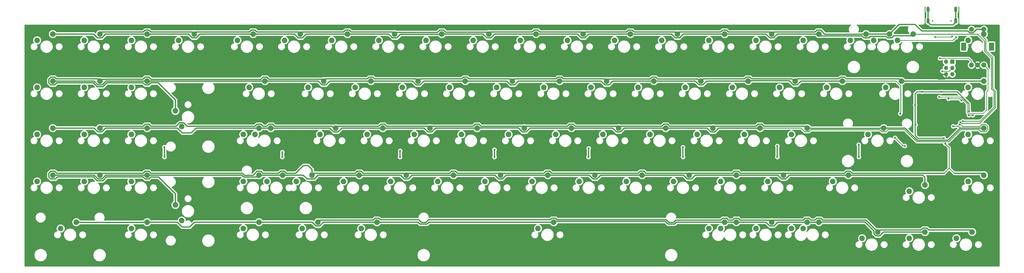
<source format=gbr>
G04 #@! TF.GenerationSoftware,KiCad,Pcbnew,(5.1.4)-1*
G04 #@! TF.CreationDate,2020-09-03T21:36:14-07:00*
G04 #@! TF.ProjectId,Pandamic,50616e64-616d-4696-932e-6b696361645f,rev?*
G04 #@! TF.SameCoordinates,Original*
G04 #@! TF.FileFunction,Copper,L1,Top*
G04 #@! TF.FilePolarity,Positive*
%FSLAX46Y46*%
G04 Gerber Fmt 4.6, Leading zero omitted, Abs format (unit mm)*
G04 Created by KiCad (PCBNEW (5.1.4)-1) date 2020-09-03 21:36:14*
%MOMM*%
%LPD*%
G04 APERTURE LIST*
%ADD10R,2.000000X3.200000*%
%ADD11C,2.000000*%
%ADD12O,2.000000X2.000000*%
%ADD13O,1.700000X1.700000*%
%ADD14R,1.700000X1.700000*%
%ADD15O,1.200000X2.300000*%
%ADD16C,0.600000*%
%ADD17C,2.250000*%
%ADD18C,0.800000*%
%ADD19C,0.381000*%
%ADD20C,0.500000*%
%ADD21C,0.300000*%
%ADD22C,0.254000*%
G04 APERTURE END LIST*
D10*
X401475000Y-12700000D03*
D11*
X395875000Y-20200000D03*
X398375000Y-5700000D03*
X398375000Y-20200000D03*
D10*
X390275000Y-12700000D03*
D11*
X393375000Y-5700000D03*
D12*
X393375000Y-20200000D03*
D13*
X383110000Y-23905000D03*
X385650000Y-23905000D03*
X383110000Y-21365000D03*
X385650000Y-21365000D03*
X383110000Y-18825000D03*
D14*
X385650000Y-18825000D03*
D15*
X375865000Y-2240000D03*
X387015000Y-2240000D03*
X375865000Y2360000D03*
X387015000Y2360000D03*
D16*
X377690000Y-2320000D03*
X385190000Y-2320000D03*
D17*
X357933750Y-45720000D03*
X351583750Y-48260000D03*
X365077500Y-26670000D03*
X358727500Y-29210000D03*
X107902500Y-26670000D03*
X101552500Y-29210000D03*
X71707500Y-76835000D03*
X74247500Y-83185000D03*
X71707500Y-38735000D03*
X74247500Y-45085000D03*
X393652500Y-87788750D03*
X387302500Y-90328750D03*
X374602500Y-87788750D03*
X368252500Y-90328750D03*
X355552500Y-87788750D03*
X349202500Y-90328750D03*
X331740000Y-83820000D03*
X325390000Y-86360000D03*
X312690000Y-83820000D03*
X306340000Y-86360000D03*
X293640000Y-83820000D03*
X287290000Y-86360000D03*
X224583750Y-83820000D03*
X218233750Y-86360000D03*
X153146250Y-83820000D03*
X146796250Y-86360000D03*
X129333750Y-83820000D03*
X122983750Y-86360000D03*
X105521250Y-83820000D03*
X99171250Y-86360000D03*
X60277500Y-83820000D03*
X53927500Y-86360000D03*
X31702500Y-83820000D03*
X25352500Y-86360000D03*
X298402500Y-83820000D03*
X292052500Y-86360000D03*
X326977500Y-83820000D03*
X320627500Y-86360000D03*
X398415000Y-64770000D03*
X392065000Y-67310000D03*
X374602500Y-68738750D03*
X368252500Y-71278750D03*
X343646250Y-64770000D03*
X337296250Y-67310000D03*
X317452500Y-64770000D03*
X311102500Y-67310000D03*
X298402500Y-64770000D03*
X292052500Y-67310000D03*
X279352500Y-64770000D03*
X273002500Y-67310000D03*
X260302500Y-64770000D03*
X253952500Y-67310000D03*
X241252500Y-64770000D03*
X234902500Y-67310000D03*
X222202500Y-64770000D03*
X215852500Y-67310000D03*
X203152500Y-64770000D03*
X196802500Y-67310000D03*
X184102500Y-64770000D03*
X177752500Y-67310000D03*
X165052500Y-64770000D03*
X158702500Y-67310000D03*
X146002500Y-64770000D03*
X139652500Y-67310000D03*
X126952500Y-64770000D03*
X120602500Y-67310000D03*
X115046250Y-64770000D03*
X108696250Y-67310000D03*
X60277500Y-64770000D03*
X53927500Y-67310000D03*
X41227500Y-64770000D03*
X34877500Y-67310000D03*
X22177500Y-64770000D03*
X15827500Y-67310000D03*
X105521250Y-64770000D03*
X99171250Y-67310000D03*
X398415000Y-45720000D03*
X392065000Y-48260000D03*
X326977500Y-45720000D03*
X320627500Y-48260000D03*
X307927500Y-45720000D03*
X301577500Y-48260000D03*
X288877500Y-45720000D03*
X282527500Y-48260000D03*
X269827500Y-45720000D03*
X263477500Y-48260000D03*
X250777500Y-45720000D03*
X244427500Y-48260000D03*
X231727500Y-45720000D03*
X225377500Y-48260000D03*
X212677500Y-45720000D03*
X206327500Y-48260000D03*
X193627500Y-45720000D03*
X187277500Y-48260000D03*
X174577500Y-45720000D03*
X168227500Y-48260000D03*
X155527500Y-45720000D03*
X149177500Y-48260000D03*
X136477500Y-45720000D03*
X130127500Y-48260000D03*
X110283750Y-45720000D03*
X103933750Y-48260000D03*
X60277500Y-45720000D03*
X53927500Y-48260000D03*
X41227500Y-45720000D03*
X34877500Y-48260000D03*
X22177500Y-45720000D03*
X15827500Y-48260000D03*
X105521250Y-45720000D03*
X99171250Y-48260000D03*
X398415000Y-26670000D03*
X392065000Y-29210000D03*
X341265000Y-26670000D03*
X334915000Y-29210000D03*
X322215000Y-26670000D03*
X315865000Y-29210000D03*
X303165000Y-26670000D03*
X296815000Y-29210000D03*
X284115000Y-26670000D03*
X277765000Y-29210000D03*
X265065000Y-26670000D03*
X258715000Y-29210000D03*
X246015000Y-26670000D03*
X239665000Y-29210000D03*
X226965000Y-26670000D03*
X220615000Y-29210000D03*
X207915000Y-26670000D03*
X201565000Y-29210000D03*
X188865000Y-26670000D03*
X182515000Y-29210000D03*
X169815000Y-26670000D03*
X163465000Y-29210000D03*
X150765000Y-26670000D03*
X144415000Y-29210000D03*
X131715000Y-26670000D03*
X125365000Y-29210000D03*
X60277500Y-26670000D03*
X53927500Y-29210000D03*
X41227500Y-26670000D03*
X34877500Y-29210000D03*
X22177500Y-26670000D03*
X15827500Y-29210000D03*
X350790000Y-7620000D03*
X344440000Y-10160000D03*
X398415000Y-7620000D03*
X392065000Y-10160000D03*
X369840000Y-7620000D03*
X363490000Y-10160000D03*
X360315000Y-7620000D03*
X353965000Y-10160000D03*
X331740000Y-7620000D03*
X325390000Y-10160000D03*
X312690000Y-7620000D03*
X306340000Y-10160000D03*
X293640000Y-7620000D03*
X287290000Y-10160000D03*
X274590000Y-7620000D03*
X268240000Y-10160000D03*
X255540000Y-7620000D03*
X249190000Y-10160000D03*
X236490000Y-7620000D03*
X230140000Y-10160000D03*
X217440000Y-7620000D03*
X211090000Y-10160000D03*
X198390000Y-7620000D03*
X192040000Y-10160000D03*
X179340000Y-7620000D03*
X172990000Y-10160000D03*
X160290000Y-7620000D03*
X153940000Y-10160000D03*
X141240000Y-7620000D03*
X134890000Y-10160000D03*
X122190000Y-7620000D03*
X115840000Y-10160000D03*
X103140000Y-7620000D03*
X96790000Y-10160000D03*
X79327500Y-7620000D03*
X72977500Y-10160000D03*
X60277500Y-7620000D03*
X53927500Y-10160000D03*
X41227500Y-7620000D03*
X34877500Y-10160000D03*
X22177500Y-7620000D03*
X15827500Y-10160000D03*
D18*
X380223672Y-25820000D03*
X373450000Y-29750000D03*
X378412500Y-40481250D03*
X397000000Y-37250000D03*
X401000000Y-35500000D03*
X357750000Y-5500000D03*
X365500000Y-6250000D03*
X121250000Y-53750000D03*
X164750000Y-53750000D03*
X202750000Y-53750000D03*
X240750000Y-53250000D03*
X270500000Y-53000000D03*
X278750000Y-53000000D03*
X309000000Y-52750000D03*
X316750000Y-52500000D03*
X358750000Y-48750000D03*
X368750000Y-76250000D03*
X385250000Y-15250000D03*
X117000000Y-67250000D03*
X381200000Y-31000000D03*
X373400000Y-31000000D03*
X370600000Y-36400000D03*
X392400000Y-39000000D03*
X370800000Y-44400000D03*
X382200000Y-49800000D03*
X67300000Y-57450010D03*
X67262500Y-53414772D03*
X114875000Y-57450010D03*
X114925000Y-55449989D03*
X162475000Y-57450010D03*
X162525000Y-54949978D03*
X200650000Y-54449978D03*
X200650000Y-57450010D03*
X238700000Y-53949967D03*
X238625000Y-57450010D03*
X276800000Y-53449956D03*
X276825000Y-57450010D03*
X314925000Y-52949945D03*
X314925000Y-57450010D03*
X347900000Y-57450010D03*
X347800000Y-52449934D03*
X392313550Y-40488550D03*
X393927000Y-40500000D03*
X387175000Y-8950000D03*
X378704862Y-8869070D03*
X385600000Y-8600000D03*
X389900000Y-42925010D03*
X366446391Y-52952953D03*
X362510782Y-49660825D03*
X364576165Y-39876165D03*
X384073001Y-33827000D03*
X389369999Y-34530001D03*
X388533536Y-44334870D03*
X385966383Y-44997839D03*
X382775000Y-52025000D03*
X381590510Y-22677947D03*
X388926363Y-43415245D03*
X380375000Y-33100000D03*
X380679250Y-17475000D03*
D19*
X382580000Y-25820000D02*
X380223672Y-25820000D01*
X383110000Y-23905000D02*
X383110000Y-25290000D01*
X383110000Y-25290000D02*
X382580000Y-25820000D01*
X373400000Y-31000000D02*
X381200000Y-31000000D01*
X371400000Y-31000000D02*
X373400000Y-31000000D01*
X370600000Y-36400000D02*
X370600000Y-31800000D01*
X370600000Y-31800000D02*
X371400000Y-31000000D01*
X392400000Y-35800000D02*
X392400000Y-39000000D01*
X381200000Y-31000000D02*
X387600000Y-31000000D01*
X387600000Y-31000000D02*
X392400000Y-35800000D01*
X370600000Y-36400000D02*
X370600000Y-44200000D01*
X370600000Y-44200000D02*
X370800000Y-44400000D01*
X370600000Y-44600000D02*
X370800000Y-44400000D01*
X370600000Y-48750000D02*
X370600000Y-44600000D01*
X382200000Y-49800000D02*
X371650000Y-49800000D01*
X371650000Y-49800000D02*
X370600000Y-48750000D01*
D20*
X375865000Y-2240000D02*
X375865000Y2360000D01*
X387015000Y-2240000D02*
X387015000Y2360000D01*
X375865000Y-2790000D02*
X375865000Y-2240000D01*
X376965000Y-3890000D02*
X375865000Y-2790000D01*
X385915000Y-3890000D02*
X376965000Y-3890000D01*
X387015000Y-2790000D02*
X385915000Y-3890000D01*
X387015000Y-2240000D02*
X387015000Y-2790000D01*
X67300000Y-57450010D02*
X67300000Y-53452272D01*
X67300000Y-53452272D02*
X67262500Y-53414772D01*
X114875000Y-57450010D02*
X114875000Y-55499989D01*
X114875000Y-55499989D02*
X114925000Y-55449989D01*
X162475000Y-54999978D02*
X162525000Y-54949978D01*
X162475000Y-57450010D02*
X162475000Y-54999978D01*
X200650000Y-57450010D02*
X200650000Y-54449978D01*
X238700000Y-53949967D02*
X238700000Y-57375010D01*
X238700000Y-57375010D02*
X238625000Y-57450010D01*
X276800000Y-53449956D02*
X276800000Y-57425010D01*
X276800000Y-57425010D02*
X276825000Y-57450010D01*
X314925000Y-52949945D02*
X314925000Y-57450010D01*
X347900000Y-57450010D02*
X347900000Y-52549934D01*
X347900000Y-52549934D02*
X347800000Y-52449934D01*
D21*
X392313550Y-40488550D02*
X393915550Y-40488550D01*
X393915550Y-40488550D02*
X393927000Y-40500000D01*
D22*
X363490000Y-10160000D02*
X385965000Y-10160000D01*
X385965000Y-10160000D02*
X387175000Y-8950000D01*
X378704862Y-8869070D02*
X385330930Y-8869070D01*
X385330930Y-8869070D02*
X385600000Y-8600000D01*
D20*
X58686510Y-7620000D02*
X60277500Y-7620000D01*
X43558502Y-7620000D02*
X58686510Y-7620000D01*
X41983501Y-9195001D02*
X43558502Y-7620000D01*
X40247500Y-9195001D02*
X41983501Y-9195001D01*
X22177500Y-7620000D02*
X38672499Y-7620000D01*
X38672499Y-7620000D02*
X40247500Y-9195001D01*
X101549010Y-7620000D02*
X103140000Y-7620000D01*
X81658502Y-7620000D02*
X101549010Y-7620000D01*
X80083501Y-9195001D02*
X81658502Y-7620000D01*
X78571499Y-9195001D02*
X80083501Y-9195001D01*
X60277500Y-7620000D02*
X76996498Y-7620000D01*
X76996498Y-7620000D02*
X78571499Y-9195001D01*
X139649010Y-7620000D02*
X141240000Y-7620000D01*
X124580000Y-7620000D02*
X139649010Y-7620000D01*
X123004999Y-9195001D02*
X124580000Y-7620000D01*
X121433999Y-9195001D02*
X123004999Y-9195001D01*
X103140000Y-7620000D02*
X119858998Y-7620000D01*
X119858998Y-7620000D02*
X121433999Y-9195001D01*
X179259989Y-7700011D02*
X179340000Y-7620000D01*
X161204999Y-9195001D02*
X162699989Y-7700011D01*
X159533999Y-9195001D02*
X161204999Y-9195001D01*
X157958998Y-7620000D02*
X159533999Y-9195001D01*
X162699989Y-7700011D02*
X179259989Y-7700011D01*
X141240000Y-7620000D02*
X157958998Y-7620000D01*
X215849010Y-7620000D02*
X217440000Y-7620000D01*
X200780000Y-7620000D02*
X215849010Y-7620000D01*
X199204999Y-9195001D02*
X200780000Y-7620000D01*
X197633999Y-9195001D02*
X199204999Y-9195001D01*
X179340000Y-7620000D02*
X196058998Y-7620000D01*
X196058998Y-7620000D02*
X197633999Y-9195001D01*
X253949010Y-7620000D02*
X255540000Y-7620000D01*
X238780000Y-7620000D02*
X253949010Y-7620000D01*
X237204999Y-9195001D02*
X238780000Y-7620000D01*
X235733999Y-9195001D02*
X237204999Y-9195001D01*
X217440000Y-7620000D02*
X234158998Y-7620000D01*
X234158998Y-7620000D02*
X235733999Y-9195001D01*
X292049010Y-7620000D02*
X293640000Y-7620000D01*
X276980000Y-7620000D02*
X292049010Y-7620000D01*
X275404999Y-9195001D02*
X276980000Y-7620000D01*
X273833999Y-9195001D02*
X275404999Y-9195001D01*
X255540000Y-7620000D02*
X272258998Y-7620000D01*
X272258998Y-7620000D02*
X273833999Y-9195001D01*
X330149010Y-7620000D02*
X331740000Y-7620000D01*
X314980000Y-7620000D02*
X330149010Y-7620000D01*
X313404999Y-9195001D02*
X314980000Y-7620000D01*
X311933999Y-9195001D02*
X313404999Y-9195001D01*
X293640000Y-7620000D02*
X310358998Y-7620000D01*
X310358998Y-7620000D02*
X311933999Y-9195001D01*
X361199981Y-9195001D02*
X362074971Y-8320011D01*
X362074971Y-8320011D02*
X369208990Y-8320011D01*
X352615001Y-8584999D02*
X358948997Y-8584999D01*
X369208990Y-8320011D02*
X369840000Y-7689001D01*
X359558999Y-9195001D02*
X361199981Y-9195001D01*
X358948997Y-8584999D02*
X359558999Y-9195001D01*
X352004999Y-9195001D02*
X352615001Y-8584999D01*
X350033999Y-9195001D02*
X352004999Y-9195001D01*
X349228009Y-8389011D02*
X350033999Y-9195001D01*
X332509011Y-8389011D02*
X349228009Y-8389011D01*
X331740000Y-7620000D02*
X332509011Y-8389011D01*
D22*
X369947011Y-7727011D02*
X369840000Y-7620000D01*
D21*
X390465685Y-42925010D02*
X389900000Y-42925010D01*
X402550000Y-37306567D02*
X396931557Y-42925010D01*
X402550000Y-30950000D02*
X402550000Y-37306567D01*
X401550000Y-17375000D02*
X401550000Y-29950000D01*
X396931557Y-42925010D02*
X390465685Y-42925010D01*
X398750000Y-14575000D02*
X401550000Y-17375000D01*
X392407466Y-7727011D02*
X392430467Y-7750012D01*
X369947011Y-7727011D02*
X392407466Y-7727011D01*
X392430467Y-7750012D02*
X394319533Y-7750012D01*
X401550000Y-29950000D02*
X402550000Y-30950000D01*
X394319533Y-7750012D02*
X394342534Y-7727011D01*
X394342534Y-7727011D02*
X395927011Y-7727011D01*
X398750000Y-10550000D02*
X398750000Y-14575000D01*
X395927011Y-7727011D02*
X398750000Y-10550000D01*
D20*
X58686510Y-26670000D02*
X60277500Y-26670000D01*
X43730000Y-26670000D02*
X58686510Y-26670000D01*
X42154999Y-28245001D02*
X43730000Y-26670000D01*
X40471499Y-28245001D02*
X42154999Y-28245001D01*
X22177500Y-26670000D02*
X38896498Y-26670000D01*
X38896498Y-26670000D02*
X40471499Y-28245001D01*
X107872490Y-26700010D02*
X107902500Y-26670000D01*
X61562548Y-26700010D02*
X107872490Y-26700010D01*
X61532538Y-26670000D02*
X61562548Y-26700010D01*
X60277500Y-26670000D02*
X61532538Y-26670000D01*
X149174010Y-26670000D02*
X150765000Y-26670000D01*
X134130000Y-26670000D02*
X149174010Y-26670000D01*
X132554999Y-28245001D02*
X134130000Y-26670000D01*
X130958999Y-28245001D02*
X132554999Y-28245001D01*
X107902500Y-26670000D02*
X129383998Y-26670000D01*
X129383998Y-26670000D02*
X130958999Y-28245001D01*
X187274010Y-26670000D02*
X188865000Y-26670000D01*
X172130000Y-26670000D02*
X187274010Y-26670000D01*
X170554999Y-28245001D02*
X172130000Y-26670000D01*
X169058999Y-28245001D02*
X170554999Y-28245001D01*
X150765000Y-26670000D02*
X167483998Y-26670000D01*
X167483998Y-26670000D02*
X169058999Y-28245001D01*
X225374010Y-26670000D02*
X226965000Y-26670000D01*
X210330000Y-26670000D02*
X225374010Y-26670000D01*
X208754999Y-28245001D02*
X210330000Y-26670000D01*
X207158999Y-28245001D02*
X208754999Y-28245001D01*
X188865000Y-26670000D02*
X205583998Y-26670000D01*
X205583998Y-26670000D02*
X207158999Y-28245001D01*
X245258999Y-28245001D02*
X246954999Y-28245001D01*
X243683998Y-26670000D02*
X245258999Y-28245001D01*
X226965000Y-26670000D02*
X243683998Y-26670000D01*
X246954999Y-28245001D02*
X248530000Y-26670000D01*
X248530000Y-26670000D02*
X263474010Y-26670000D01*
X263474010Y-26670000D02*
X265065000Y-26670000D01*
X301574010Y-26670000D02*
X303165000Y-26670000D01*
X286446002Y-26670000D02*
X301574010Y-26670000D01*
X284871001Y-28245001D02*
X286446002Y-26670000D01*
X283358999Y-28245001D02*
X284871001Y-28245001D01*
X265065000Y-26670000D02*
X281783998Y-26670000D01*
X281783998Y-26670000D02*
X283358999Y-28245001D01*
X339674010Y-26670000D02*
X341265000Y-26670000D01*
X303334990Y-26500010D02*
X319714008Y-26500010D01*
X303165000Y-26670000D02*
X303334990Y-26500010D01*
X319714008Y-26500010D02*
X321458999Y-28245001D01*
X321458999Y-28245001D02*
X322954999Y-28245001D01*
X322954999Y-28245001D02*
X324530000Y-26670000D01*
X324530000Y-26670000D02*
X339674010Y-26670000D01*
D21*
X366446391Y-52952953D02*
X365802910Y-52952953D01*
X365802910Y-52952953D02*
X362510782Y-49660825D01*
X342855990Y-26670000D02*
X341265000Y-26670000D01*
X362870000Y-26670000D02*
X342855990Y-26670000D01*
X364881401Y-28681401D02*
X362870000Y-26670000D01*
X364576165Y-39876165D02*
X364881401Y-39570929D01*
X364881401Y-39570929D02*
X364881401Y-28681401D01*
D20*
X131014990Y-25969990D02*
X131715000Y-26670000D01*
X58702499Y-25969990D02*
X58702499Y-25913999D01*
X43440047Y-25969990D02*
X58702499Y-25969990D01*
X59521499Y-25094999D02*
X61033501Y-25094999D01*
X43410037Y-26000000D02*
X43440047Y-25969990D01*
X41227500Y-26670000D02*
X41897500Y-26000000D01*
X61033501Y-25094999D02*
X61852501Y-25913999D01*
X106327499Y-25913999D02*
X107146499Y-25094999D01*
X58702499Y-25913999D02*
X59521499Y-25094999D01*
X41897500Y-26000000D02*
X43410037Y-26000000D01*
X61852501Y-25913999D02*
X61852501Y-26000000D01*
X108658501Y-25094999D02*
X109477501Y-25913999D01*
X61852501Y-26000000D02*
X106327499Y-26000000D01*
X106327499Y-26000000D02*
X106327499Y-25913999D01*
X107146499Y-25094999D02*
X108658501Y-25094999D01*
X109477501Y-25913999D02*
X109477501Y-25969990D01*
X109477501Y-25969990D02*
X131014990Y-25969990D01*
X168945000Y-25800000D02*
X169815000Y-26670000D01*
X132585000Y-25800000D02*
X149303998Y-25800000D01*
X131715000Y-26670000D02*
X132585000Y-25800000D01*
X150008999Y-25094999D02*
X151521001Y-25094999D01*
X151521001Y-25094999D02*
X152226002Y-25800000D01*
X149303998Y-25800000D02*
X150008999Y-25094999D01*
X152226002Y-25800000D02*
X168945000Y-25800000D01*
X207045000Y-25800000D02*
X207915000Y-26670000D01*
X170685000Y-25800000D02*
X187403998Y-25800000D01*
X187403998Y-25800000D02*
X188108999Y-25094999D01*
X188108999Y-25094999D02*
X189621001Y-25094999D01*
X189621001Y-25094999D02*
X190326002Y-25800000D01*
X169815000Y-26670000D02*
X170685000Y-25800000D01*
X190326002Y-25800000D02*
X207045000Y-25800000D01*
X228426002Y-25800000D02*
X245145000Y-25800000D01*
X208785000Y-25800000D02*
X225503998Y-25800000D01*
X227721001Y-25094999D02*
X228426002Y-25800000D01*
X226208999Y-25094999D02*
X227721001Y-25094999D01*
X225503998Y-25800000D02*
X226208999Y-25094999D01*
X207915000Y-26670000D02*
X208785000Y-25800000D01*
X245145000Y-25800000D02*
X246015000Y-26670000D01*
X283520002Y-26670000D02*
X284115000Y-26670000D01*
X282692502Y-25842500D02*
X283520002Y-26670000D01*
X246842500Y-25842500D02*
X263561498Y-25842500D01*
X246015000Y-26670000D02*
X246842500Y-25842500D01*
X263561498Y-25842500D02*
X264308999Y-25094999D01*
X264308999Y-25094999D02*
X265821001Y-25094999D01*
X265821001Y-25094999D02*
X266568502Y-25842500D01*
X266568502Y-25842500D02*
X282692502Y-25842500D01*
X321705002Y-26670000D02*
X322215000Y-26670000D01*
X284985000Y-25800000D02*
X301703998Y-25800000D01*
X320835002Y-25800000D02*
X321705002Y-26670000D01*
X284115000Y-26670000D02*
X284985000Y-25800000D01*
X301703998Y-25800000D02*
X302408999Y-25094999D01*
X302408999Y-25094999D02*
X303921001Y-25094999D01*
X303921001Y-25094999D02*
X304626002Y-25800000D01*
X304626002Y-25800000D02*
X320835002Y-25800000D01*
X364207500Y-25800000D02*
X365077500Y-26670000D01*
X323085000Y-25800000D02*
X339803998Y-25800000D01*
X339803998Y-25800000D02*
X340508999Y-25094999D01*
X340508999Y-25094999D02*
X342021001Y-25094999D01*
X342021001Y-25094999D02*
X342726002Y-25800000D01*
X322215000Y-26670000D02*
X323085000Y-25800000D01*
X342726002Y-25800000D02*
X364207500Y-25800000D01*
X366668490Y-26670000D02*
X398415000Y-26670000D01*
X365077500Y-26670000D02*
X366668490Y-26670000D01*
X71707500Y-34307500D02*
X71707500Y-38735000D01*
X64800020Y-27400020D02*
X71707500Y-34307500D01*
X61799980Y-27400020D02*
X64800020Y-27400020D01*
X60954999Y-28245001D02*
X61799980Y-27400020D01*
X59521499Y-28245001D02*
X60954999Y-28245001D01*
X20602499Y-25913999D02*
X20602499Y-27426001D01*
X38606546Y-27370010D02*
X40181545Y-28945009D01*
X21421499Y-25094999D02*
X20602499Y-25913999D01*
X22933501Y-25094999D02*
X21421499Y-25094999D01*
X21421499Y-28245001D02*
X22933501Y-28245001D01*
X23638502Y-25800000D02*
X22933501Y-25094999D01*
X41227500Y-26670000D02*
X40357500Y-25800000D01*
X40357500Y-25800000D02*
X23638502Y-25800000D01*
X20602499Y-27426001D02*
X21421499Y-28245001D01*
X22933501Y-28245001D02*
X23808492Y-27370010D01*
X23808492Y-27370010D02*
X38606546Y-27370010D01*
X44029990Y-27370010D02*
X58702499Y-27370010D01*
X40181545Y-28945009D02*
X42454991Y-28945009D01*
X42454991Y-28945009D02*
X44029990Y-27370010D01*
X58702499Y-27370010D02*
X58702499Y-27426001D01*
X58702499Y-27426001D02*
X59521499Y-28245001D01*
D22*
X384073001Y-33827000D02*
X388666998Y-33827000D01*
X388666998Y-33827000D02*
X389369999Y-34530001D01*
D20*
X58686510Y-45720000D02*
X60277500Y-45720000D01*
X43480000Y-45720000D02*
X58686510Y-45720000D01*
X41904999Y-47295001D02*
X43480000Y-45720000D01*
X40471499Y-47295001D02*
X41904999Y-47295001D01*
X22177500Y-45720000D02*
X38896498Y-45720000D01*
X38896498Y-45720000D02*
X40471499Y-47295001D01*
X105521250Y-45720000D02*
X110283750Y-45720000D01*
X153936510Y-45720000D02*
X155527500Y-45720000D01*
X139033248Y-45720000D02*
X153936510Y-45720000D01*
X137458247Y-47295001D02*
X139033248Y-45720000D01*
X135721499Y-47295001D02*
X137458247Y-47295001D01*
X110283750Y-45720000D02*
X134146498Y-45720000D01*
X134146498Y-45720000D02*
X135721499Y-47295001D01*
X192036510Y-45720000D02*
X193627500Y-45720000D01*
X176880000Y-45720000D02*
X192036510Y-45720000D01*
X175304999Y-47295001D02*
X176880000Y-45720000D01*
X173821499Y-47295001D02*
X175304999Y-47295001D01*
X155527500Y-45720000D02*
X172246498Y-45720000D01*
X172246498Y-45720000D02*
X173821499Y-47295001D01*
X230136510Y-45720000D02*
X231727500Y-45720000D01*
X193647490Y-45700010D02*
X210326508Y-45700010D01*
X193627500Y-45720000D02*
X193647490Y-45700010D01*
X210326508Y-45700010D02*
X211921499Y-47295001D01*
X211921499Y-47295001D02*
X213504999Y-47295001D01*
X213504999Y-47295001D02*
X215080000Y-45720000D01*
X215080000Y-45720000D02*
X230136510Y-45720000D01*
X268236510Y-45720000D02*
X269827500Y-45720000D01*
X253080000Y-45720000D02*
X268236510Y-45720000D01*
X251504999Y-47295001D02*
X253080000Y-45720000D01*
X250021499Y-47295001D02*
X251504999Y-47295001D01*
X231727500Y-45720000D02*
X248446498Y-45720000D01*
X248446498Y-45720000D02*
X250021499Y-47295001D01*
X306336510Y-45720000D02*
X307927500Y-45720000D01*
X291280000Y-45720000D02*
X306336510Y-45720000D01*
X289704999Y-47295001D02*
X291280000Y-45720000D01*
X288121499Y-47295001D02*
X289704999Y-47295001D01*
X269827500Y-45720000D02*
X286546498Y-45720000D01*
X286546498Y-45720000D02*
X288121499Y-47295001D01*
X103930260Y-45720000D02*
X105521250Y-45720000D01*
X80080000Y-45720000D02*
X103930260Y-45720000D01*
X78119999Y-47680001D02*
X80080000Y-45720000D01*
X74511499Y-47680001D02*
X78119999Y-47680001D01*
X60277500Y-45720000D02*
X72551498Y-45720000D01*
X72551498Y-45720000D02*
X74511499Y-47680001D01*
D21*
X396876998Y-45075000D02*
X389839351Y-45075000D01*
X389839351Y-45075000D02*
X389099221Y-44334870D01*
X399890001Y-45011999D02*
X399123001Y-44244999D01*
X399890001Y-46428001D02*
X399890001Y-45011999D01*
X356419759Y-46389011D02*
X357225749Y-47195001D01*
X328491491Y-46389011D02*
X356419759Y-46389011D01*
X396370010Y-46320010D02*
X397245001Y-47195001D01*
X327685501Y-47195001D02*
X328491491Y-46389011D01*
X389099221Y-44334870D02*
X388533536Y-44334870D01*
X357225749Y-47195001D02*
X358800009Y-47195001D01*
X307927500Y-45720000D02*
X324554518Y-45720000D01*
X399123001Y-44244999D02*
X397706999Y-44244999D01*
X324554518Y-45720000D02*
X326029519Y-47195001D01*
X358800009Y-47195001D02*
X359675000Y-46320010D01*
X359675000Y-46320010D02*
X366321468Y-46320010D01*
X384223531Y-51250011D02*
X389153532Y-46320010D01*
X366321468Y-46320010D02*
X371251468Y-51250010D01*
X326029519Y-47195001D02*
X327685501Y-47195001D01*
X371251468Y-51250010D02*
X384223531Y-51250011D01*
X399123001Y-47195001D02*
X399890001Y-46428001D01*
X389153532Y-46320010D02*
X396370010Y-46320010D01*
X397706999Y-44244999D02*
X396876998Y-45075000D01*
X397245001Y-47195001D02*
X399123001Y-47195001D01*
D20*
X173857500Y-45000000D02*
X174577500Y-45720000D01*
X157102501Y-45000000D02*
X173857500Y-45000000D01*
X137197500Y-45000000D02*
X153952499Y-45000000D01*
X136477500Y-45720000D02*
X137197500Y-45000000D01*
X153952499Y-45000000D02*
X153952499Y-44963999D01*
X153952499Y-44963999D02*
X154771499Y-44144999D01*
X154771499Y-44144999D02*
X156283501Y-44144999D01*
X157102501Y-44963999D02*
X157102501Y-45000000D01*
X156283501Y-44144999D02*
X157102501Y-44963999D01*
X211957500Y-45000000D02*
X212677500Y-45720000D01*
X195202501Y-45000000D02*
X211957500Y-45000000D01*
X195202501Y-44963999D02*
X195202501Y-45000000D01*
X175297500Y-45000000D02*
X192052499Y-45000000D01*
X174577500Y-45720000D02*
X175297500Y-45000000D01*
X192052499Y-45000000D02*
X192052499Y-44963999D01*
X192052499Y-44963999D02*
X192871499Y-44144999D01*
X192871499Y-44144999D02*
X194383501Y-44144999D01*
X194383501Y-44144999D02*
X195202501Y-44963999D01*
X250057500Y-45000000D02*
X250777500Y-45720000D01*
X233302501Y-44963999D02*
X233302501Y-45000000D01*
X233302501Y-45000000D02*
X250057500Y-45000000D01*
X230152499Y-45000000D02*
X230152499Y-44963999D01*
X212677500Y-45720000D02*
X213397500Y-45000000D01*
X230152499Y-44963999D02*
X230971499Y-44144999D01*
X213397500Y-45000000D02*
X230152499Y-45000000D01*
X230971499Y-44144999D02*
X232483501Y-44144999D01*
X232483501Y-44144999D02*
X233302501Y-44963999D01*
X271402501Y-45000000D02*
X288157500Y-45000000D01*
X288157500Y-45000000D02*
X288877500Y-45720000D01*
X271402501Y-44963999D02*
X271402501Y-45000000D01*
X251497500Y-45000000D02*
X268252499Y-45000000D01*
X250777500Y-45720000D02*
X251497500Y-45000000D01*
X268252499Y-45000000D02*
X268252499Y-44963999D01*
X269071499Y-44144999D02*
X270583501Y-44144999D01*
X268252499Y-44963999D02*
X269071499Y-44144999D01*
X270583501Y-44144999D02*
X271402501Y-44963999D01*
X326257500Y-45000000D02*
X326977500Y-45720000D01*
X309502501Y-45000000D02*
X326257500Y-45000000D01*
X309502501Y-44963999D02*
X309502501Y-45000000D01*
X289597500Y-45000000D02*
X306352499Y-45000000D01*
X288877500Y-45720000D02*
X289597500Y-45000000D01*
X306352499Y-45000000D02*
X306352499Y-44963999D01*
X306352499Y-44963999D02*
X307171499Y-44144999D01*
X307171499Y-44144999D02*
X308683501Y-44144999D01*
X308683501Y-44144999D02*
X309502501Y-44963999D01*
X135720000Y-45720000D02*
X136477500Y-45720000D01*
X135000000Y-45000000D02*
X135720000Y-45720000D01*
X111858751Y-45000000D02*
X135000000Y-45000000D01*
X111858751Y-44963999D02*
X111858751Y-45000000D01*
X111039751Y-44144999D02*
X111858751Y-44963999D01*
X109527749Y-44144999D02*
X111039751Y-44144999D01*
X108708749Y-45000000D02*
X108708749Y-44963999D01*
X104765249Y-44144999D02*
X106277251Y-44144999D01*
X107096251Y-45000000D02*
X108708749Y-45000000D01*
X61033501Y-44144999D02*
X61852501Y-44963999D01*
X106277251Y-44144999D02*
X107096251Y-44963999D01*
X59521499Y-44144999D02*
X61033501Y-44144999D01*
X76493502Y-45000000D02*
X103946249Y-45000000D01*
X107096251Y-44963999D02*
X107096251Y-45000000D01*
X58702499Y-45000000D02*
X58702499Y-44963999D01*
X108708749Y-44963999D02*
X109527749Y-44144999D01*
X41227500Y-45720000D02*
X41947500Y-45000000D01*
X72671001Y-44328999D02*
X72672499Y-44328999D01*
X41947500Y-45000000D02*
X58702499Y-45000000D01*
X75003501Y-43509999D02*
X76493502Y-45000000D01*
X61852501Y-44963999D02*
X61852501Y-45000000D01*
X61852501Y-45000000D02*
X72000000Y-45000000D01*
X72672499Y-44328999D02*
X73491499Y-43509999D01*
X72000000Y-45000000D02*
X72671001Y-44328999D01*
X73491499Y-43509999D02*
X75003501Y-43509999D01*
X58702499Y-44963999D02*
X59521499Y-44144999D01*
X103946249Y-45000000D02*
X103946249Y-44963999D01*
X103946249Y-44963999D02*
X104765249Y-44144999D01*
X356342760Y-45720000D02*
X357933750Y-45720000D01*
X356273759Y-45789001D02*
X356342760Y-45720000D01*
X328637491Y-45789001D02*
X356273759Y-45789001D01*
X328568490Y-45720000D02*
X328637491Y-45789001D01*
X326977500Y-45720000D02*
X328568490Y-45720000D01*
X396824010Y-45720000D02*
X398415000Y-45720000D01*
X388905000Y-45720000D02*
X396824010Y-45720000D01*
X383974999Y-50650001D02*
X388905000Y-45720000D01*
X371500001Y-50650001D02*
X383974999Y-50650001D01*
X357933750Y-45720000D02*
X366570000Y-45720000D01*
X366570000Y-45720000D02*
X371500001Y-50650001D01*
D21*
X388182839Y-44997839D02*
X388905000Y-45720000D01*
X385966383Y-44997839D02*
X388182839Y-44997839D01*
D20*
X58686510Y-64770000D02*
X60277500Y-64770000D01*
X43630000Y-64770000D02*
X58686510Y-64770000D01*
X42054999Y-66345001D02*
X43630000Y-64770000D01*
X40471499Y-66345001D02*
X42054999Y-66345001D01*
X22177500Y-64770000D02*
X38896498Y-64770000D01*
X38896498Y-64770000D02*
X40471499Y-66345001D01*
X105521250Y-64770000D02*
X115046250Y-64770000D01*
X144411510Y-64770000D02*
X146002500Y-64770000D01*
X129430000Y-64770000D02*
X144411510Y-64770000D01*
X127854999Y-66345001D02*
X129430000Y-64770000D01*
X124970979Y-66345001D02*
X127854999Y-66345001D01*
X115046250Y-64770000D02*
X123395978Y-64770000D01*
X123395978Y-64770000D02*
X124970979Y-66345001D01*
X182511510Y-64770000D02*
X184102500Y-64770000D01*
X167430000Y-64770000D02*
X182511510Y-64770000D01*
X165854999Y-66345001D02*
X167430000Y-64770000D01*
X164296499Y-66345001D02*
X165854999Y-66345001D01*
X146002500Y-64770000D02*
X162721498Y-64770000D01*
X162721498Y-64770000D02*
X164296499Y-66345001D01*
X220611510Y-64770000D02*
X222202500Y-64770000D01*
X205430000Y-64770000D02*
X220611510Y-64770000D01*
X203854999Y-66345001D02*
X205430000Y-64770000D01*
X202396499Y-66345001D02*
X203854999Y-66345001D01*
X184102500Y-64770000D02*
X200821498Y-64770000D01*
X200821498Y-64770000D02*
X202396499Y-66345001D01*
X258711510Y-64770000D02*
X260302500Y-64770000D01*
X243630000Y-64770000D02*
X258711510Y-64770000D01*
X242054999Y-66345001D02*
X243630000Y-64770000D01*
X240496499Y-66345001D02*
X242054999Y-66345001D01*
X222202500Y-64770000D02*
X238921498Y-64770000D01*
X238921498Y-64770000D02*
X240496499Y-66345001D01*
X296811510Y-64770000D02*
X298402500Y-64770000D01*
X281830000Y-64770000D02*
X296811510Y-64770000D01*
X280254999Y-66345001D02*
X281830000Y-64770000D01*
X278596499Y-66345001D02*
X280254999Y-66345001D01*
X260302500Y-64770000D02*
X277021498Y-64770000D01*
X277021498Y-64770000D02*
X278596499Y-66345001D01*
X342055260Y-64770000D02*
X343646250Y-64770000D01*
X319830000Y-64770000D02*
X342055260Y-64770000D01*
X318254999Y-66345001D02*
X319830000Y-64770000D01*
X316696499Y-66345001D02*
X318254999Y-66345001D01*
X298402500Y-64770000D02*
X315121498Y-64770000D01*
X315121498Y-64770000D02*
X316696499Y-66345001D01*
X374602500Y-65602500D02*
X374602500Y-68738750D01*
X343646250Y-64770000D02*
X373770000Y-64770000D01*
X373770000Y-64770000D02*
X374602500Y-65602500D01*
X105521250Y-64770000D02*
X104752238Y-65539012D01*
X104752238Y-65539012D02*
X99362525Y-65539012D01*
X99362525Y-65539012D02*
X98593514Y-64770000D01*
X61868490Y-64770000D02*
X60277500Y-64770000D01*
X98593514Y-64770000D02*
X61868490Y-64770000D01*
X127722500Y-64000000D02*
X144441498Y-64000000D01*
X126952500Y-64770000D02*
X127722500Y-64000000D01*
X144441498Y-64000000D02*
X145246499Y-63194999D01*
X145246499Y-63194999D02*
X146758501Y-63194999D01*
X146758501Y-63194999D02*
X147563502Y-64000000D01*
X164282500Y-64000000D02*
X165052500Y-64770000D01*
X147563502Y-64000000D02*
X164282500Y-64000000D01*
X202382500Y-64000000D02*
X203152500Y-64770000D01*
X165822500Y-64000000D02*
X182541498Y-64000000D01*
X165052500Y-64770000D02*
X165822500Y-64000000D01*
X182541498Y-64000000D02*
X183346499Y-63194999D01*
X183346499Y-63194999D02*
X184858501Y-63194999D01*
X184858501Y-63194999D02*
X185663502Y-64000000D01*
X185663502Y-64000000D02*
X202382500Y-64000000D01*
X203152500Y-64770000D02*
X203922500Y-64000000D01*
X220641498Y-64000000D02*
X221446499Y-63194999D01*
X221446499Y-63194999D02*
X222958501Y-63194999D01*
X240482500Y-64000000D02*
X241252500Y-64770000D01*
X222958501Y-63194999D02*
X223763502Y-64000000D01*
X203922500Y-64000000D02*
X220641498Y-64000000D01*
X223763502Y-64000000D02*
X240482500Y-64000000D01*
X278582500Y-64000000D02*
X279352500Y-64770000D01*
X242022500Y-64000000D02*
X258741498Y-64000000D01*
X241252500Y-64770000D02*
X242022500Y-64000000D01*
X258741498Y-64000000D02*
X259546499Y-63194999D01*
X259546499Y-63194999D02*
X261058501Y-63194999D01*
X261058501Y-63194999D02*
X261863502Y-64000000D01*
X261863502Y-64000000D02*
X278582500Y-64000000D01*
X316682500Y-64000000D02*
X317452500Y-64770000D01*
X280122500Y-64000000D02*
X296841498Y-64000000D01*
X279352500Y-64770000D02*
X280122500Y-64000000D01*
X296841498Y-64000000D02*
X297646499Y-63194999D01*
X297646499Y-63194999D02*
X299158501Y-63194999D01*
X299158501Y-63194999D02*
X299963502Y-64000000D01*
X299963502Y-64000000D02*
X316682500Y-64000000D01*
X397645000Y-64000000D02*
X398415000Y-64770000D01*
X71707500Y-72307500D02*
X71707500Y-76835000D01*
X61839491Y-65539011D02*
X64939011Y-65539011D01*
X61033501Y-66345001D02*
X61839491Y-65539011D01*
X59521499Y-66345001D02*
X61033501Y-66345001D01*
X20602499Y-64013999D02*
X20602499Y-65526001D01*
X43919952Y-65470010D02*
X58702499Y-65470010D01*
X21421499Y-63194999D02*
X20602499Y-64013999D01*
X38606546Y-65470010D02*
X40181546Y-67045011D01*
X22933501Y-63194999D02*
X21421499Y-63194999D01*
X23738502Y-64000000D02*
X22933501Y-63194999D01*
X41227500Y-64770000D02*
X40457500Y-64000000D01*
X64939011Y-65539011D02*
X71707500Y-72307500D01*
X40457500Y-64000000D02*
X23738502Y-64000000D01*
X58702499Y-65526001D02*
X59521499Y-66345001D01*
X20602499Y-65526001D02*
X21421499Y-66345001D01*
X21421499Y-66345001D02*
X23254999Y-66345001D01*
X23254999Y-66345001D02*
X24129990Y-65470010D01*
X24129990Y-65470010D02*
X38606546Y-65470010D01*
X40181546Y-67045011D02*
X42344951Y-67045011D01*
X42344951Y-67045011D02*
X43919952Y-65470010D01*
X58702499Y-65470010D02*
X58702499Y-65526001D01*
X58716498Y-64000000D02*
X41997500Y-64000000D01*
X61033501Y-63194999D02*
X59521499Y-63194999D01*
X59521499Y-63194999D02*
X58716498Y-64000000D01*
X98813478Y-64000000D02*
X61838502Y-64000000D01*
X99652479Y-64839001D02*
X98813478Y-64000000D01*
X103121247Y-64839001D02*
X99652479Y-64839001D01*
X104765249Y-63194999D02*
X103121247Y-64839001D01*
X106277251Y-63194999D02*
X104765249Y-63194999D01*
X126952500Y-64770000D02*
X126952500Y-62483478D01*
X41997500Y-64000000D02*
X41227500Y-64770000D01*
X61838502Y-64000000D02*
X61033501Y-63194999D01*
X126952500Y-62483478D02*
X125360021Y-60890999D01*
X125360021Y-60890999D02*
X123464979Y-60890999D01*
X113485248Y-64000000D02*
X107082252Y-64000000D01*
X116607252Y-64000000D02*
X115802251Y-63194999D01*
X115802251Y-63194999D02*
X114290249Y-63194999D01*
X114290249Y-63194999D02*
X113485248Y-64000000D01*
X107082252Y-64000000D02*
X106277251Y-63194999D01*
X120355978Y-64000000D02*
X123464979Y-60890999D01*
X116607252Y-64000000D02*
X120355978Y-64000000D01*
D21*
X384375000Y-61975000D02*
X382350000Y-64000000D01*
X386400000Y-64000000D02*
X384375000Y-61975000D01*
X386500000Y-64000000D02*
X386400000Y-64000000D01*
D20*
X386500000Y-64000000D02*
X397645000Y-64000000D01*
X318222500Y-64000000D02*
X317452500Y-64770000D01*
X342085248Y-64000000D02*
X318222500Y-64000000D01*
X342890249Y-63194999D02*
X342085248Y-64000000D01*
X344402251Y-63194999D02*
X342890249Y-63194999D01*
X382350000Y-64000000D02*
X345207252Y-64000000D01*
X345207252Y-64000000D02*
X344402251Y-63194999D01*
D21*
X383340685Y-52590685D02*
X382775000Y-52025000D01*
X384375000Y-61975000D02*
X384375000Y-53625000D01*
X384375000Y-53625000D02*
X383340685Y-52590685D01*
D20*
X58686510Y-83820000D02*
X60277500Y-83820000D01*
X58617509Y-83889001D02*
X58686510Y-83820000D01*
X33362491Y-83889001D02*
X58617509Y-83889001D01*
X33293490Y-83820000D02*
X33362491Y-83889001D01*
X31702500Y-83820000D02*
X33293490Y-83820000D01*
X151555260Y-83820000D02*
X153146250Y-83820000D01*
X131580000Y-83820000D02*
X151555260Y-83820000D01*
X130004999Y-85395001D02*
X131580000Y-83820000D01*
X128577749Y-85395001D02*
X130004999Y-85395001D01*
X105521250Y-83820000D02*
X127002748Y-83820000D01*
X127002748Y-83820000D02*
X128577749Y-85395001D01*
X153146250Y-83820000D02*
X169780000Y-83820000D01*
X174180000Y-83820000D02*
X224583750Y-83820000D01*
X173410989Y-84589011D02*
X174180000Y-83820000D01*
X169800000Y-83840000D02*
X170549011Y-84589011D01*
X170549011Y-84589011D02*
X173410989Y-84589011D01*
X293640000Y-83820000D02*
X298402500Y-83820000D01*
X326977500Y-83820000D02*
X331740000Y-83820000D01*
X325386510Y-83820000D02*
X326977500Y-83820000D01*
X315180000Y-83820000D02*
X325386510Y-83820000D01*
X313604999Y-85395001D02*
X315180000Y-83820000D01*
X311933999Y-85395001D02*
X313604999Y-85395001D01*
X298402500Y-83820000D02*
X310358998Y-83820000D01*
X310358998Y-83820000D02*
X311933999Y-85395001D01*
X373011510Y-87788750D02*
X374602500Y-87788750D01*
X357836374Y-87788750D02*
X373011510Y-87788750D01*
X357127501Y-88497623D02*
X357836374Y-87788750D01*
X356308501Y-89363751D02*
X357127501Y-88544751D01*
X354796499Y-89363751D02*
X356308501Y-89363751D01*
X332980000Y-83820000D02*
X333000000Y-83800000D01*
X331740000Y-83820000D02*
X332980000Y-83820000D01*
X357127501Y-88544751D02*
X357127501Y-88497623D01*
X350400000Y-83800000D02*
X353977499Y-87377499D01*
X333000000Y-83800000D02*
X350400000Y-83800000D01*
X353977499Y-87377499D02*
X353977499Y-88544751D01*
X353977499Y-88544751D02*
X354796499Y-89363751D01*
X225003750Y-83400000D02*
X224583750Y-83820000D01*
X225504789Y-83400000D02*
X225003750Y-83400000D01*
X274169963Y-83819999D02*
X273400952Y-84589011D01*
X293640000Y-83820000D02*
X274169963Y-83819999D01*
X273400952Y-84589011D02*
X270806176Y-84589011D01*
X270806176Y-84589011D02*
X269717176Y-83500010D01*
X269717176Y-83500010D02*
X225604799Y-83500010D01*
X225604799Y-83500010D02*
X225504789Y-83400000D01*
X103930260Y-83820000D02*
X105521250Y-83820000D01*
X79480000Y-83820000D02*
X103930260Y-83820000D01*
X77519999Y-85780001D02*
X79480000Y-83820000D01*
X74430001Y-85780001D02*
X77519999Y-85780001D01*
X60277500Y-83820000D02*
X72470000Y-83820000D01*
X72470000Y-83820000D02*
X74430001Y-85780001D01*
X350763750Y-83000000D02*
X354427501Y-86663751D01*
X332496001Y-82244999D02*
X333251002Y-83000000D01*
X330983999Y-82244999D02*
X332496001Y-82244999D01*
X313510000Y-83000000D02*
X325466498Y-83000000D01*
X333251002Y-83000000D02*
X350763750Y-83000000D01*
X330228998Y-83000000D02*
X330983999Y-82244999D01*
X312690000Y-83820000D02*
X313510000Y-83000000D01*
X325466498Y-83000000D02*
X326221499Y-82244999D01*
X354427501Y-86663751D02*
X355552500Y-87788750D01*
X326221499Y-82244999D02*
X327733501Y-82244999D01*
X327733501Y-82244999D02*
X328488502Y-83000000D01*
X328488502Y-83000000D02*
X330228998Y-83000000D01*
X311870000Y-83000000D02*
X312690000Y-83820000D01*
X299158501Y-82244999D02*
X299913502Y-83000000D01*
X297646499Y-82244999D02*
X299158501Y-82244999D01*
X294396001Y-82244999D02*
X295151002Y-83000000D01*
X292883999Y-82244999D02*
X294396001Y-82244999D01*
X292128998Y-83000000D02*
X292883999Y-82244999D01*
X274000000Y-83000000D02*
X292128998Y-83000000D01*
X273110999Y-83889001D02*
X274000000Y-83000000D01*
X271096129Y-83889001D02*
X273110999Y-83889001D01*
X295151002Y-83000000D02*
X296891498Y-83000000D01*
X154519773Y-82862521D02*
X170069849Y-82862521D01*
X223827749Y-82244999D02*
X225339751Y-82244999D01*
X153902251Y-82244999D02*
X154519773Y-82862521D01*
X299913502Y-83000000D02*
X311870000Y-83000000D01*
X152390249Y-82244999D02*
X153902251Y-82244999D01*
X270007128Y-82800000D02*
X271096129Y-83889001D01*
X170069849Y-82862521D02*
X171096329Y-83889001D01*
X129333750Y-83820000D02*
X130153750Y-83000000D01*
X151635248Y-83000000D02*
X152390249Y-82244999D01*
X130153750Y-83000000D02*
X151635248Y-83000000D01*
X296891498Y-83000000D02*
X297646499Y-82244999D01*
X171096329Y-83889001D02*
X172991371Y-83889001D01*
X174017851Y-82862521D02*
X174017851Y-82800000D01*
X172991371Y-83889001D02*
X174017851Y-82862521D01*
X174017851Y-82800000D02*
X223272748Y-82800000D01*
X223272748Y-82800000D02*
X223827749Y-82244999D01*
X225894752Y-82800000D02*
X270007128Y-82800000D01*
X225339751Y-82244999D02*
X225894752Y-82800000D01*
X392863750Y-87000000D02*
X393652500Y-87788750D01*
X356341250Y-87000000D02*
X373060248Y-87000000D01*
X355552500Y-87788750D02*
X356341250Y-87000000D01*
X373846499Y-86213749D02*
X375358501Y-86213749D01*
X373060248Y-87000000D02*
X373846499Y-86213749D01*
X375358501Y-86213749D02*
X376144752Y-87000000D01*
X376144752Y-87000000D02*
X392863750Y-87000000D01*
D22*
X385650000Y-21365000D02*
X384337053Y-22677947D01*
X382156195Y-22677947D02*
X381590510Y-22677947D01*
X384337053Y-22677947D02*
X382156195Y-22677947D01*
D20*
X78507500Y-6800000D02*
X79327500Y-7620000D01*
X42047500Y-6800000D02*
X58766498Y-6800000D01*
X41227500Y-7620000D02*
X42047500Y-6800000D01*
X58766498Y-6800000D02*
X59521499Y-6044999D01*
X59521499Y-6044999D02*
X61033501Y-6044999D01*
X61033501Y-6044999D02*
X61788502Y-6800000D01*
X61788502Y-6800000D02*
X78507500Y-6800000D01*
X121370000Y-6800000D02*
X122190000Y-7620000D01*
X80147500Y-6800000D02*
X101628998Y-6800000D01*
X79327500Y-7620000D02*
X80147500Y-6800000D01*
X101628998Y-6800000D02*
X102383999Y-6044999D01*
X102383999Y-6044999D02*
X103896001Y-6044999D01*
X103896001Y-6044999D02*
X104651002Y-6800000D01*
X104651002Y-6800000D02*
X121370000Y-6800000D01*
X159470000Y-6800000D02*
X160290000Y-7620000D01*
X123010000Y-6800000D02*
X139728998Y-6800000D01*
X139728998Y-6800000D02*
X140483999Y-6044999D01*
X122190000Y-7620000D02*
X123010000Y-6800000D01*
X140483999Y-6044999D02*
X141996001Y-6044999D01*
X141996001Y-6044999D02*
X142751002Y-6800000D01*
X142751002Y-6800000D02*
X159470000Y-6800000D01*
X180915001Y-6919990D02*
X197689990Y-6919990D01*
X160910000Y-7000000D02*
X177764999Y-7000000D01*
X197689990Y-6919990D02*
X198390000Y-7620000D01*
X160290000Y-7620000D02*
X160910000Y-7000000D01*
X177764999Y-7000000D02*
X177764999Y-6863999D01*
X177764999Y-6863999D02*
X178583999Y-6044999D01*
X180915001Y-6863999D02*
X180915001Y-6919990D01*
X178583999Y-6044999D02*
X180096001Y-6044999D01*
X180096001Y-6044999D02*
X180915001Y-6863999D01*
X199210000Y-6800000D02*
X215928998Y-6800000D01*
X198390000Y-7620000D02*
X199210000Y-6800000D01*
X215928998Y-6800000D02*
X216683999Y-6044999D01*
X235670000Y-6800000D02*
X236490000Y-7620000D01*
X216683999Y-6044999D02*
X218196001Y-6044999D01*
X218196001Y-6044999D02*
X218951002Y-6800000D01*
X218951002Y-6800000D02*
X235670000Y-6800000D01*
X273770000Y-6800000D02*
X274590000Y-7620000D01*
X237310000Y-6800000D02*
X254028998Y-6800000D01*
X236490000Y-7620000D02*
X237310000Y-6800000D01*
X254028998Y-6800000D02*
X254783999Y-6044999D01*
X254783999Y-6044999D02*
X256296001Y-6044999D01*
X256296001Y-6044999D02*
X257051002Y-6800000D01*
X257051002Y-6800000D02*
X273770000Y-6800000D01*
X311870000Y-6800000D02*
X312690000Y-7620000D01*
X275410000Y-6800000D02*
X292128998Y-6800000D01*
X274590000Y-7620000D02*
X275410000Y-6800000D01*
X292128998Y-6800000D02*
X292883999Y-6044999D01*
X292883999Y-6044999D02*
X294396001Y-6044999D01*
X294396001Y-6044999D02*
X295151002Y-6800000D01*
X295151002Y-6800000D02*
X311870000Y-6800000D01*
X352380990Y-7620000D02*
X360315000Y-7620000D01*
X350790000Y-7620000D02*
X352380990Y-7620000D01*
X398415000Y-5740000D02*
X398375000Y-5700000D01*
X398415000Y-7620000D02*
X398415000Y-5740000D01*
X313510000Y-6800000D02*
X312690000Y-7620000D01*
X330228998Y-6800000D02*
X313510000Y-6800000D01*
X350790000Y-7620000D02*
X349199010Y-7620000D01*
X349130009Y-7689001D02*
X334140003Y-7689001D01*
X334140003Y-7689001D02*
X332496001Y-6044999D01*
X349199010Y-7620000D02*
X349130009Y-7689001D01*
X332496001Y-6044999D02*
X330983999Y-6044999D01*
X330983999Y-6044999D02*
X330228998Y-6800000D01*
X395521002Y-5700000D02*
X396960787Y-5700000D01*
X394071001Y-7150001D02*
X395521002Y-5700000D01*
X370628771Y-3740999D02*
X373287772Y-6400000D01*
X396960787Y-5700000D02*
X398375000Y-5700000D01*
X392678999Y-7150001D02*
X394071001Y-7150001D01*
X360315000Y-7620000D02*
X364194001Y-3740999D01*
X364194001Y-3740999D02*
X370628771Y-3740999D01*
X391928998Y-6400000D02*
X392678999Y-7150001D01*
X373287772Y-6400000D02*
X391928998Y-6400000D01*
D21*
X403050010Y-30742890D02*
X403050010Y-37513677D01*
X402050000Y-29742880D02*
X403050010Y-30742890D01*
X398415000Y-9210990D02*
X399250010Y-10046000D01*
X399250010Y-10046000D02*
X399250010Y-14250010D01*
X399250010Y-14250010D02*
X402050000Y-17050000D01*
X403050010Y-37513677D02*
X396748443Y-43815244D01*
X396748443Y-43815244D02*
X389326362Y-43815244D01*
X389326362Y-43815244D02*
X388926363Y-43415245D01*
X402050000Y-17050000D02*
X402050000Y-29742880D01*
X398415000Y-7620000D02*
X398415000Y-9210990D01*
D22*
X388968132Y-33100000D02*
X380375000Y-33100000D01*
X391672999Y-35804867D02*
X388968132Y-33100000D01*
X391672999Y-39348961D02*
X391672999Y-35804867D01*
X392051039Y-39727001D02*
X391672999Y-39348961D01*
X398375000Y-20200000D02*
X400050000Y-21875000D01*
X400050000Y-30425000D02*
X399454972Y-31020028D01*
X400050000Y-21875000D02*
X400050000Y-30425000D01*
X399454972Y-31020028D02*
X399454972Y-38424030D01*
X399454972Y-38424030D02*
X398152001Y-39727001D01*
X398152001Y-39727001D02*
X392051039Y-39727001D01*
X393375000Y-18575000D02*
X393375000Y-20200000D01*
X380679250Y-17475000D02*
X392275000Y-17475000D01*
X392275000Y-17475000D02*
X393375000Y-18575000D01*
G36*
X374718489Y3384900D02*
G01*
X374647870Y3152101D01*
X374630000Y2970664D01*
X374630000Y1749335D01*
X374647870Y1567898D01*
X374718489Y1335099D01*
X374833168Y1120551D01*
X374980001Y941635D01*
X374980000Y-821634D01*
X374833167Y-1000552D01*
X374718489Y-1215100D01*
X374647870Y-1447899D01*
X374630000Y-1629336D01*
X374630000Y-2850665D01*
X374647870Y-3032102D01*
X374718489Y-3264901D01*
X374833168Y-3479449D01*
X374987499Y-3667502D01*
X375175552Y-3821833D01*
X375390100Y-3936511D01*
X375622899Y-4007130D01*
X375853238Y-4029817D01*
X376308470Y-4485049D01*
X376336183Y-4518817D01*
X376369951Y-4546530D01*
X376369953Y-4546532D01*
X376470940Y-4629410D01*
X376470941Y-4629411D01*
X376624687Y-4711589D01*
X376710446Y-4737604D01*
X376791509Y-4762195D01*
X376806306Y-4763652D01*
X376921523Y-4775000D01*
X376921531Y-4775000D01*
X376965000Y-4779281D01*
X377008469Y-4775000D01*
X385871531Y-4775000D01*
X385915000Y-4779281D01*
X385958469Y-4775000D01*
X385958477Y-4775000D01*
X386088490Y-4762195D01*
X386255313Y-4711589D01*
X386409059Y-4629411D01*
X386543817Y-4518817D01*
X386571534Y-4485044D01*
X387026762Y-4029817D01*
X387257102Y-4007130D01*
X387489901Y-3936511D01*
X387704449Y-3821833D01*
X387892502Y-3667502D01*
X388046833Y-3479449D01*
X388161511Y-3264901D01*
X388232130Y-3032102D01*
X388250000Y-2850665D01*
X388250000Y-1629335D01*
X388232130Y-1447898D01*
X388161511Y-1215099D01*
X388046833Y-1000551D01*
X387900000Y-821634D01*
X387900000Y941634D01*
X388046833Y1120551D01*
X388161511Y1335099D01*
X388232130Y1567898D01*
X388250000Y1749335D01*
X388250000Y2970665D01*
X388232130Y3152102D01*
X388161511Y3384901D01*
X388153440Y3400000D01*
X388325001Y3400000D01*
X388325000Y-3138895D01*
X388321444Y-3175000D01*
X388335635Y-3319085D01*
X388377663Y-3457633D01*
X388445913Y-3585320D01*
X388537762Y-3697238D01*
X388645669Y-3785795D01*
X388649680Y-3789087D01*
X388777367Y-3857337D01*
X388915915Y-3899365D01*
X389060000Y-3913556D01*
X389096105Y-3910000D01*
X404364053Y-3910000D01*
X404450787Y-3918504D01*
X404499640Y-3933254D01*
X404544699Y-3957212D01*
X404584245Y-3989466D01*
X404616774Y-4028786D01*
X404641043Y-4073670D01*
X404656135Y-4122427D01*
X404665000Y-4206764D01*
X404665001Y-101357793D01*
X404656496Y-101444536D01*
X404641746Y-101493390D01*
X404617788Y-101538449D01*
X404585534Y-101577996D01*
X404546215Y-101610523D01*
X404501329Y-101634793D01*
X404452573Y-101649885D01*
X404368235Y-101658750D01*
X11148447Y-101658750D01*
X11061714Y-101650246D01*
X11012860Y-101635496D01*
X10967801Y-101611538D01*
X10928254Y-101579284D01*
X10895727Y-101539965D01*
X10871457Y-101495079D01*
X10856365Y-101446323D01*
X10847500Y-101361985D01*
X10847500Y-96896076D01*
X14627350Y-96896076D01*
X14627350Y-97413924D01*
X14728377Y-97921822D01*
X14926549Y-98400251D01*
X15214250Y-98830826D01*
X15580424Y-99197000D01*
X16010999Y-99484701D01*
X16489428Y-99682873D01*
X16997326Y-99783900D01*
X17515174Y-99783900D01*
X18023072Y-99682873D01*
X18501501Y-99484701D01*
X18932076Y-99197000D01*
X19298250Y-98830826D01*
X19585951Y-98400251D01*
X19784123Y-97921822D01*
X19885150Y-97413924D01*
X19885150Y-96896076D01*
X38439850Y-96896076D01*
X38439850Y-97413924D01*
X38540877Y-97921822D01*
X38739049Y-98400251D01*
X39026750Y-98830826D01*
X39392924Y-99197000D01*
X39823499Y-99484701D01*
X40301928Y-99682873D01*
X40809826Y-99783900D01*
X41327674Y-99783900D01*
X41835572Y-99682873D01*
X42314001Y-99484701D01*
X42744576Y-99197000D01*
X43110750Y-98830826D01*
X43398451Y-98400251D01*
X43596623Y-97921822D01*
X43697650Y-97413924D01*
X43697650Y-96896076D01*
X169414950Y-96896076D01*
X169414950Y-97413924D01*
X169515977Y-97921822D01*
X169714149Y-98400251D01*
X170001850Y-98830826D01*
X170368024Y-99197000D01*
X170798599Y-99484701D01*
X171277028Y-99682873D01*
X171784926Y-99783900D01*
X172302774Y-99783900D01*
X172810672Y-99682873D01*
X173289101Y-99484701D01*
X173719676Y-99197000D01*
X174085850Y-98830826D01*
X174373551Y-98400251D01*
X174571723Y-97921822D01*
X174672750Y-97413924D01*
X174672750Y-96896076D01*
X269414750Y-96896076D01*
X269414750Y-97413924D01*
X269515777Y-97921822D01*
X269713949Y-98400251D01*
X270001650Y-98830826D01*
X270367824Y-99197000D01*
X270798399Y-99484701D01*
X271276828Y-99682873D01*
X271784726Y-99783900D01*
X272302574Y-99783900D01*
X272810472Y-99682873D01*
X273288901Y-99484701D01*
X273719476Y-99197000D01*
X274085650Y-98830826D01*
X274373351Y-98400251D01*
X274571523Y-97921822D01*
X274672550Y-97413924D01*
X274672550Y-96896076D01*
X274571523Y-96388178D01*
X274373351Y-95909749D01*
X274085650Y-95479174D01*
X273719476Y-95113000D01*
X273288901Y-94825299D01*
X272810472Y-94627127D01*
X272302574Y-94526100D01*
X271784726Y-94526100D01*
X271276828Y-94627127D01*
X270798399Y-94825299D01*
X270367824Y-95113000D01*
X270001650Y-95479174D01*
X269713949Y-95909749D01*
X269515777Y-96388178D01*
X269414750Y-96896076D01*
X174672750Y-96896076D01*
X174571723Y-96388178D01*
X174373551Y-95909749D01*
X174085850Y-95479174D01*
X173719676Y-95113000D01*
X173289101Y-94825299D01*
X172810672Y-94627127D01*
X172302774Y-94526100D01*
X171784926Y-94526100D01*
X171277028Y-94627127D01*
X170798599Y-94825299D01*
X170368024Y-95113000D01*
X170001850Y-95479174D01*
X169714149Y-95909749D01*
X169515977Y-96388178D01*
X169414950Y-96896076D01*
X43697650Y-96896076D01*
X43596623Y-96388178D01*
X43398451Y-95909749D01*
X43110750Y-95479174D01*
X42744576Y-95113000D01*
X42314001Y-94825299D01*
X41835572Y-94627127D01*
X41327674Y-94526100D01*
X40809826Y-94526100D01*
X40301928Y-94627127D01*
X39823499Y-94825299D01*
X39392924Y-95113000D01*
X39026750Y-95479174D01*
X38739049Y-95909749D01*
X38540877Y-96388178D01*
X38439850Y-96896076D01*
X19885150Y-96896076D01*
X19784123Y-96388178D01*
X19585951Y-95909749D01*
X19298250Y-95479174D01*
X18932076Y-95113000D01*
X18501501Y-94825299D01*
X18023072Y-94627127D01*
X17515174Y-94526100D01*
X16997326Y-94526100D01*
X16489428Y-94627127D01*
X16010999Y-94825299D01*
X15580424Y-95113000D01*
X15214250Y-95479174D01*
X14926549Y-95909749D01*
X14728377Y-96388178D01*
X14627350Y-96896076D01*
X10847500Y-96896076D01*
X10847500Y-88751278D01*
X22572500Y-88751278D01*
X22572500Y-89048722D01*
X22630529Y-89340451D01*
X22744356Y-89615253D01*
X22909607Y-89862569D01*
X23119931Y-90072893D01*
X23367247Y-90238144D01*
X23642049Y-90351971D01*
X23933778Y-90410000D01*
X24231222Y-90410000D01*
X24522951Y-90351971D01*
X24797753Y-90238144D01*
X25045069Y-90072893D01*
X25255393Y-89862569D01*
X25420644Y-89615253D01*
X25534471Y-89340451D01*
X25592500Y-89048722D01*
X25592500Y-88751278D01*
X25570580Y-88641076D01*
X26533600Y-88641076D01*
X26533600Y-89158924D01*
X26634627Y-89666822D01*
X26832799Y-90145251D01*
X27120500Y-90575826D01*
X27486674Y-90942000D01*
X27917249Y-91229701D01*
X28395678Y-91427873D01*
X28903576Y-91528900D01*
X29421424Y-91528900D01*
X29929322Y-91427873D01*
X30407751Y-91229701D01*
X30838326Y-90942000D01*
X31204500Y-90575826D01*
X31492201Y-90145251D01*
X31690373Y-89666822D01*
X31791400Y-89158924D01*
X31791400Y-88751278D01*
X32732500Y-88751278D01*
X32732500Y-89048722D01*
X32790529Y-89340451D01*
X32904356Y-89615253D01*
X33069607Y-89862569D01*
X33279931Y-90072893D01*
X33527247Y-90238144D01*
X33802049Y-90351971D01*
X34093778Y-90410000D01*
X34391222Y-90410000D01*
X34682951Y-90351971D01*
X34957753Y-90238144D01*
X35205069Y-90072893D01*
X35415393Y-89862569D01*
X35580644Y-89615253D01*
X35694471Y-89340451D01*
X35752500Y-89048722D01*
X35752500Y-88751278D01*
X35694471Y-88459549D01*
X35580644Y-88184747D01*
X35415393Y-87937431D01*
X35205069Y-87727107D01*
X34957753Y-87561856D01*
X34682951Y-87448029D01*
X34391222Y-87390000D01*
X34093778Y-87390000D01*
X33802049Y-87448029D01*
X33527247Y-87561856D01*
X33279931Y-87727107D01*
X33069607Y-87937431D01*
X32904356Y-88184747D01*
X32790529Y-88459549D01*
X32732500Y-88751278D01*
X31791400Y-88751278D01*
X31791400Y-88641076D01*
X31690373Y-88133178D01*
X31492201Y-87654749D01*
X31204500Y-87224174D01*
X30838326Y-86858000D01*
X30407751Y-86570299D01*
X29929322Y-86372127D01*
X29421424Y-86271100D01*
X28903576Y-86271100D01*
X28395678Y-86372127D01*
X27917249Y-86570299D01*
X27486674Y-86858000D01*
X27120500Y-87224174D01*
X26832799Y-87654749D01*
X26634627Y-88133178D01*
X26533600Y-88641076D01*
X25570580Y-88641076D01*
X25534471Y-88459549D01*
X25420644Y-88184747D01*
X25377382Y-88120000D01*
X25525845Y-88120000D01*
X25865873Y-88052364D01*
X26186173Y-87919692D01*
X26474435Y-87727081D01*
X26719581Y-87481935D01*
X26912192Y-87193673D01*
X27044864Y-86873373D01*
X27112500Y-86533345D01*
X27112500Y-86186655D01*
X27044864Y-85846627D01*
X26912192Y-85526327D01*
X26719581Y-85238065D01*
X26474435Y-84992919D01*
X26186173Y-84800308D01*
X25865873Y-84667636D01*
X25525845Y-84600000D01*
X25179155Y-84600000D01*
X24839127Y-84667636D01*
X24518827Y-84800308D01*
X24230565Y-84992919D01*
X23985419Y-85238065D01*
X23792808Y-85526327D01*
X23660136Y-85846627D01*
X23592500Y-86186655D01*
X23592500Y-86533345D01*
X23660136Y-86873373D01*
X23792808Y-87193673D01*
X23925138Y-87391719D01*
X23642049Y-87448029D01*
X23367247Y-87561856D01*
X23119931Y-87727107D01*
X22909607Y-87937431D01*
X22744356Y-88184747D01*
X22630529Y-88459549D01*
X22572500Y-88751278D01*
X10847500Y-88751278D01*
X10847500Y-81702357D01*
X15097250Y-81702357D01*
X15097250Y-82127643D01*
X15180220Y-82544757D01*
X15342969Y-82937670D01*
X15579246Y-83291282D01*
X15879968Y-83592004D01*
X16233580Y-83828281D01*
X16626493Y-83991030D01*
X17043607Y-84074000D01*
X17468893Y-84074000D01*
X17886007Y-83991030D01*
X18278920Y-83828281D01*
X18550741Y-83646655D01*
X29942500Y-83646655D01*
X29942500Y-83993345D01*
X30010136Y-84333373D01*
X30142808Y-84653673D01*
X30335419Y-84941935D01*
X30580565Y-85187081D01*
X30868827Y-85379692D01*
X31189127Y-85512364D01*
X31529155Y-85580000D01*
X31875845Y-85580000D01*
X32215873Y-85512364D01*
X32536173Y-85379692D01*
X32824435Y-85187081D01*
X33069581Y-84941935D01*
X33190264Y-84761320D01*
X33319014Y-84774001D01*
X33319024Y-84774001D01*
X33362490Y-84778282D01*
X33405956Y-84774001D01*
X53157338Y-84774001D01*
X53093827Y-84800308D01*
X52805565Y-84992919D01*
X52560419Y-85238065D01*
X52367808Y-85526327D01*
X52235136Y-85846627D01*
X52167500Y-86186655D01*
X52167500Y-86533345D01*
X52235136Y-86873373D01*
X52367808Y-87193673D01*
X52500138Y-87391719D01*
X52217049Y-87448029D01*
X51942247Y-87561856D01*
X51694931Y-87727107D01*
X51484607Y-87937431D01*
X51319356Y-88184747D01*
X51205529Y-88459549D01*
X51147500Y-88751278D01*
X51147500Y-89048722D01*
X51205529Y-89340451D01*
X51319356Y-89615253D01*
X51484607Y-89862569D01*
X51694931Y-90072893D01*
X51942247Y-90238144D01*
X52217049Y-90351971D01*
X52508778Y-90410000D01*
X52806222Y-90410000D01*
X53097951Y-90351971D01*
X53372753Y-90238144D01*
X53620069Y-90072893D01*
X53830393Y-89862569D01*
X53995644Y-89615253D01*
X54109471Y-89340451D01*
X54167500Y-89048722D01*
X54167500Y-88751278D01*
X54145580Y-88641076D01*
X55108600Y-88641076D01*
X55108600Y-89158924D01*
X55209627Y-89666822D01*
X55407799Y-90145251D01*
X55695500Y-90575826D01*
X56061674Y-90942000D01*
X56492249Y-91229701D01*
X56970678Y-91427873D01*
X57478576Y-91528900D01*
X57996424Y-91528900D01*
X58504322Y-91427873D01*
X58982751Y-91229701D01*
X59223845Y-91068607D01*
X67643500Y-91068607D01*
X67643500Y-91493893D01*
X67726470Y-91911007D01*
X67889219Y-92303920D01*
X68125496Y-92657532D01*
X68426218Y-92958254D01*
X68779830Y-93194531D01*
X69172743Y-93357280D01*
X69589857Y-93440250D01*
X70015143Y-93440250D01*
X70432257Y-93357280D01*
X70825170Y-93194531D01*
X71178782Y-92958254D01*
X71479504Y-92657532D01*
X71715781Y-92303920D01*
X71878530Y-91911007D01*
X71961500Y-91493893D01*
X71961500Y-91068607D01*
X71952295Y-91022326D01*
X82413600Y-91022326D01*
X82413600Y-91540174D01*
X82514627Y-92048072D01*
X82712799Y-92526501D01*
X83000500Y-92957076D01*
X83366674Y-93323250D01*
X83797249Y-93610951D01*
X84275678Y-93809123D01*
X84783576Y-93910150D01*
X85301424Y-93910150D01*
X85809322Y-93809123D01*
X86287751Y-93610951D01*
X86718326Y-93323250D01*
X87084500Y-92957076D01*
X87242890Y-92720028D01*
X346422500Y-92720028D01*
X346422500Y-93017472D01*
X346480529Y-93309201D01*
X346594356Y-93584003D01*
X346759607Y-93831319D01*
X346969931Y-94041643D01*
X347217247Y-94206894D01*
X347492049Y-94320721D01*
X347783778Y-94378750D01*
X348081222Y-94378750D01*
X348372951Y-94320721D01*
X348647753Y-94206894D01*
X348895069Y-94041643D01*
X349105393Y-93831319D01*
X349270644Y-93584003D01*
X349384471Y-93309201D01*
X349442500Y-93017472D01*
X349442500Y-92720028D01*
X349420580Y-92609826D01*
X350383600Y-92609826D01*
X350383600Y-93127674D01*
X350484627Y-93635572D01*
X350682799Y-94114001D01*
X350970500Y-94544576D01*
X351336674Y-94910750D01*
X351767249Y-95198451D01*
X352245678Y-95396623D01*
X352753576Y-95497650D01*
X353271424Y-95497650D01*
X353779322Y-95396623D01*
X354257751Y-95198451D01*
X354688326Y-94910750D01*
X355054500Y-94544576D01*
X355342201Y-94114001D01*
X355540373Y-93635572D01*
X355641400Y-93127674D01*
X355641400Y-92720028D01*
X356582500Y-92720028D01*
X356582500Y-93017472D01*
X356640529Y-93309201D01*
X356754356Y-93584003D01*
X356919607Y-93831319D01*
X357129931Y-94041643D01*
X357377247Y-94206894D01*
X357652049Y-94320721D01*
X357943778Y-94378750D01*
X358241222Y-94378750D01*
X358532951Y-94320721D01*
X358807753Y-94206894D01*
X359055069Y-94041643D01*
X359265393Y-93831319D01*
X359430644Y-93584003D01*
X359544471Y-93309201D01*
X359602500Y-93017472D01*
X359602500Y-92720028D01*
X359544471Y-92428299D01*
X359430644Y-92153497D01*
X359265393Y-91906181D01*
X359055069Y-91695857D01*
X358807753Y-91530606D01*
X358532951Y-91416779D01*
X358241222Y-91358750D01*
X357943778Y-91358750D01*
X357652049Y-91416779D01*
X357377247Y-91530606D01*
X357129931Y-91695857D01*
X356919607Y-91906181D01*
X356754356Y-92153497D01*
X356640529Y-92428299D01*
X356582500Y-92720028D01*
X355641400Y-92720028D01*
X355641400Y-92609826D01*
X355540373Y-92101928D01*
X355342201Y-91623499D01*
X355054500Y-91192924D01*
X354688326Y-90826750D01*
X354257751Y-90539049D01*
X353779322Y-90340877D01*
X353271424Y-90239850D01*
X352753576Y-90239850D01*
X352245678Y-90340877D01*
X351767249Y-90539049D01*
X351336674Y-90826750D01*
X350970500Y-91192924D01*
X350682799Y-91623499D01*
X350484627Y-92101928D01*
X350383600Y-92609826D01*
X349420580Y-92609826D01*
X349384471Y-92428299D01*
X349270644Y-92153497D01*
X349227382Y-92088750D01*
X349375845Y-92088750D01*
X349715873Y-92021114D01*
X350036173Y-91888442D01*
X350324435Y-91695831D01*
X350569581Y-91450685D01*
X350762192Y-91162423D01*
X350894864Y-90842123D01*
X350962500Y-90502095D01*
X350962500Y-90155405D01*
X350894864Y-89815377D01*
X350762192Y-89495077D01*
X350569581Y-89206815D01*
X350324435Y-88961669D01*
X350036173Y-88769058D01*
X349715873Y-88636386D01*
X349375845Y-88568750D01*
X349029155Y-88568750D01*
X348689127Y-88636386D01*
X348368827Y-88769058D01*
X348080565Y-88961669D01*
X347835419Y-89206815D01*
X347642808Y-89495077D01*
X347510136Y-89815377D01*
X347442500Y-90155405D01*
X347442500Y-90502095D01*
X347510136Y-90842123D01*
X347642808Y-91162423D01*
X347775138Y-91360469D01*
X347492049Y-91416779D01*
X347217247Y-91530606D01*
X346969931Y-91695857D01*
X346759607Y-91906181D01*
X346594356Y-92153497D01*
X346480529Y-92428299D01*
X346422500Y-92720028D01*
X87242890Y-92720028D01*
X87372201Y-92526501D01*
X87570373Y-92048072D01*
X87671400Y-91540174D01*
X87671400Y-91022326D01*
X87570373Y-90514428D01*
X87372201Y-90035999D01*
X87084500Y-89605424D01*
X86718326Y-89239250D01*
X86287751Y-88951549D01*
X85809322Y-88753377D01*
X85301424Y-88652350D01*
X84783576Y-88652350D01*
X84275678Y-88753377D01*
X83797249Y-88951549D01*
X83366674Y-89239250D01*
X83000500Y-89605424D01*
X82712799Y-90035999D01*
X82514627Y-90514428D01*
X82413600Y-91022326D01*
X71952295Y-91022326D01*
X71878530Y-90651493D01*
X71715781Y-90258580D01*
X71479504Y-89904968D01*
X71178782Y-89604246D01*
X70825170Y-89367969D01*
X70432257Y-89205220D01*
X70015143Y-89122250D01*
X69589857Y-89122250D01*
X69172743Y-89205220D01*
X68779830Y-89367969D01*
X68426218Y-89604246D01*
X68125496Y-89904968D01*
X67889219Y-90258580D01*
X67726470Y-90651493D01*
X67643500Y-91068607D01*
X59223845Y-91068607D01*
X59413326Y-90942000D01*
X59779500Y-90575826D01*
X60067201Y-90145251D01*
X60265373Y-89666822D01*
X60366400Y-89158924D01*
X60366400Y-88751278D01*
X61307500Y-88751278D01*
X61307500Y-89048722D01*
X61365529Y-89340451D01*
X61479356Y-89615253D01*
X61644607Y-89862569D01*
X61854931Y-90072893D01*
X62102247Y-90238144D01*
X62377049Y-90351971D01*
X62668778Y-90410000D01*
X62966222Y-90410000D01*
X63257951Y-90351971D01*
X63532753Y-90238144D01*
X63780069Y-90072893D01*
X63990393Y-89862569D01*
X64155644Y-89615253D01*
X64269471Y-89340451D01*
X64327500Y-89048722D01*
X64327500Y-88751278D01*
X64269471Y-88459549D01*
X64155644Y-88184747D01*
X63990393Y-87937431D01*
X63780069Y-87727107D01*
X63532753Y-87561856D01*
X63257951Y-87448029D01*
X62966222Y-87390000D01*
X62668778Y-87390000D01*
X62377049Y-87448029D01*
X62102247Y-87561856D01*
X61854931Y-87727107D01*
X61644607Y-87937431D01*
X61479356Y-88184747D01*
X61365529Y-88459549D01*
X61307500Y-88751278D01*
X60366400Y-88751278D01*
X60366400Y-88641076D01*
X60265373Y-88133178D01*
X60067201Y-87654749D01*
X59779500Y-87224174D01*
X59413326Y-86858000D01*
X58982751Y-86570299D01*
X58504322Y-86372127D01*
X57996424Y-86271100D01*
X57478576Y-86271100D01*
X56970678Y-86372127D01*
X56492249Y-86570299D01*
X56061674Y-86858000D01*
X55695500Y-87224174D01*
X55407799Y-87654749D01*
X55209627Y-88133178D01*
X55108600Y-88641076D01*
X54145580Y-88641076D01*
X54109471Y-88459549D01*
X53995644Y-88184747D01*
X53952382Y-88120000D01*
X54100845Y-88120000D01*
X54440873Y-88052364D01*
X54761173Y-87919692D01*
X55049435Y-87727081D01*
X55294581Y-87481935D01*
X55487192Y-87193673D01*
X55619864Y-86873373D01*
X55687500Y-86533345D01*
X55687500Y-86186655D01*
X55619864Y-85846627D01*
X55487192Y-85526327D01*
X55294581Y-85238065D01*
X55049435Y-84992919D01*
X54761173Y-84800308D01*
X54697662Y-84774001D01*
X58574040Y-84774001D01*
X58617509Y-84778282D01*
X58660978Y-84774001D01*
X58660986Y-84774001D01*
X58789736Y-84761320D01*
X58910419Y-84941935D01*
X59155565Y-85187081D01*
X59443827Y-85379692D01*
X59764127Y-85512364D01*
X60104155Y-85580000D01*
X60450845Y-85580000D01*
X60790873Y-85512364D01*
X61111173Y-85379692D01*
X61399435Y-85187081D01*
X61644581Y-84941935D01*
X61802896Y-84705000D01*
X72103422Y-84705000D01*
X73773471Y-86375050D01*
X73801184Y-86408818D01*
X73834952Y-86436531D01*
X73834954Y-86436533D01*
X73897931Y-86488217D01*
X73935942Y-86519412D01*
X74089688Y-86601590D01*
X74205904Y-86636844D01*
X74256510Y-86652196D01*
X74271307Y-86653653D01*
X74386524Y-86665001D01*
X74386532Y-86665001D01*
X74430001Y-86669282D01*
X74473470Y-86665001D01*
X77476530Y-86665001D01*
X77519999Y-86669282D01*
X77563468Y-86665001D01*
X77563476Y-86665001D01*
X77693489Y-86652196D01*
X77860312Y-86601590D01*
X78014058Y-86519412D01*
X78148816Y-86408818D01*
X78176533Y-86375045D01*
X79846579Y-84705000D01*
X98567672Y-84705000D01*
X98337577Y-84800308D01*
X98049315Y-84992919D01*
X97804169Y-85238065D01*
X97611558Y-85526327D01*
X97478886Y-85846627D01*
X97411250Y-86186655D01*
X97411250Y-86533345D01*
X97478886Y-86873373D01*
X97611558Y-87193673D01*
X97743888Y-87391719D01*
X97460799Y-87448029D01*
X97185997Y-87561856D01*
X96938681Y-87727107D01*
X96728357Y-87937431D01*
X96563106Y-88184747D01*
X96449279Y-88459549D01*
X96391250Y-88751278D01*
X96391250Y-89048722D01*
X96449279Y-89340451D01*
X96563106Y-89615253D01*
X96728357Y-89862569D01*
X96938681Y-90072893D01*
X97185997Y-90238144D01*
X97460799Y-90351971D01*
X97752528Y-90410000D01*
X98049972Y-90410000D01*
X98341701Y-90351971D01*
X98616503Y-90238144D01*
X98863819Y-90072893D01*
X99074143Y-89862569D01*
X99239394Y-89615253D01*
X99353221Y-89340451D01*
X99411250Y-89048722D01*
X99411250Y-88751278D01*
X99389330Y-88641076D01*
X100352350Y-88641076D01*
X100352350Y-89158924D01*
X100453377Y-89666822D01*
X100651549Y-90145251D01*
X100939250Y-90575826D01*
X101305424Y-90942000D01*
X101735999Y-91229701D01*
X102214428Y-91427873D01*
X102722326Y-91528900D01*
X103240174Y-91528900D01*
X103748072Y-91427873D01*
X104226501Y-91229701D01*
X104657076Y-90942000D01*
X105023250Y-90575826D01*
X105310951Y-90145251D01*
X105509123Y-89666822D01*
X105610150Y-89158924D01*
X105610150Y-88751278D01*
X106551250Y-88751278D01*
X106551250Y-89048722D01*
X106609279Y-89340451D01*
X106723106Y-89615253D01*
X106888357Y-89862569D01*
X107098681Y-90072893D01*
X107345997Y-90238144D01*
X107620799Y-90351971D01*
X107912528Y-90410000D01*
X108209972Y-90410000D01*
X108501701Y-90351971D01*
X108776503Y-90238144D01*
X109023819Y-90072893D01*
X109234143Y-89862569D01*
X109399394Y-89615253D01*
X109513221Y-89340451D01*
X109571250Y-89048722D01*
X109571250Y-88751278D01*
X109513221Y-88459549D01*
X109399394Y-88184747D01*
X109234143Y-87937431D01*
X109023819Y-87727107D01*
X108776503Y-87561856D01*
X108501701Y-87448029D01*
X108209972Y-87390000D01*
X107912528Y-87390000D01*
X107620799Y-87448029D01*
X107345997Y-87561856D01*
X107098681Y-87727107D01*
X106888357Y-87937431D01*
X106723106Y-88184747D01*
X106609279Y-88459549D01*
X106551250Y-88751278D01*
X105610150Y-88751278D01*
X105610150Y-88641076D01*
X105509123Y-88133178D01*
X105310951Y-87654749D01*
X105023250Y-87224174D01*
X104657076Y-86858000D01*
X104226501Y-86570299D01*
X103748072Y-86372127D01*
X103240174Y-86271100D01*
X102722326Y-86271100D01*
X102214428Y-86372127D01*
X101735999Y-86570299D01*
X101305424Y-86858000D01*
X100939250Y-87224174D01*
X100651549Y-87654749D01*
X100453377Y-88133178D01*
X100352350Y-88641076D01*
X99389330Y-88641076D01*
X99353221Y-88459549D01*
X99239394Y-88184747D01*
X99196132Y-88120000D01*
X99344595Y-88120000D01*
X99684623Y-88052364D01*
X100004923Y-87919692D01*
X100293185Y-87727081D01*
X100538331Y-87481935D01*
X100730942Y-87193673D01*
X100863614Y-86873373D01*
X100931250Y-86533345D01*
X100931250Y-86186655D01*
X100863614Y-85846627D01*
X100730942Y-85526327D01*
X100538331Y-85238065D01*
X100293185Y-84992919D01*
X100004923Y-84800308D01*
X99774828Y-84705000D01*
X103995854Y-84705000D01*
X104154169Y-84941935D01*
X104399315Y-85187081D01*
X104687577Y-85379692D01*
X105007877Y-85512364D01*
X105347905Y-85580000D01*
X105694595Y-85580000D01*
X106034623Y-85512364D01*
X106354923Y-85379692D01*
X106643185Y-85187081D01*
X106888331Y-84941935D01*
X107046646Y-84705000D01*
X122380172Y-84705000D01*
X122150077Y-84800308D01*
X121861815Y-84992919D01*
X121616669Y-85238065D01*
X121424058Y-85526327D01*
X121291386Y-85846627D01*
X121223750Y-86186655D01*
X121223750Y-86533345D01*
X121291386Y-86873373D01*
X121424058Y-87193673D01*
X121556388Y-87391719D01*
X121273299Y-87448029D01*
X120998497Y-87561856D01*
X120751181Y-87727107D01*
X120540857Y-87937431D01*
X120375606Y-88184747D01*
X120261779Y-88459549D01*
X120203750Y-88751278D01*
X120203750Y-89048722D01*
X120261779Y-89340451D01*
X120375606Y-89615253D01*
X120540857Y-89862569D01*
X120751181Y-90072893D01*
X120998497Y-90238144D01*
X121273299Y-90351971D01*
X121565028Y-90410000D01*
X121862472Y-90410000D01*
X122154201Y-90351971D01*
X122429003Y-90238144D01*
X122676319Y-90072893D01*
X122886643Y-89862569D01*
X123051894Y-89615253D01*
X123165721Y-89340451D01*
X123223750Y-89048722D01*
X123223750Y-88751278D01*
X123201830Y-88641076D01*
X124164850Y-88641076D01*
X124164850Y-89158924D01*
X124265877Y-89666822D01*
X124464049Y-90145251D01*
X124751750Y-90575826D01*
X125117924Y-90942000D01*
X125548499Y-91229701D01*
X126026928Y-91427873D01*
X126534826Y-91528900D01*
X127052674Y-91528900D01*
X127560572Y-91427873D01*
X128039001Y-91229701D01*
X128469576Y-90942000D01*
X128835750Y-90575826D01*
X129123451Y-90145251D01*
X129321623Y-89666822D01*
X129422650Y-89158924D01*
X129422650Y-88751278D01*
X130363750Y-88751278D01*
X130363750Y-89048722D01*
X130421779Y-89340451D01*
X130535606Y-89615253D01*
X130700857Y-89862569D01*
X130911181Y-90072893D01*
X131158497Y-90238144D01*
X131433299Y-90351971D01*
X131725028Y-90410000D01*
X132022472Y-90410000D01*
X132314201Y-90351971D01*
X132589003Y-90238144D01*
X132836319Y-90072893D01*
X133046643Y-89862569D01*
X133211894Y-89615253D01*
X133325721Y-89340451D01*
X133383750Y-89048722D01*
X133383750Y-88751278D01*
X133325721Y-88459549D01*
X133211894Y-88184747D01*
X133046643Y-87937431D01*
X132836319Y-87727107D01*
X132589003Y-87561856D01*
X132314201Y-87448029D01*
X132022472Y-87390000D01*
X131725028Y-87390000D01*
X131433299Y-87448029D01*
X131158497Y-87561856D01*
X130911181Y-87727107D01*
X130700857Y-87937431D01*
X130535606Y-88184747D01*
X130421779Y-88459549D01*
X130363750Y-88751278D01*
X129422650Y-88751278D01*
X129422650Y-88641076D01*
X129321623Y-88133178D01*
X129123451Y-87654749D01*
X128835750Y-87224174D01*
X128469576Y-86858000D01*
X128039001Y-86570299D01*
X127560572Y-86372127D01*
X127052674Y-86271100D01*
X126534826Y-86271100D01*
X126026928Y-86372127D01*
X125548499Y-86570299D01*
X125117924Y-86858000D01*
X124751750Y-87224174D01*
X124464049Y-87654749D01*
X124265877Y-88133178D01*
X124164850Y-88641076D01*
X123201830Y-88641076D01*
X123165721Y-88459549D01*
X123051894Y-88184747D01*
X123008632Y-88120000D01*
X123157095Y-88120000D01*
X123497123Y-88052364D01*
X123817423Y-87919692D01*
X124105685Y-87727081D01*
X124350831Y-87481935D01*
X124543442Y-87193673D01*
X124676114Y-86873373D01*
X124743750Y-86533345D01*
X124743750Y-86186655D01*
X124676114Y-85846627D01*
X124543442Y-85526327D01*
X124350831Y-85238065D01*
X124105685Y-84992919D01*
X123817423Y-84800308D01*
X123587328Y-84705000D01*
X126636170Y-84705000D01*
X127921219Y-85990050D01*
X127948932Y-86023818D01*
X127982700Y-86051531D01*
X127982702Y-86051533D01*
X128066512Y-86120314D01*
X128083690Y-86134412D01*
X128237436Y-86216590D01*
X128404259Y-86267196D01*
X128534272Y-86280001D01*
X128534280Y-86280001D01*
X128577749Y-86284282D01*
X128621218Y-86280001D01*
X129961530Y-86280001D01*
X130004999Y-86284282D01*
X130048468Y-86280001D01*
X130048476Y-86280001D01*
X130178489Y-86267196D01*
X130345312Y-86216590D01*
X130499058Y-86134412D01*
X130633816Y-86023818D01*
X130661533Y-85990045D01*
X131946579Y-84705000D01*
X146192672Y-84705000D01*
X145962577Y-84800308D01*
X145674315Y-84992919D01*
X145429169Y-85238065D01*
X145236558Y-85526327D01*
X145103886Y-85846627D01*
X145036250Y-86186655D01*
X145036250Y-86533345D01*
X145103886Y-86873373D01*
X145236558Y-87193673D01*
X145368888Y-87391719D01*
X145085799Y-87448029D01*
X144810997Y-87561856D01*
X144563681Y-87727107D01*
X144353357Y-87937431D01*
X144188106Y-88184747D01*
X144074279Y-88459549D01*
X144016250Y-88751278D01*
X144016250Y-89048722D01*
X144074279Y-89340451D01*
X144188106Y-89615253D01*
X144353357Y-89862569D01*
X144563681Y-90072893D01*
X144810997Y-90238144D01*
X145085799Y-90351971D01*
X145377528Y-90410000D01*
X145674972Y-90410000D01*
X145966701Y-90351971D01*
X146241503Y-90238144D01*
X146488819Y-90072893D01*
X146699143Y-89862569D01*
X146864394Y-89615253D01*
X146978221Y-89340451D01*
X147036250Y-89048722D01*
X147036250Y-88751278D01*
X147014330Y-88641076D01*
X147977350Y-88641076D01*
X147977350Y-89158924D01*
X148078377Y-89666822D01*
X148276549Y-90145251D01*
X148564250Y-90575826D01*
X148930424Y-90942000D01*
X149360999Y-91229701D01*
X149839428Y-91427873D01*
X150347326Y-91528900D01*
X150865174Y-91528900D01*
X151373072Y-91427873D01*
X151851501Y-91229701D01*
X152282076Y-90942000D01*
X152648250Y-90575826D01*
X152935951Y-90145251D01*
X153134123Y-89666822D01*
X153235150Y-89158924D01*
X153235150Y-88751278D01*
X154176250Y-88751278D01*
X154176250Y-89048722D01*
X154234279Y-89340451D01*
X154348106Y-89615253D01*
X154513357Y-89862569D01*
X154723681Y-90072893D01*
X154970997Y-90238144D01*
X155245799Y-90351971D01*
X155537528Y-90410000D01*
X155834972Y-90410000D01*
X156126701Y-90351971D01*
X156401503Y-90238144D01*
X156648819Y-90072893D01*
X156859143Y-89862569D01*
X157024394Y-89615253D01*
X157138221Y-89340451D01*
X157196250Y-89048722D01*
X157196250Y-88751278D01*
X157138221Y-88459549D01*
X157024394Y-88184747D01*
X156859143Y-87937431D01*
X156648819Y-87727107D01*
X156401503Y-87561856D01*
X156126701Y-87448029D01*
X155834972Y-87390000D01*
X155537528Y-87390000D01*
X155245799Y-87448029D01*
X154970997Y-87561856D01*
X154723681Y-87727107D01*
X154513357Y-87937431D01*
X154348106Y-88184747D01*
X154234279Y-88459549D01*
X154176250Y-88751278D01*
X153235150Y-88751278D01*
X153235150Y-88641076D01*
X153134123Y-88133178D01*
X152935951Y-87654749D01*
X152648250Y-87224174D01*
X152282076Y-86858000D01*
X151851501Y-86570299D01*
X151373072Y-86372127D01*
X150865174Y-86271100D01*
X150347326Y-86271100D01*
X149839428Y-86372127D01*
X149360999Y-86570299D01*
X148930424Y-86858000D01*
X148564250Y-87224174D01*
X148276549Y-87654749D01*
X148078377Y-88133178D01*
X147977350Y-88641076D01*
X147014330Y-88641076D01*
X146978221Y-88459549D01*
X146864394Y-88184747D01*
X146821132Y-88120000D01*
X146969595Y-88120000D01*
X147309623Y-88052364D01*
X147629923Y-87919692D01*
X147918185Y-87727081D01*
X148163331Y-87481935D01*
X148355942Y-87193673D01*
X148488614Y-86873373D01*
X148556250Y-86533345D01*
X148556250Y-86186655D01*
X148488614Y-85846627D01*
X148355942Y-85526327D01*
X148163331Y-85238065D01*
X147918185Y-84992919D01*
X147629923Y-84800308D01*
X147399828Y-84705000D01*
X151620854Y-84705000D01*
X151779169Y-84941935D01*
X152024315Y-85187081D01*
X152312577Y-85379692D01*
X152632877Y-85512364D01*
X152972905Y-85580000D01*
X153319595Y-85580000D01*
X153659623Y-85512364D01*
X153979923Y-85379692D01*
X154268185Y-85187081D01*
X154513331Y-84941935D01*
X154671646Y-84705000D01*
X169413422Y-84705000D01*
X169892481Y-85184060D01*
X169920194Y-85217828D01*
X169953962Y-85245541D01*
X169953964Y-85245543D01*
X170054952Y-85328422D01*
X170208697Y-85410600D01*
X170375518Y-85461205D01*
X170375521Y-85461206D01*
X170505534Y-85474011D01*
X170505542Y-85474011D01*
X170549011Y-85478292D01*
X170592480Y-85474011D01*
X173367520Y-85474011D01*
X173410989Y-85478292D01*
X173454458Y-85474011D01*
X173454466Y-85474011D01*
X173584479Y-85461206D01*
X173751302Y-85410600D01*
X173905048Y-85328422D01*
X174039806Y-85217828D01*
X174067523Y-85184055D01*
X174546579Y-84705000D01*
X217630172Y-84705000D01*
X217400077Y-84800308D01*
X217111815Y-84992919D01*
X216866669Y-85238065D01*
X216674058Y-85526327D01*
X216541386Y-85846627D01*
X216473750Y-86186655D01*
X216473750Y-86533345D01*
X216541386Y-86873373D01*
X216674058Y-87193673D01*
X216806388Y-87391719D01*
X216523299Y-87448029D01*
X216248497Y-87561856D01*
X216001181Y-87727107D01*
X215790857Y-87937431D01*
X215625606Y-88184747D01*
X215511779Y-88459549D01*
X215453750Y-88751278D01*
X215453750Y-89048722D01*
X215511779Y-89340451D01*
X215625606Y-89615253D01*
X215790857Y-89862569D01*
X216001181Y-90072893D01*
X216248497Y-90238144D01*
X216523299Y-90351971D01*
X216815028Y-90410000D01*
X217112472Y-90410000D01*
X217404201Y-90351971D01*
X217679003Y-90238144D01*
X217926319Y-90072893D01*
X218136643Y-89862569D01*
X218301894Y-89615253D01*
X218415721Y-89340451D01*
X218473750Y-89048722D01*
X218473750Y-88751278D01*
X218451830Y-88641076D01*
X219414850Y-88641076D01*
X219414850Y-89158924D01*
X219515877Y-89666822D01*
X219714049Y-90145251D01*
X220001750Y-90575826D01*
X220367924Y-90942000D01*
X220798499Y-91229701D01*
X221276928Y-91427873D01*
X221784826Y-91528900D01*
X222302674Y-91528900D01*
X222810572Y-91427873D01*
X223289001Y-91229701D01*
X223719576Y-90942000D01*
X224085750Y-90575826D01*
X224373451Y-90145251D01*
X224571623Y-89666822D01*
X224672650Y-89158924D01*
X224672650Y-88751278D01*
X225613750Y-88751278D01*
X225613750Y-89048722D01*
X225671779Y-89340451D01*
X225785606Y-89615253D01*
X225950857Y-89862569D01*
X226161181Y-90072893D01*
X226408497Y-90238144D01*
X226683299Y-90351971D01*
X226975028Y-90410000D01*
X227272472Y-90410000D01*
X227564201Y-90351971D01*
X227839003Y-90238144D01*
X228086319Y-90072893D01*
X228296643Y-89862569D01*
X228461894Y-89615253D01*
X228575721Y-89340451D01*
X228633750Y-89048722D01*
X228633750Y-88751278D01*
X228575721Y-88459549D01*
X228461894Y-88184747D01*
X228296643Y-87937431D01*
X228086319Y-87727107D01*
X227839003Y-87561856D01*
X227564201Y-87448029D01*
X227272472Y-87390000D01*
X226975028Y-87390000D01*
X226683299Y-87448029D01*
X226408497Y-87561856D01*
X226161181Y-87727107D01*
X225950857Y-87937431D01*
X225785606Y-88184747D01*
X225671779Y-88459549D01*
X225613750Y-88751278D01*
X224672650Y-88751278D01*
X224672650Y-88641076D01*
X224571623Y-88133178D01*
X224373451Y-87654749D01*
X224085750Y-87224174D01*
X223719576Y-86858000D01*
X223289001Y-86570299D01*
X222810572Y-86372127D01*
X222302674Y-86271100D01*
X221784826Y-86271100D01*
X221276928Y-86372127D01*
X220798499Y-86570299D01*
X220367924Y-86858000D01*
X220001750Y-87224174D01*
X219714049Y-87654749D01*
X219515877Y-88133178D01*
X219414850Y-88641076D01*
X218451830Y-88641076D01*
X218415721Y-88459549D01*
X218301894Y-88184747D01*
X218258632Y-88120000D01*
X218407095Y-88120000D01*
X218747123Y-88052364D01*
X219067423Y-87919692D01*
X219355685Y-87727081D01*
X219600831Y-87481935D01*
X219793442Y-87193673D01*
X219926114Y-86873373D01*
X219993750Y-86533345D01*
X219993750Y-86186655D01*
X219926114Y-85846627D01*
X219793442Y-85526327D01*
X219600831Y-85238065D01*
X219355685Y-84992919D01*
X219067423Y-84800308D01*
X218837328Y-84705000D01*
X223058354Y-84705000D01*
X223216669Y-84941935D01*
X223461815Y-85187081D01*
X223750077Y-85379692D01*
X224070377Y-85512364D01*
X224410405Y-85580000D01*
X224757095Y-85580000D01*
X225097123Y-85512364D01*
X225417423Y-85379692D01*
X225705685Y-85187081D01*
X225950831Y-84941935D01*
X226143442Y-84653673D01*
X226254725Y-84385010D01*
X269350597Y-84385010D01*
X270149646Y-85184060D01*
X270177359Y-85217828D01*
X270211127Y-85245541D01*
X270211128Y-85245542D01*
X270260354Y-85285941D01*
X270312117Y-85328422D01*
X270465863Y-85410600D01*
X270632686Y-85461206D01*
X270762699Y-85474011D01*
X270762709Y-85474011D01*
X270806175Y-85478292D01*
X270849641Y-85474011D01*
X273357483Y-85474011D01*
X273400952Y-85478292D01*
X273444418Y-85474011D01*
X273444429Y-85474011D01*
X273574442Y-85461206D01*
X273741265Y-85410600D01*
X273895011Y-85328422D01*
X274029769Y-85217828D01*
X274057486Y-85184055D01*
X274536543Y-84704998D01*
X286686424Y-84704999D01*
X286456327Y-84800308D01*
X286168065Y-84992919D01*
X285922919Y-85238065D01*
X285730308Y-85526327D01*
X285597636Y-85846627D01*
X285530000Y-86186655D01*
X285530000Y-86533345D01*
X285597636Y-86873373D01*
X285730308Y-87193673D01*
X285862638Y-87391719D01*
X285579549Y-87448029D01*
X285304747Y-87561856D01*
X285057431Y-87727107D01*
X284847107Y-87937431D01*
X284681856Y-88184747D01*
X284568029Y-88459549D01*
X284510000Y-88751278D01*
X284510000Y-89048722D01*
X284568029Y-89340451D01*
X284681856Y-89615253D01*
X284847107Y-89862569D01*
X285057431Y-90072893D01*
X285304747Y-90238144D01*
X285579549Y-90351971D01*
X285871278Y-90410000D01*
X286168722Y-90410000D01*
X286460451Y-90351971D01*
X286735253Y-90238144D01*
X286982569Y-90072893D01*
X287192893Y-89862569D01*
X287358144Y-89615253D01*
X287471971Y-89340451D01*
X287530000Y-89048722D01*
X287530000Y-88751278D01*
X287471971Y-88459549D01*
X287358144Y-88184747D01*
X287314882Y-88120000D01*
X287463345Y-88120000D01*
X287803373Y-88052364D01*
X288123673Y-87919692D01*
X288411935Y-87727081D01*
X288657081Y-87481935D01*
X288849692Y-87193673D01*
X288982364Y-86873373D01*
X289050000Y-86533345D01*
X289050000Y-86186655D01*
X288982364Y-85846627D01*
X288849692Y-85526327D01*
X288657081Y-85238065D01*
X288411935Y-84992919D01*
X288123673Y-84800308D01*
X287893577Y-84704999D01*
X291448922Y-84705000D01*
X291218827Y-84800308D01*
X290930565Y-84992919D01*
X290685419Y-85238065D01*
X290492808Y-85526327D01*
X290360136Y-85846627D01*
X290292500Y-86186655D01*
X290292500Y-86388976D01*
X289854749Y-86570299D01*
X289424174Y-86858000D01*
X289058000Y-87224174D01*
X288770299Y-87654749D01*
X288572127Y-88133178D01*
X288471100Y-88641076D01*
X288471100Y-89158924D01*
X288572127Y-89666822D01*
X288770299Y-90145251D01*
X289058000Y-90575826D01*
X289424174Y-90942000D01*
X289854749Y-91229701D01*
X290333178Y-91427873D01*
X290841076Y-91528900D01*
X291358924Y-91528900D01*
X291866822Y-91427873D01*
X292345251Y-91229701D01*
X292775826Y-90942000D01*
X293142000Y-90575826D01*
X293429701Y-90145251D01*
X293481250Y-90020801D01*
X293532799Y-90145251D01*
X293820500Y-90575826D01*
X294186674Y-90942000D01*
X294617249Y-91229701D01*
X295095678Y-91427873D01*
X295603576Y-91528900D01*
X296121424Y-91528900D01*
X296629322Y-91427873D01*
X297107751Y-91229701D01*
X297538326Y-90942000D01*
X297904500Y-90575826D01*
X298192201Y-90145251D01*
X298390373Y-89666822D01*
X298491400Y-89158924D01*
X298491400Y-88751278D01*
X299432500Y-88751278D01*
X299432500Y-89048722D01*
X299490529Y-89340451D01*
X299604356Y-89615253D01*
X299769607Y-89862569D01*
X299979931Y-90072893D01*
X300227247Y-90238144D01*
X300502049Y-90351971D01*
X300793778Y-90410000D01*
X301091222Y-90410000D01*
X301382951Y-90351971D01*
X301657753Y-90238144D01*
X301905069Y-90072893D01*
X302115393Y-89862569D01*
X302280644Y-89615253D01*
X302394471Y-89340451D01*
X302452500Y-89048722D01*
X302452500Y-88751278D01*
X302394471Y-88459549D01*
X302280644Y-88184747D01*
X302115393Y-87937431D01*
X301905069Y-87727107D01*
X301657753Y-87561856D01*
X301382951Y-87448029D01*
X301091222Y-87390000D01*
X300793778Y-87390000D01*
X300502049Y-87448029D01*
X300227247Y-87561856D01*
X299979931Y-87727107D01*
X299769607Y-87937431D01*
X299604356Y-88184747D01*
X299490529Y-88459549D01*
X299432500Y-88751278D01*
X298491400Y-88751278D01*
X298491400Y-88641076D01*
X298390373Y-88133178D01*
X298192201Y-87654749D01*
X297904500Y-87224174D01*
X297538326Y-86858000D01*
X297107751Y-86570299D01*
X296629322Y-86372127D01*
X296121424Y-86271100D01*
X295603576Y-86271100D01*
X295095678Y-86372127D01*
X294617249Y-86570299D01*
X294186674Y-86858000D01*
X293820500Y-87224174D01*
X293532799Y-87654749D01*
X293481250Y-87779199D01*
X293429701Y-87654749D01*
X293356428Y-87545088D01*
X293419581Y-87481935D01*
X293612192Y-87193673D01*
X293744864Y-86873373D01*
X293812500Y-86533345D01*
X293812500Y-86186655D01*
X293744864Y-85846627D01*
X293634424Y-85580000D01*
X293813345Y-85580000D01*
X294153373Y-85512364D01*
X294473673Y-85379692D01*
X294761935Y-85187081D01*
X295007081Y-84941935D01*
X295165396Y-84705000D01*
X296877104Y-84705000D01*
X297035419Y-84941935D01*
X297280565Y-85187081D01*
X297568827Y-85379692D01*
X297889127Y-85512364D01*
X298229155Y-85580000D01*
X298575845Y-85580000D01*
X298915873Y-85512364D01*
X299236173Y-85379692D01*
X299524435Y-85187081D01*
X299769581Y-84941935D01*
X299927896Y-84705000D01*
X305736422Y-84705000D01*
X305506327Y-84800308D01*
X305218065Y-84992919D01*
X304972919Y-85238065D01*
X304780308Y-85526327D01*
X304647636Y-85846627D01*
X304580000Y-86186655D01*
X304580000Y-86533345D01*
X304647636Y-86873373D01*
X304780308Y-87193673D01*
X304912638Y-87391719D01*
X304629549Y-87448029D01*
X304354747Y-87561856D01*
X304107431Y-87727107D01*
X303897107Y-87937431D01*
X303731856Y-88184747D01*
X303618029Y-88459549D01*
X303560000Y-88751278D01*
X303560000Y-89048722D01*
X303618029Y-89340451D01*
X303731856Y-89615253D01*
X303897107Y-89862569D01*
X304107431Y-90072893D01*
X304354747Y-90238144D01*
X304629549Y-90351971D01*
X304921278Y-90410000D01*
X305218722Y-90410000D01*
X305510451Y-90351971D01*
X305785253Y-90238144D01*
X306032569Y-90072893D01*
X306242893Y-89862569D01*
X306408144Y-89615253D01*
X306521971Y-89340451D01*
X306580000Y-89048722D01*
X306580000Y-88751278D01*
X306558080Y-88641076D01*
X307521100Y-88641076D01*
X307521100Y-89158924D01*
X307622127Y-89666822D01*
X307820299Y-90145251D01*
X308108000Y-90575826D01*
X308474174Y-90942000D01*
X308904749Y-91229701D01*
X309383178Y-91427873D01*
X309891076Y-91528900D01*
X310408924Y-91528900D01*
X310916822Y-91427873D01*
X311395251Y-91229701D01*
X311825826Y-90942000D01*
X312192000Y-90575826D01*
X312479701Y-90145251D01*
X312677873Y-89666822D01*
X312778900Y-89158924D01*
X312778900Y-88751278D01*
X313720000Y-88751278D01*
X313720000Y-89048722D01*
X313778029Y-89340451D01*
X313891856Y-89615253D01*
X314057107Y-89862569D01*
X314267431Y-90072893D01*
X314514747Y-90238144D01*
X314789549Y-90351971D01*
X315081278Y-90410000D01*
X315378722Y-90410000D01*
X315670451Y-90351971D01*
X315945253Y-90238144D01*
X316192569Y-90072893D01*
X316402893Y-89862569D01*
X316568144Y-89615253D01*
X316681971Y-89340451D01*
X316740000Y-89048722D01*
X316740000Y-88751278D01*
X316681971Y-88459549D01*
X316568144Y-88184747D01*
X316402893Y-87937431D01*
X316192569Y-87727107D01*
X315945253Y-87561856D01*
X315670451Y-87448029D01*
X315378722Y-87390000D01*
X315081278Y-87390000D01*
X314789549Y-87448029D01*
X314514747Y-87561856D01*
X314267431Y-87727107D01*
X314057107Y-87937431D01*
X313891856Y-88184747D01*
X313778029Y-88459549D01*
X313720000Y-88751278D01*
X312778900Y-88751278D01*
X312778900Y-88641076D01*
X312677873Y-88133178D01*
X312479701Y-87654749D01*
X312192000Y-87224174D01*
X311825826Y-86858000D01*
X311395251Y-86570299D01*
X310916822Y-86372127D01*
X310408924Y-86271100D01*
X309891076Y-86271100D01*
X309383178Y-86372127D01*
X308904749Y-86570299D01*
X308474174Y-86858000D01*
X308108000Y-87224174D01*
X307820299Y-87654749D01*
X307622127Y-88133178D01*
X307521100Y-88641076D01*
X306558080Y-88641076D01*
X306521971Y-88459549D01*
X306408144Y-88184747D01*
X306364882Y-88120000D01*
X306513345Y-88120000D01*
X306853373Y-88052364D01*
X307173673Y-87919692D01*
X307461935Y-87727081D01*
X307707081Y-87481935D01*
X307899692Y-87193673D01*
X308032364Y-86873373D01*
X308100000Y-86533345D01*
X308100000Y-86186655D01*
X308032364Y-85846627D01*
X307899692Y-85526327D01*
X307707081Y-85238065D01*
X307461935Y-84992919D01*
X307173673Y-84800308D01*
X306943578Y-84705000D01*
X309992420Y-84705000D01*
X311277469Y-85990050D01*
X311305182Y-86023818D01*
X311338950Y-86051531D01*
X311338952Y-86051533D01*
X311422762Y-86120314D01*
X311439940Y-86134412D01*
X311593686Y-86216590D01*
X311760509Y-86267196D01*
X311890522Y-86280001D01*
X311890530Y-86280001D01*
X311933999Y-86284282D01*
X311977468Y-86280001D01*
X313561530Y-86280001D01*
X313604999Y-86284282D01*
X313648468Y-86280001D01*
X313648476Y-86280001D01*
X313778489Y-86267196D01*
X313945312Y-86216590D01*
X314099058Y-86134412D01*
X314233816Y-86023818D01*
X314261533Y-85990045D01*
X315546579Y-84705000D01*
X320023922Y-84705000D01*
X319793827Y-84800308D01*
X319505565Y-84992919D01*
X319260419Y-85238065D01*
X319067808Y-85526327D01*
X318935136Y-85846627D01*
X318867500Y-86186655D01*
X318867500Y-86533345D01*
X318935136Y-86873373D01*
X319067808Y-87193673D01*
X319200138Y-87391719D01*
X318917049Y-87448029D01*
X318642247Y-87561856D01*
X318394931Y-87727107D01*
X318184607Y-87937431D01*
X318019356Y-88184747D01*
X317905529Y-88459549D01*
X317847500Y-88751278D01*
X317847500Y-89048722D01*
X317905529Y-89340451D01*
X318019356Y-89615253D01*
X318184607Y-89862569D01*
X318394931Y-90072893D01*
X318642247Y-90238144D01*
X318917049Y-90351971D01*
X319208778Y-90410000D01*
X319506222Y-90410000D01*
X319797951Y-90351971D01*
X320072753Y-90238144D01*
X320320069Y-90072893D01*
X320530393Y-89862569D01*
X320695644Y-89615253D01*
X320809471Y-89340451D01*
X320867500Y-89048722D01*
X320867500Y-88751278D01*
X320809471Y-88459549D01*
X320695644Y-88184747D01*
X320652382Y-88120000D01*
X320800845Y-88120000D01*
X321140873Y-88052364D01*
X321461173Y-87919692D01*
X321749435Y-87727081D01*
X321994581Y-87481935D01*
X322187192Y-87193673D01*
X322319864Y-86873373D01*
X322387500Y-86533345D01*
X322387500Y-86186655D01*
X322319864Y-85846627D01*
X322187192Y-85526327D01*
X321994581Y-85238065D01*
X321749435Y-84992919D01*
X321461173Y-84800308D01*
X321231078Y-84705000D01*
X324786422Y-84705000D01*
X324556327Y-84800308D01*
X324268065Y-84992919D01*
X324022919Y-85238065D01*
X323830308Y-85526327D01*
X323697636Y-85846627D01*
X323630000Y-86186655D01*
X323630000Y-86388976D01*
X323192249Y-86570299D01*
X322761674Y-86858000D01*
X322395500Y-87224174D01*
X322107799Y-87654749D01*
X321909627Y-88133178D01*
X321808600Y-88641076D01*
X321808600Y-89158924D01*
X321909627Y-89666822D01*
X322107799Y-90145251D01*
X322395500Y-90575826D01*
X322761674Y-90942000D01*
X323192249Y-91229701D01*
X323670678Y-91427873D01*
X324178576Y-91528900D01*
X324696424Y-91528900D01*
X325204322Y-91427873D01*
X325682751Y-91229701D01*
X326113326Y-90942000D01*
X326479500Y-90575826D01*
X326767201Y-90145251D01*
X326818750Y-90020801D01*
X326870299Y-90145251D01*
X327158000Y-90575826D01*
X327524174Y-90942000D01*
X327954749Y-91229701D01*
X328433178Y-91427873D01*
X328941076Y-91528900D01*
X329458924Y-91528900D01*
X329966822Y-91427873D01*
X330445251Y-91229701D01*
X330875826Y-90942000D01*
X331242000Y-90575826D01*
X331529701Y-90145251D01*
X331727873Y-89666822D01*
X331828900Y-89158924D01*
X331828900Y-88751278D01*
X332770000Y-88751278D01*
X332770000Y-89048722D01*
X332828029Y-89340451D01*
X332941856Y-89615253D01*
X333107107Y-89862569D01*
X333317431Y-90072893D01*
X333564747Y-90238144D01*
X333839549Y-90351971D01*
X334131278Y-90410000D01*
X334428722Y-90410000D01*
X334720451Y-90351971D01*
X334995253Y-90238144D01*
X335242569Y-90072893D01*
X335452893Y-89862569D01*
X335618144Y-89615253D01*
X335731971Y-89340451D01*
X335790000Y-89048722D01*
X335790000Y-88751278D01*
X335731971Y-88459549D01*
X335618144Y-88184747D01*
X335452893Y-87937431D01*
X335242569Y-87727107D01*
X334995253Y-87561856D01*
X334720451Y-87448029D01*
X334428722Y-87390000D01*
X334131278Y-87390000D01*
X333839549Y-87448029D01*
X333564747Y-87561856D01*
X333317431Y-87727107D01*
X333107107Y-87937431D01*
X332941856Y-88184747D01*
X332828029Y-88459549D01*
X332770000Y-88751278D01*
X331828900Y-88751278D01*
X331828900Y-88641076D01*
X331727873Y-88133178D01*
X331529701Y-87654749D01*
X331242000Y-87224174D01*
X330875826Y-86858000D01*
X330445251Y-86570299D01*
X329966822Y-86372127D01*
X329458924Y-86271100D01*
X328941076Y-86271100D01*
X328433178Y-86372127D01*
X327954749Y-86570299D01*
X327524174Y-86858000D01*
X327158000Y-87224174D01*
X326870299Y-87654749D01*
X326818750Y-87779199D01*
X326767201Y-87654749D01*
X326693928Y-87545088D01*
X326757081Y-87481935D01*
X326949692Y-87193673D01*
X327082364Y-86873373D01*
X327150000Y-86533345D01*
X327150000Y-86186655D01*
X327082364Y-85846627D01*
X326971924Y-85580000D01*
X327150845Y-85580000D01*
X327490873Y-85512364D01*
X327811173Y-85379692D01*
X328099435Y-85187081D01*
X328344581Y-84941935D01*
X328502896Y-84705000D01*
X330214604Y-84705000D01*
X330372919Y-84941935D01*
X330618065Y-85187081D01*
X330906327Y-85379692D01*
X331226627Y-85512364D01*
X331566655Y-85580000D01*
X331913345Y-85580000D01*
X332253373Y-85512364D01*
X332573673Y-85379692D01*
X332861935Y-85187081D01*
X333107081Y-84941935D01*
X333278760Y-84685000D01*
X350033422Y-84685000D01*
X353092499Y-87744078D01*
X353092500Y-88501273D01*
X353088218Y-88544751D01*
X353105304Y-88718241D01*
X353155911Y-88885064D01*
X353238089Y-89038810D01*
X353320967Y-89139797D01*
X353320968Y-89139798D01*
X353348683Y-89173568D01*
X353382450Y-89201280D01*
X354139969Y-89958800D01*
X354167682Y-89992568D01*
X354201450Y-90020281D01*
X354201452Y-90020283D01*
X354220602Y-90035999D01*
X354302440Y-90103162D01*
X354456186Y-90185340D01*
X354623009Y-90235946D01*
X354753022Y-90248751D01*
X354753030Y-90248751D01*
X354796499Y-90253032D01*
X354839968Y-90248751D01*
X356265032Y-90248751D01*
X356308501Y-90253032D01*
X356351970Y-90248751D01*
X356351978Y-90248751D01*
X356481991Y-90235946D01*
X356648814Y-90185340D01*
X356802560Y-90103162D01*
X356937318Y-89992568D01*
X356965035Y-89958795D01*
X357722551Y-89201280D01*
X357756318Y-89173568D01*
X357784034Y-89139797D01*
X357866912Y-89038810D01*
X357900234Y-88976469D01*
X358202953Y-88673750D01*
X367648922Y-88673750D01*
X367418827Y-88769058D01*
X367130565Y-88961669D01*
X366885419Y-89206815D01*
X366692808Y-89495077D01*
X366560136Y-89815377D01*
X366492500Y-90155405D01*
X366492500Y-90502095D01*
X366560136Y-90842123D01*
X366692808Y-91162423D01*
X366825138Y-91360469D01*
X366542049Y-91416779D01*
X366267247Y-91530606D01*
X366019931Y-91695857D01*
X365809607Y-91906181D01*
X365644356Y-92153497D01*
X365530529Y-92428299D01*
X365472500Y-92720028D01*
X365472500Y-93017472D01*
X365530529Y-93309201D01*
X365644356Y-93584003D01*
X365809607Y-93831319D01*
X366019931Y-94041643D01*
X366267247Y-94206894D01*
X366542049Y-94320721D01*
X366833778Y-94378750D01*
X367131222Y-94378750D01*
X367422951Y-94320721D01*
X367697753Y-94206894D01*
X367945069Y-94041643D01*
X368155393Y-93831319D01*
X368320644Y-93584003D01*
X368434471Y-93309201D01*
X368492500Y-93017472D01*
X368492500Y-92720028D01*
X368470580Y-92609826D01*
X369433600Y-92609826D01*
X369433600Y-93127674D01*
X369534627Y-93635572D01*
X369732799Y-94114001D01*
X370020500Y-94544576D01*
X370386674Y-94910750D01*
X370817249Y-95198451D01*
X371295678Y-95396623D01*
X371803576Y-95497650D01*
X372321424Y-95497650D01*
X372829322Y-95396623D01*
X373307751Y-95198451D01*
X373738326Y-94910750D01*
X374104500Y-94544576D01*
X374392201Y-94114001D01*
X374590373Y-93635572D01*
X374691400Y-93127674D01*
X374691400Y-92720028D01*
X375632500Y-92720028D01*
X375632500Y-93017472D01*
X375690529Y-93309201D01*
X375804356Y-93584003D01*
X375969607Y-93831319D01*
X376179931Y-94041643D01*
X376427247Y-94206894D01*
X376702049Y-94320721D01*
X376993778Y-94378750D01*
X377291222Y-94378750D01*
X377582951Y-94320721D01*
X377857753Y-94206894D01*
X378105069Y-94041643D01*
X378315393Y-93831319D01*
X378480644Y-93584003D01*
X378594471Y-93309201D01*
X378652500Y-93017472D01*
X378652500Y-92720028D01*
X384522500Y-92720028D01*
X384522500Y-93017472D01*
X384580529Y-93309201D01*
X384694356Y-93584003D01*
X384859607Y-93831319D01*
X385069931Y-94041643D01*
X385317247Y-94206894D01*
X385592049Y-94320721D01*
X385883778Y-94378750D01*
X386181222Y-94378750D01*
X386472951Y-94320721D01*
X386747753Y-94206894D01*
X386995069Y-94041643D01*
X387205393Y-93831319D01*
X387370644Y-93584003D01*
X387484471Y-93309201D01*
X387542500Y-93017472D01*
X387542500Y-92720028D01*
X387520580Y-92609826D01*
X388483600Y-92609826D01*
X388483600Y-93127674D01*
X388584627Y-93635572D01*
X388782799Y-94114001D01*
X389070500Y-94544576D01*
X389436674Y-94910750D01*
X389867249Y-95198451D01*
X390345678Y-95396623D01*
X390853576Y-95497650D01*
X391371424Y-95497650D01*
X391879322Y-95396623D01*
X392357751Y-95198451D01*
X392788326Y-94910750D01*
X393154500Y-94544576D01*
X393442201Y-94114001D01*
X393640373Y-93635572D01*
X393741400Y-93127674D01*
X393741400Y-92720028D01*
X394682500Y-92720028D01*
X394682500Y-93017472D01*
X394740529Y-93309201D01*
X394854356Y-93584003D01*
X395019607Y-93831319D01*
X395229931Y-94041643D01*
X395477247Y-94206894D01*
X395752049Y-94320721D01*
X396043778Y-94378750D01*
X396341222Y-94378750D01*
X396632951Y-94320721D01*
X396907753Y-94206894D01*
X397155069Y-94041643D01*
X397365393Y-93831319D01*
X397530644Y-93584003D01*
X397644471Y-93309201D01*
X397702500Y-93017472D01*
X397702500Y-92720028D01*
X397644471Y-92428299D01*
X397530644Y-92153497D01*
X397365393Y-91906181D01*
X397155069Y-91695857D01*
X396907753Y-91530606D01*
X396632951Y-91416779D01*
X396341222Y-91358750D01*
X396043778Y-91358750D01*
X395752049Y-91416779D01*
X395477247Y-91530606D01*
X395229931Y-91695857D01*
X395019607Y-91906181D01*
X394854356Y-92153497D01*
X394740529Y-92428299D01*
X394682500Y-92720028D01*
X393741400Y-92720028D01*
X393741400Y-92609826D01*
X393640373Y-92101928D01*
X393442201Y-91623499D01*
X393154500Y-91192924D01*
X392788326Y-90826750D01*
X392357751Y-90539049D01*
X391879322Y-90340877D01*
X391371424Y-90239850D01*
X390853576Y-90239850D01*
X390345678Y-90340877D01*
X389867249Y-90539049D01*
X389436674Y-90826750D01*
X389070500Y-91192924D01*
X388782799Y-91623499D01*
X388584627Y-92101928D01*
X388483600Y-92609826D01*
X387520580Y-92609826D01*
X387484471Y-92428299D01*
X387370644Y-92153497D01*
X387327382Y-92088750D01*
X387475845Y-92088750D01*
X387815873Y-92021114D01*
X388136173Y-91888442D01*
X388424435Y-91695831D01*
X388669581Y-91450685D01*
X388862192Y-91162423D01*
X388994864Y-90842123D01*
X389062500Y-90502095D01*
X389062500Y-90155405D01*
X388994864Y-89815377D01*
X388862192Y-89495077D01*
X388669581Y-89206815D01*
X388424435Y-88961669D01*
X388136173Y-88769058D01*
X387815873Y-88636386D01*
X387475845Y-88568750D01*
X387129155Y-88568750D01*
X386789127Y-88636386D01*
X386468827Y-88769058D01*
X386180565Y-88961669D01*
X385935419Y-89206815D01*
X385742808Y-89495077D01*
X385610136Y-89815377D01*
X385542500Y-90155405D01*
X385542500Y-90502095D01*
X385610136Y-90842123D01*
X385742808Y-91162423D01*
X385875138Y-91360469D01*
X385592049Y-91416779D01*
X385317247Y-91530606D01*
X385069931Y-91695857D01*
X384859607Y-91906181D01*
X384694356Y-92153497D01*
X384580529Y-92428299D01*
X384522500Y-92720028D01*
X378652500Y-92720028D01*
X378594471Y-92428299D01*
X378480644Y-92153497D01*
X378315393Y-91906181D01*
X378105069Y-91695857D01*
X377857753Y-91530606D01*
X377582951Y-91416779D01*
X377291222Y-91358750D01*
X376993778Y-91358750D01*
X376702049Y-91416779D01*
X376427247Y-91530606D01*
X376179931Y-91695857D01*
X375969607Y-91906181D01*
X375804356Y-92153497D01*
X375690529Y-92428299D01*
X375632500Y-92720028D01*
X374691400Y-92720028D01*
X374691400Y-92609826D01*
X374590373Y-92101928D01*
X374392201Y-91623499D01*
X374104500Y-91192924D01*
X373738326Y-90826750D01*
X373307751Y-90539049D01*
X372829322Y-90340877D01*
X372321424Y-90239850D01*
X371803576Y-90239850D01*
X371295678Y-90340877D01*
X370817249Y-90539049D01*
X370386674Y-90826750D01*
X370020500Y-91192924D01*
X369732799Y-91623499D01*
X369534627Y-92101928D01*
X369433600Y-92609826D01*
X368470580Y-92609826D01*
X368434471Y-92428299D01*
X368320644Y-92153497D01*
X368277382Y-92088750D01*
X368425845Y-92088750D01*
X368765873Y-92021114D01*
X369086173Y-91888442D01*
X369374435Y-91695831D01*
X369619581Y-91450685D01*
X369812192Y-91162423D01*
X369944864Y-90842123D01*
X370012500Y-90502095D01*
X370012500Y-90155405D01*
X369944864Y-89815377D01*
X369812192Y-89495077D01*
X369619581Y-89206815D01*
X369374435Y-88961669D01*
X369086173Y-88769058D01*
X368856078Y-88673750D01*
X373077104Y-88673750D01*
X373235419Y-88910685D01*
X373480565Y-89155831D01*
X373768827Y-89348442D01*
X374089127Y-89481114D01*
X374429155Y-89548750D01*
X374775845Y-89548750D01*
X375115873Y-89481114D01*
X375436173Y-89348442D01*
X375724435Y-89155831D01*
X375969581Y-88910685D01*
X376162192Y-88622423D01*
X376294864Y-88302123D01*
X376362500Y-87962095D01*
X376362500Y-87885000D01*
X391892500Y-87885000D01*
X391892500Y-87962095D01*
X391960136Y-88302123D01*
X392092808Y-88622423D01*
X392285419Y-88910685D01*
X392530565Y-89155831D01*
X392818827Y-89348442D01*
X393139127Y-89481114D01*
X393479155Y-89548750D01*
X393825845Y-89548750D01*
X394165873Y-89481114D01*
X394486173Y-89348442D01*
X394774435Y-89155831D01*
X395019581Y-88910685D01*
X395212192Y-88622423D01*
X395344864Y-88302123D01*
X395412500Y-87962095D01*
X395412500Y-87615405D01*
X395344864Y-87275377D01*
X395212192Y-86955077D01*
X395019581Y-86666815D01*
X394774435Y-86421669D01*
X394486173Y-86229058D01*
X394165873Y-86096386D01*
X393825845Y-86028750D01*
X393479155Y-86028750D01*
X393139127Y-86096386D01*
X393052268Y-86132364D01*
X393037240Y-86127805D01*
X392907227Y-86115000D01*
X392907219Y-86115000D01*
X392863750Y-86110719D01*
X392820281Y-86115000D01*
X376511331Y-86115000D01*
X376015035Y-85618705D01*
X375987318Y-85584932D01*
X375852560Y-85474338D01*
X375698814Y-85392160D01*
X375531991Y-85341554D01*
X375401978Y-85328749D01*
X375401970Y-85328749D01*
X375358501Y-85324468D01*
X375315032Y-85328749D01*
X373889968Y-85328749D01*
X373846499Y-85324468D01*
X373803030Y-85328749D01*
X373803022Y-85328749D01*
X373673009Y-85341554D01*
X373506186Y-85392160D01*
X373377009Y-85461206D01*
X373352440Y-85474338D01*
X373251452Y-85557217D01*
X373251450Y-85557219D01*
X373217682Y-85584932D01*
X373189969Y-85618700D01*
X372693670Y-86115000D01*
X356384719Y-86115000D01*
X356341250Y-86110719D01*
X356297781Y-86115000D01*
X356297773Y-86115000D01*
X356182556Y-86126348D01*
X356167759Y-86127805D01*
X356152731Y-86132364D01*
X356065873Y-86096386D01*
X355725845Y-86028750D01*
X355379155Y-86028750D01*
X355099671Y-86084343D01*
X355084037Y-86068709D01*
X355084033Y-86068704D01*
X351420282Y-82404954D01*
X351392567Y-82371183D01*
X351257809Y-82260589D01*
X351104063Y-82178411D01*
X350937240Y-82127805D01*
X350807227Y-82115000D01*
X350807219Y-82115000D01*
X350763750Y-82110719D01*
X350720281Y-82115000D01*
X333617581Y-82115000D01*
X333152535Y-81649955D01*
X333124818Y-81616182D01*
X332990060Y-81505588D01*
X332836314Y-81423410D01*
X332669491Y-81372804D01*
X332539478Y-81359999D01*
X332539470Y-81359999D01*
X332496001Y-81355718D01*
X332452532Y-81359999D01*
X331027468Y-81359999D01*
X330983999Y-81355718D01*
X330940530Y-81359999D01*
X330940522Y-81359999D01*
X330810509Y-81372804D01*
X330643685Y-81423410D01*
X330489940Y-81505588D01*
X330388952Y-81588467D01*
X330388950Y-81588469D01*
X330355182Y-81616182D01*
X330327469Y-81649950D01*
X329862420Y-82115000D01*
X328855081Y-82115000D01*
X328390035Y-81649955D01*
X328362318Y-81616182D01*
X328227560Y-81505588D01*
X328073814Y-81423410D01*
X327906991Y-81372804D01*
X327776978Y-81359999D01*
X327776970Y-81359999D01*
X327733501Y-81355718D01*
X327690032Y-81359999D01*
X326264968Y-81359999D01*
X326221499Y-81355718D01*
X326178030Y-81359999D01*
X326178022Y-81359999D01*
X326048009Y-81372804D01*
X325881185Y-81423410D01*
X325727440Y-81505588D01*
X325626452Y-81588467D01*
X325626450Y-81588469D01*
X325592682Y-81616182D01*
X325564969Y-81649950D01*
X325099920Y-82115000D01*
X313553465Y-82115000D01*
X313509999Y-82110719D01*
X313466533Y-82115000D01*
X313466523Y-82115000D01*
X313336510Y-82127805D01*
X313259892Y-82151047D01*
X313203373Y-82127636D01*
X312863345Y-82060000D01*
X312516655Y-82060000D01*
X312176627Y-82127636D01*
X312120108Y-82151047D01*
X312043490Y-82127805D01*
X311913477Y-82115000D01*
X311913469Y-82115000D01*
X311870000Y-82110719D01*
X311826531Y-82115000D01*
X300280081Y-82115000D01*
X299815035Y-81649955D01*
X299787318Y-81616182D01*
X299652560Y-81505588D01*
X299498814Y-81423410D01*
X299331991Y-81372804D01*
X299201978Y-81359999D01*
X299201970Y-81359999D01*
X299158501Y-81355718D01*
X299115032Y-81359999D01*
X297689968Y-81359999D01*
X297646499Y-81355718D01*
X297603030Y-81359999D01*
X297603022Y-81359999D01*
X297473009Y-81372804D01*
X297306185Y-81423410D01*
X297152440Y-81505588D01*
X297051452Y-81588467D01*
X297051450Y-81588469D01*
X297017682Y-81616182D01*
X296989969Y-81649950D01*
X296524920Y-82115000D01*
X295517581Y-82115000D01*
X295052535Y-81649955D01*
X295024818Y-81616182D01*
X294890060Y-81505588D01*
X294736314Y-81423410D01*
X294569491Y-81372804D01*
X294439478Y-81359999D01*
X294439470Y-81359999D01*
X294396001Y-81355718D01*
X294352532Y-81359999D01*
X292927468Y-81359999D01*
X292883999Y-81355718D01*
X292840530Y-81359999D01*
X292840522Y-81359999D01*
X292710509Y-81372804D01*
X292543685Y-81423410D01*
X292389940Y-81505588D01*
X292288952Y-81588467D01*
X292288950Y-81588469D01*
X292255182Y-81616182D01*
X292227469Y-81649950D01*
X291762420Y-82115000D01*
X274202650Y-82115000D01*
X274202650Y-81702357D01*
X274119680Y-81285243D01*
X273956931Y-80892330D01*
X273720654Y-80538718D01*
X273419932Y-80237996D01*
X273066320Y-80001719D01*
X272673407Y-79838970D01*
X272256293Y-79756000D01*
X271831007Y-79756000D01*
X271413893Y-79838970D01*
X271020980Y-80001719D01*
X270667368Y-80237996D01*
X270366646Y-80538718D01*
X270130369Y-80892330D01*
X269967620Y-81285243D01*
X269884650Y-81702357D01*
X269884650Y-81915000D01*
X226261330Y-81915000D01*
X225996285Y-81649955D01*
X225968568Y-81616182D01*
X225833810Y-81505588D01*
X225680064Y-81423410D01*
X225513241Y-81372804D01*
X225383228Y-81359999D01*
X225383220Y-81359999D01*
X225339751Y-81355718D01*
X225296282Y-81359999D01*
X223871218Y-81359999D01*
X223827749Y-81355718D01*
X223784280Y-81359999D01*
X223784272Y-81359999D01*
X223669055Y-81371347D01*
X223654258Y-81372804D01*
X223603652Y-81388156D01*
X223487436Y-81423410D01*
X223333690Y-81505588D01*
X223198932Y-81616182D01*
X223171215Y-81649955D01*
X222906170Y-81915000D01*
X174202850Y-81915000D01*
X174202850Y-81702357D01*
X174119880Y-81285243D01*
X173957131Y-80892330D01*
X173720854Y-80538718D01*
X173420132Y-80237996D01*
X173066520Y-80001719D01*
X172673607Y-79838970D01*
X172256493Y-79756000D01*
X171831207Y-79756000D01*
X171414093Y-79838970D01*
X171021180Y-80001719D01*
X170667568Y-80237996D01*
X170366846Y-80538718D01*
X170130569Y-80892330D01*
X169967820Y-81285243D01*
X169884850Y-81702357D01*
X169884850Y-81977521D01*
X154886352Y-81977521D01*
X154558785Y-81649955D01*
X154531068Y-81616182D01*
X154396310Y-81505588D01*
X154242564Y-81423410D01*
X154075741Y-81372804D01*
X153945728Y-81359999D01*
X153945720Y-81359999D01*
X153902251Y-81355718D01*
X153858782Y-81359999D01*
X152433718Y-81359999D01*
X152390249Y-81355718D01*
X152346780Y-81359999D01*
X152346772Y-81359999D01*
X152216759Y-81372804D01*
X152049935Y-81423410D01*
X151896190Y-81505588D01*
X151795202Y-81588467D01*
X151795200Y-81588469D01*
X151761432Y-81616182D01*
X151733719Y-81649950D01*
X151268670Y-82115000D01*
X130197215Y-82115000D01*
X130153749Y-82110719D01*
X130110283Y-82115000D01*
X130110273Y-82115000D01*
X129980260Y-82127805D01*
X129903642Y-82151047D01*
X129847123Y-82127636D01*
X129507095Y-82060000D01*
X129160405Y-82060000D01*
X128820377Y-82127636D01*
X128500077Y-82260308D01*
X128211815Y-82452919D01*
X127966669Y-82698065D01*
X127774058Y-82986327D01*
X127670548Y-83236222D01*
X127659280Y-83224954D01*
X127631565Y-83191183D01*
X127496807Y-83080589D01*
X127343061Y-82998411D01*
X127176238Y-82947805D01*
X127046225Y-82935000D01*
X127046217Y-82935000D01*
X127002748Y-82930719D01*
X126959279Y-82935000D01*
X107046646Y-82935000D01*
X106888331Y-82698065D01*
X106643185Y-82452919D01*
X106354923Y-82260308D01*
X106034623Y-82127636D01*
X105694595Y-82060000D01*
X105347905Y-82060000D01*
X105007877Y-82127636D01*
X104687577Y-82260308D01*
X104399315Y-82452919D01*
X104154169Y-82698065D01*
X103995854Y-82935000D01*
X79523469Y-82935000D01*
X79480000Y-82930719D01*
X79436531Y-82935000D01*
X79436523Y-82935000D01*
X79321306Y-82946348D01*
X79306509Y-82947805D01*
X79255903Y-82963157D01*
X79139687Y-82998411D01*
X78985941Y-83080589D01*
X78985939Y-83080590D01*
X78985940Y-83080590D01*
X78884953Y-83163468D01*
X78884951Y-83163470D01*
X78851183Y-83191183D01*
X78823470Y-83224951D01*
X78179252Y-83869169D01*
X78125644Y-83739747D01*
X77960393Y-83492431D01*
X77750069Y-83282107D01*
X77502753Y-83116856D01*
X77227951Y-83003029D01*
X76936222Y-82945000D01*
X76638778Y-82945000D01*
X76347049Y-83003029D01*
X76072247Y-83116856D01*
X76007500Y-83160118D01*
X76007500Y-83011655D01*
X75939864Y-82671627D01*
X75807192Y-82351327D01*
X75614581Y-82063065D01*
X75369435Y-81817919D01*
X75081173Y-81625308D01*
X74760873Y-81492636D01*
X74420845Y-81425000D01*
X74074155Y-81425000D01*
X73734127Y-81492636D01*
X73413827Y-81625308D01*
X73125565Y-81817919D01*
X72880419Y-82063065D01*
X72687808Y-82351327D01*
X72555136Y-82671627D01*
X72502954Y-82933964D01*
X72470000Y-82930719D01*
X72426531Y-82935000D01*
X61802896Y-82935000D01*
X61644581Y-82698065D01*
X61399435Y-82452919D01*
X61111173Y-82260308D01*
X60790873Y-82127636D01*
X60450845Y-82060000D01*
X60104155Y-82060000D01*
X59764127Y-82127636D01*
X59443827Y-82260308D01*
X59155565Y-82452919D01*
X58910419Y-82698065D01*
X58752104Y-82935000D01*
X58729975Y-82935000D01*
X58686509Y-82930719D01*
X58643043Y-82935000D01*
X58643033Y-82935000D01*
X58513020Y-82947805D01*
X58346197Y-82998411D01*
X58335739Y-83004001D01*
X42937710Y-83004001D01*
X42982031Y-82937670D01*
X43144780Y-82544757D01*
X43227750Y-82127643D01*
X43227750Y-81702357D01*
X43144780Y-81285243D01*
X42982031Y-80892330D01*
X42745754Y-80538718D01*
X42445032Y-80237996D01*
X42091420Y-80001719D01*
X41698507Y-79838970D01*
X41281393Y-79756000D01*
X40856107Y-79756000D01*
X40438993Y-79838970D01*
X40046080Y-80001719D01*
X39692468Y-80237996D01*
X39391746Y-80538718D01*
X39155469Y-80892330D01*
X38992720Y-81285243D01*
X38909750Y-81702357D01*
X38909750Y-82127643D01*
X38992720Y-82544757D01*
X39155469Y-82937670D01*
X39199790Y-83004001D01*
X33644261Y-83004001D01*
X33633803Y-82998411D01*
X33466980Y-82947805D01*
X33336967Y-82935000D01*
X33336959Y-82935000D01*
X33293490Y-82930719D01*
X33250021Y-82935000D01*
X33227896Y-82935000D01*
X33069581Y-82698065D01*
X32824435Y-82452919D01*
X32536173Y-82260308D01*
X32215873Y-82127636D01*
X31875845Y-82060000D01*
X31529155Y-82060000D01*
X31189127Y-82127636D01*
X30868827Y-82260308D01*
X30580565Y-82452919D01*
X30335419Y-82698065D01*
X30142808Y-82986327D01*
X30010136Y-83306627D01*
X29942500Y-83646655D01*
X18550741Y-83646655D01*
X18632532Y-83592004D01*
X18933254Y-83291282D01*
X19169531Y-82937670D01*
X19332280Y-82544757D01*
X19415250Y-82127643D01*
X19415250Y-81702357D01*
X19332280Y-81285243D01*
X19169531Y-80892330D01*
X18933254Y-80538718D01*
X18632532Y-80237996D01*
X18278920Y-80001719D01*
X17886007Y-79838970D01*
X17468893Y-79756000D01*
X17043607Y-79756000D01*
X16626493Y-79838970D01*
X16233580Y-80001719D01*
X15879968Y-80237996D01*
X15579246Y-80538718D01*
X15342969Y-80892330D01*
X15180220Y-81285243D01*
X15097250Y-81702357D01*
X10847500Y-81702357D01*
X10847500Y-79116076D01*
X74158600Y-79116076D01*
X74158600Y-79633924D01*
X74259627Y-80141822D01*
X74457799Y-80620251D01*
X74745500Y-81050826D01*
X75111674Y-81417000D01*
X75542249Y-81704701D01*
X76020678Y-81902873D01*
X76528576Y-82003900D01*
X77046424Y-82003900D01*
X77554322Y-81902873D01*
X78032751Y-81704701D01*
X78463326Y-81417000D01*
X78829500Y-81050826D01*
X79117201Y-80620251D01*
X79315373Y-80141822D01*
X79416400Y-79633924D01*
X79416400Y-79116076D01*
X79315373Y-78608178D01*
X79117201Y-78129749D01*
X78927657Y-77846076D01*
X97971100Y-77846076D01*
X97971100Y-78363924D01*
X98072127Y-78871822D01*
X98270299Y-79350251D01*
X98558000Y-79780826D01*
X98924174Y-80147000D01*
X99354749Y-80434701D01*
X99833178Y-80632873D01*
X100341076Y-80733900D01*
X100858924Y-80733900D01*
X101366822Y-80632873D01*
X101845251Y-80434701D01*
X102275826Y-80147000D01*
X102642000Y-79780826D01*
X102929701Y-79350251D01*
X103127873Y-78871822D01*
X103228900Y-78363924D01*
X103228900Y-77846076D01*
X121783600Y-77846076D01*
X121783600Y-78363924D01*
X121884627Y-78871822D01*
X122082799Y-79350251D01*
X122370500Y-79780826D01*
X122736674Y-80147000D01*
X123167249Y-80434701D01*
X123645678Y-80632873D01*
X124153576Y-80733900D01*
X124671424Y-80733900D01*
X125179322Y-80632873D01*
X125657751Y-80434701D01*
X126088326Y-80147000D01*
X126454500Y-79780826D01*
X126742201Y-79350251D01*
X126940373Y-78871822D01*
X127041400Y-78363924D01*
X127041400Y-77846076D01*
X126940373Y-77338178D01*
X126742201Y-76859749D01*
X126454500Y-76429174D01*
X126088326Y-76063000D01*
X125657751Y-75775299D01*
X125179322Y-75577127D01*
X124671424Y-75476100D01*
X124153576Y-75476100D01*
X123645678Y-75577127D01*
X123167249Y-75775299D01*
X122736674Y-76063000D01*
X122370500Y-76429174D01*
X122082799Y-76859749D01*
X121884627Y-77338178D01*
X121783600Y-77846076D01*
X103228900Y-77846076D01*
X103127873Y-77338178D01*
X102929701Y-76859749D01*
X102642000Y-76429174D01*
X102275826Y-76063000D01*
X101845251Y-75775299D01*
X101366822Y-75577127D01*
X100858924Y-75476100D01*
X100341076Y-75476100D01*
X99833178Y-75577127D01*
X99354749Y-75775299D01*
X98924174Y-76063000D01*
X98558000Y-76429174D01*
X98270299Y-76859749D01*
X98072127Y-77338178D01*
X97971100Y-77846076D01*
X78927657Y-77846076D01*
X78829500Y-77699174D01*
X78463326Y-77333000D01*
X78032751Y-77045299D01*
X77554322Y-76847127D01*
X77046424Y-76746100D01*
X76528576Y-76746100D01*
X76020678Y-76847127D01*
X75542249Y-77045299D01*
X75111674Y-77333000D01*
X74745500Y-77699174D01*
X74457799Y-78129749D01*
X74259627Y-78608178D01*
X74158600Y-79116076D01*
X10847500Y-79116076D01*
X10847500Y-69701278D01*
X13047500Y-69701278D01*
X13047500Y-69998722D01*
X13105529Y-70290451D01*
X13219356Y-70565253D01*
X13384607Y-70812569D01*
X13594931Y-71022893D01*
X13842247Y-71188144D01*
X14117049Y-71301971D01*
X14408778Y-71360000D01*
X14706222Y-71360000D01*
X14997951Y-71301971D01*
X15272753Y-71188144D01*
X15520069Y-71022893D01*
X15730393Y-70812569D01*
X15895644Y-70565253D01*
X16009471Y-70290451D01*
X16067500Y-69998722D01*
X16067500Y-69701278D01*
X16045580Y-69591076D01*
X17008600Y-69591076D01*
X17008600Y-70108924D01*
X17109627Y-70616822D01*
X17307799Y-71095251D01*
X17595500Y-71525826D01*
X17961674Y-71892000D01*
X18392249Y-72179701D01*
X18870678Y-72377873D01*
X19378576Y-72478900D01*
X19896424Y-72478900D01*
X20404322Y-72377873D01*
X20882751Y-72179701D01*
X21313326Y-71892000D01*
X21679500Y-71525826D01*
X21967201Y-71095251D01*
X22165373Y-70616822D01*
X22266400Y-70108924D01*
X22266400Y-69701278D01*
X23207500Y-69701278D01*
X23207500Y-69998722D01*
X23265529Y-70290451D01*
X23379356Y-70565253D01*
X23544607Y-70812569D01*
X23754931Y-71022893D01*
X24002247Y-71188144D01*
X24277049Y-71301971D01*
X24568778Y-71360000D01*
X24866222Y-71360000D01*
X25157951Y-71301971D01*
X25432753Y-71188144D01*
X25680069Y-71022893D01*
X25890393Y-70812569D01*
X26055644Y-70565253D01*
X26169471Y-70290451D01*
X26227500Y-69998722D01*
X26227500Y-69701278D01*
X26169471Y-69409549D01*
X26055644Y-69134747D01*
X25890393Y-68887431D01*
X25680069Y-68677107D01*
X25432753Y-68511856D01*
X25157951Y-68398029D01*
X24866222Y-68340000D01*
X24568778Y-68340000D01*
X24277049Y-68398029D01*
X24002247Y-68511856D01*
X23754931Y-68677107D01*
X23544607Y-68887431D01*
X23379356Y-69134747D01*
X23265529Y-69409549D01*
X23207500Y-69701278D01*
X22266400Y-69701278D01*
X22266400Y-69591076D01*
X22165373Y-69083178D01*
X21967201Y-68604749D01*
X21679500Y-68174174D01*
X21313326Y-67808000D01*
X20882751Y-67520299D01*
X20404322Y-67322127D01*
X19896424Y-67221100D01*
X19378576Y-67221100D01*
X18870678Y-67322127D01*
X18392249Y-67520299D01*
X17961674Y-67808000D01*
X17595500Y-68174174D01*
X17307799Y-68604749D01*
X17109627Y-69083178D01*
X17008600Y-69591076D01*
X16045580Y-69591076D01*
X16009471Y-69409549D01*
X15895644Y-69134747D01*
X15852382Y-69070000D01*
X16000845Y-69070000D01*
X16340873Y-69002364D01*
X16661173Y-68869692D01*
X16949435Y-68677081D01*
X17194581Y-68431935D01*
X17387192Y-68143673D01*
X17519864Y-67823373D01*
X17587500Y-67483345D01*
X17587500Y-67136655D01*
X17519864Y-66796627D01*
X17387192Y-66476327D01*
X17194581Y-66188065D01*
X16949435Y-65942919D01*
X16661173Y-65750308D01*
X16340873Y-65617636D01*
X16000845Y-65550000D01*
X15654155Y-65550000D01*
X15314127Y-65617636D01*
X14993827Y-65750308D01*
X14705565Y-65942919D01*
X14460419Y-66188065D01*
X14267808Y-66476327D01*
X14135136Y-66796627D01*
X14067500Y-67136655D01*
X14067500Y-67483345D01*
X14135136Y-67823373D01*
X14267808Y-68143673D01*
X14400138Y-68341719D01*
X14117049Y-68398029D01*
X13842247Y-68511856D01*
X13594931Y-68677107D01*
X13384607Y-68887431D01*
X13219356Y-69134747D01*
X13105529Y-69409549D01*
X13047500Y-69701278D01*
X10847500Y-69701278D01*
X10847500Y-58796076D01*
X340858600Y-58796076D01*
X340858600Y-59313924D01*
X340959627Y-59821822D01*
X341157799Y-60300251D01*
X341445500Y-60730826D01*
X341811674Y-61097000D01*
X342242249Y-61384701D01*
X342720678Y-61582873D01*
X343228576Y-61683900D01*
X343746424Y-61683900D01*
X344254322Y-61582873D01*
X344732751Y-61384701D01*
X345163326Y-61097000D01*
X345529500Y-60730826D01*
X345817201Y-60300251D01*
X346015373Y-59821822D01*
X346116400Y-59313924D01*
X346116400Y-58796076D01*
X364671100Y-58796076D01*
X364671100Y-59313924D01*
X364772127Y-59821822D01*
X364970299Y-60300251D01*
X365258000Y-60730826D01*
X365624174Y-61097000D01*
X366054749Y-61384701D01*
X366533178Y-61582873D01*
X367041076Y-61683900D01*
X367558924Y-61683900D01*
X368066822Y-61582873D01*
X368545251Y-61384701D01*
X368975826Y-61097000D01*
X369342000Y-60730826D01*
X369629701Y-60300251D01*
X369827873Y-59821822D01*
X369928900Y-59313924D01*
X369928900Y-58796076D01*
X369827873Y-58288178D01*
X369629701Y-57809749D01*
X369342000Y-57379174D01*
X368975826Y-57013000D01*
X368545251Y-56725299D01*
X368066822Y-56527127D01*
X367558924Y-56426100D01*
X367041076Y-56426100D01*
X366533178Y-56527127D01*
X366054749Y-56725299D01*
X365624174Y-57013000D01*
X365258000Y-57379174D01*
X364970299Y-57809749D01*
X364772127Y-58288178D01*
X364671100Y-58796076D01*
X346116400Y-58796076D01*
X346015373Y-58288178D01*
X345817201Y-57809749D01*
X345529500Y-57379174D01*
X345163326Y-57013000D01*
X344732751Y-56725299D01*
X344254322Y-56527127D01*
X343746424Y-56426100D01*
X343228576Y-56426100D01*
X342720678Y-56527127D01*
X342242249Y-56725299D01*
X341811674Y-57013000D01*
X341445500Y-57379174D01*
X341157799Y-57809749D01*
X340959627Y-58288178D01*
X340858600Y-58796076D01*
X10847500Y-58796076D01*
X10847500Y-50651278D01*
X13047500Y-50651278D01*
X13047500Y-50948722D01*
X13105529Y-51240451D01*
X13219356Y-51515253D01*
X13384607Y-51762569D01*
X13594931Y-51972893D01*
X13842247Y-52138144D01*
X14117049Y-52251971D01*
X14408778Y-52310000D01*
X14706222Y-52310000D01*
X14997951Y-52251971D01*
X15272753Y-52138144D01*
X15520069Y-51972893D01*
X15730393Y-51762569D01*
X15895644Y-51515253D01*
X16009471Y-51240451D01*
X16067500Y-50948722D01*
X16067500Y-50651278D01*
X16045580Y-50541076D01*
X17008600Y-50541076D01*
X17008600Y-51058924D01*
X17109627Y-51566822D01*
X17307799Y-52045251D01*
X17595500Y-52475826D01*
X17961674Y-52842000D01*
X18392249Y-53129701D01*
X18870678Y-53327873D01*
X19378576Y-53428900D01*
X19896424Y-53428900D01*
X20404322Y-53327873D01*
X20882751Y-53129701D01*
X21313326Y-52842000D01*
X21679500Y-52475826D01*
X21967201Y-52045251D01*
X22165373Y-51566822D01*
X22266400Y-51058924D01*
X22266400Y-50651278D01*
X23207500Y-50651278D01*
X23207500Y-50948722D01*
X23265529Y-51240451D01*
X23379356Y-51515253D01*
X23544607Y-51762569D01*
X23754931Y-51972893D01*
X24002247Y-52138144D01*
X24277049Y-52251971D01*
X24568778Y-52310000D01*
X24866222Y-52310000D01*
X25157951Y-52251971D01*
X25432753Y-52138144D01*
X25680069Y-51972893D01*
X25890393Y-51762569D01*
X26055644Y-51515253D01*
X26169471Y-51240451D01*
X26227500Y-50948722D01*
X26227500Y-50651278D01*
X26169471Y-50359549D01*
X26055644Y-50084747D01*
X25890393Y-49837431D01*
X25680069Y-49627107D01*
X25432753Y-49461856D01*
X25157951Y-49348029D01*
X24866222Y-49290000D01*
X24568778Y-49290000D01*
X24277049Y-49348029D01*
X24002247Y-49461856D01*
X23754931Y-49627107D01*
X23544607Y-49837431D01*
X23379356Y-50084747D01*
X23265529Y-50359549D01*
X23207500Y-50651278D01*
X22266400Y-50651278D01*
X22266400Y-50541076D01*
X22165373Y-50033178D01*
X21967201Y-49554749D01*
X21679500Y-49124174D01*
X21313326Y-48758000D01*
X20882751Y-48470299D01*
X20404322Y-48272127D01*
X19896424Y-48171100D01*
X19378576Y-48171100D01*
X18870678Y-48272127D01*
X18392249Y-48470299D01*
X17961674Y-48758000D01*
X17595500Y-49124174D01*
X17307799Y-49554749D01*
X17109627Y-50033178D01*
X17008600Y-50541076D01*
X16045580Y-50541076D01*
X16009471Y-50359549D01*
X15895644Y-50084747D01*
X15852382Y-50020000D01*
X16000845Y-50020000D01*
X16340873Y-49952364D01*
X16661173Y-49819692D01*
X16949435Y-49627081D01*
X17194581Y-49381935D01*
X17387192Y-49093673D01*
X17519864Y-48773373D01*
X17587500Y-48433345D01*
X17587500Y-48086655D01*
X17519864Y-47746627D01*
X17387192Y-47426327D01*
X17194581Y-47138065D01*
X16949435Y-46892919D01*
X16661173Y-46700308D01*
X16340873Y-46567636D01*
X16000845Y-46500000D01*
X15654155Y-46500000D01*
X15314127Y-46567636D01*
X14993827Y-46700308D01*
X14705565Y-46892919D01*
X14460419Y-47138065D01*
X14267808Y-47426327D01*
X14135136Y-47746627D01*
X14067500Y-48086655D01*
X14067500Y-48433345D01*
X14135136Y-48773373D01*
X14267808Y-49093673D01*
X14400138Y-49291719D01*
X14117049Y-49348029D01*
X13842247Y-49461856D01*
X13594931Y-49627107D01*
X13384607Y-49837431D01*
X13219356Y-50084747D01*
X13105529Y-50359549D01*
X13047500Y-50651278D01*
X10847500Y-50651278D01*
X10847500Y-31601278D01*
X13047500Y-31601278D01*
X13047500Y-31898722D01*
X13105529Y-32190451D01*
X13219356Y-32465253D01*
X13384607Y-32712569D01*
X13594931Y-32922893D01*
X13842247Y-33088144D01*
X14117049Y-33201971D01*
X14408778Y-33260000D01*
X14706222Y-33260000D01*
X14997951Y-33201971D01*
X15272753Y-33088144D01*
X15520069Y-32922893D01*
X15730393Y-32712569D01*
X15895644Y-32465253D01*
X16009471Y-32190451D01*
X16067500Y-31898722D01*
X16067500Y-31601278D01*
X16045580Y-31491076D01*
X17008600Y-31491076D01*
X17008600Y-32008924D01*
X17109627Y-32516822D01*
X17307799Y-32995251D01*
X17595500Y-33425826D01*
X17961674Y-33792000D01*
X18392249Y-34079701D01*
X18870678Y-34277873D01*
X19378576Y-34378900D01*
X19896424Y-34378900D01*
X20404322Y-34277873D01*
X20882751Y-34079701D01*
X21313326Y-33792000D01*
X21679500Y-33425826D01*
X21967201Y-32995251D01*
X22165373Y-32516822D01*
X22266400Y-32008924D01*
X22266400Y-31601278D01*
X23207500Y-31601278D01*
X23207500Y-31898722D01*
X23265529Y-32190451D01*
X23379356Y-32465253D01*
X23544607Y-32712569D01*
X23754931Y-32922893D01*
X24002247Y-33088144D01*
X24277049Y-33201971D01*
X24568778Y-33260000D01*
X24866222Y-33260000D01*
X25157951Y-33201971D01*
X25432753Y-33088144D01*
X25680069Y-32922893D01*
X25890393Y-32712569D01*
X26055644Y-32465253D01*
X26169471Y-32190451D01*
X26227500Y-31898722D01*
X26227500Y-31601278D01*
X26169471Y-31309549D01*
X26055644Y-31034747D01*
X25890393Y-30787431D01*
X25680069Y-30577107D01*
X25432753Y-30411856D01*
X25157951Y-30298029D01*
X24866222Y-30240000D01*
X24568778Y-30240000D01*
X24277049Y-30298029D01*
X24002247Y-30411856D01*
X23754931Y-30577107D01*
X23544607Y-30787431D01*
X23379356Y-31034747D01*
X23265529Y-31309549D01*
X23207500Y-31601278D01*
X22266400Y-31601278D01*
X22266400Y-31491076D01*
X22165373Y-30983178D01*
X21967201Y-30504749D01*
X21679500Y-30074174D01*
X21313326Y-29708000D01*
X20882751Y-29420299D01*
X20404322Y-29222127D01*
X19896424Y-29121100D01*
X19378576Y-29121100D01*
X18870678Y-29222127D01*
X18392249Y-29420299D01*
X17961674Y-29708000D01*
X17595500Y-30074174D01*
X17307799Y-30504749D01*
X17109627Y-30983178D01*
X17008600Y-31491076D01*
X16045580Y-31491076D01*
X16009471Y-31309549D01*
X15895644Y-31034747D01*
X15852382Y-30970000D01*
X16000845Y-30970000D01*
X16340873Y-30902364D01*
X16661173Y-30769692D01*
X16949435Y-30577081D01*
X17194581Y-30331935D01*
X17387192Y-30043673D01*
X17519864Y-29723373D01*
X17587500Y-29383345D01*
X17587500Y-29036655D01*
X17519864Y-28696627D01*
X17387192Y-28376327D01*
X17194581Y-28088065D01*
X16949435Y-27842919D01*
X16661173Y-27650308D01*
X16340873Y-27517636D01*
X16000845Y-27450000D01*
X15654155Y-27450000D01*
X15314127Y-27517636D01*
X14993827Y-27650308D01*
X14705565Y-27842919D01*
X14460419Y-28088065D01*
X14267808Y-28376327D01*
X14135136Y-28696627D01*
X14067500Y-29036655D01*
X14067500Y-29383345D01*
X14135136Y-29723373D01*
X14267808Y-30043673D01*
X14400138Y-30241719D01*
X14117049Y-30298029D01*
X13842247Y-30411856D01*
X13594931Y-30577107D01*
X13384607Y-30787431D01*
X13219356Y-31034747D01*
X13105529Y-31309549D01*
X13047500Y-31601278D01*
X10847500Y-31601278D01*
X10847500Y-20696076D01*
X343239850Y-20696076D01*
X343239850Y-21213924D01*
X343340877Y-21721822D01*
X343539049Y-22200251D01*
X343826750Y-22630826D01*
X344192924Y-22997000D01*
X344623499Y-23284701D01*
X345101928Y-23482873D01*
X345609826Y-23583900D01*
X346127674Y-23583900D01*
X346635572Y-23482873D01*
X347114001Y-23284701D01*
X347544576Y-22997000D01*
X347910750Y-22630826D01*
X348198451Y-22200251D01*
X348396623Y-21721822D01*
X348497650Y-21213924D01*
X348497650Y-20696076D01*
X367052350Y-20696076D01*
X367052350Y-21213924D01*
X367153377Y-21721822D01*
X367351549Y-22200251D01*
X367639250Y-22630826D01*
X368005424Y-22997000D01*
X368435999Y-23284701D01*
X368914428Y-23482873D01*
X369422326Y-23583900D01*
X369940174Y-23583900D01*
X370448072Y-23482873D01*
X370926501Y-23284701D01*
X371357076Y-22997000D01*
X371723250Y-22630826D01*
X372010951Y-22200251D01*
X372209123Y-21721822D01*
X372310150Y-21213924D01*
X372310150Y-20696076D01*
X372209123Y-20188178D01*
X372010951Y-19709749D01*
X371723250Y-19279174D01*
X371357076Y-18913000D01*
X370926501Y-18625299D01*
X370448072Y-18427127D01*
X369940174Y-18326100D01*
X369422326Y-18326100D01*
X368914428Y-18427127D01*
X368435999Y-18625299D01*
X368005424Y-18913000D01*
X367639250Y-19279174D01*
X367351549Y-19709749D01*
X367153377Y-20188178D01*
X367052350Y-20696076D01*
X348497650Y-20696076D01*
X348396623Y-20188178D01*
X348198451Y-19709749D01*
X347910750Y-19279174D01*
X347544576Y-18913000D01*
X347114001Y-18625299D01*
X346635572Y-18427127D01*
X346127674Y-18326100D01*
X345609826Y-18326100D01*
X345101928Y-18427127D01*
X344623499Y-18625299D01*
X344192924Y-18913000D01*
X343826750Y-19279174D01*
X343539049Y-19709749D01*
X343340877Y-20188178D01*
X343239850Y-20696076D01*
X10847500Y-20696076D01*
X10847500Y-17373061D01*
X379644250Y-17373061D01*
X379644250Y-17576939D01*
X379684024Y-17776898D01*
X379762045Y-17965256D01*
X379875313Y-18134774D01*
X380019476Y-18278937D01*
X380188994Y-18392205D01*
X380377352Y-18470226D01*
X380577311Y-18510000D01*
X380781189Y-18510000D01*
X380981148Y-18470226D01*
X381169506Y-18392205D01*
X381339024Y-18278937D01*
X381380961Y-18237000D01*
X381740470Y-18237000D01*
X381731401Y-18253966D01*
X381646487Y-18533889D01*
X381617815Y-18825000D01*
X381646487Y-19116111D01*
X381731401Y-19396034D01*
X381869294Y-19654014D01*
X382054866Y-19880134D01*
X382280986Y-20065706D01*
X382335791Y-20095000D01*
X382280986Y-20124294D01*
X382054866Y-20309866D01*
X381869294Y-20535986D01*
X381731401Y-20793966D01*
X381646487Y-21073889D01*
X381617815Y-21365000D01*
X381645190Y-21642947D01*
X381488571Y-21642947D01*
X381288612Y-21682721D01*
X381100254Y-21760742D01*
X380930736Y-21874010D01*
X380786573Y-22018173D01*
X380673305Y-22187691D01*
X380595284Y-22376049D01*
X380555510Y-22576008D01*
X380555510Y-22779886D01*
X380595284Y-22979845D01*
X380673305Y-23168203D01*
X380786573Y-23337721D01*
X380930736Y-23481884D01*
X381100254Y-23595152D01*
X381288612Y-23673173D01*
X381488571Y-23712947D01*
X381692449Y-23712947D01*
X381749523Y-23701594D01*
X381789845Y-23778000D01*
X382983000Y-23778000D01*
X382983000Y-23758000D01*
X383237000Y-23758000D01*
X383237000Y-23778000D01*
X383257000Y-23778000D01*
X383257000Y-24032000D01*
X383237000Y-24032000D01*
X383237000Y-25225814D01*
X383466891Y-25346481D01*
X383741252Y-25249157D01*
X383991355Y-25100178D01*
X384207588Y-24905269D01*
X384378416Y-24676244D01*
X384409294Y-24734014D01*
X384594866Y-24960134D01*
X384820986Y-25145706D01*
X385078966Y-25283599D01*
X385358889Y-25368513D01*
X385577050Y-25390000D01*
X385722950Y-25390000D01*
X385941111Y-25368513D01*
X386221034Y-25283599D01*
X386479014Y-25145706D01*
X386705134Y-24960134D01*
X386890706Y-24734014D01*
X387028599Y-24476034D01*
X387113513Y-24196111D01*
X387142185Y-23905000D01*
X387113513Y-23613889D01*
X387028599Y-23333966D01*
X386890706Y-23075986D01*
X386705134Y-22849866D01*
X386479014Y-22664294D01*
X386424209Y-22635000D01*
X386479014Y-22605706D01*
X386705134Y-22420134D01*
X386890706Y-22194014D01*
X387028599Y-21936034D01*
X387113513Y-21656111D01*
X387142185Y-21365000D01*
X387113513Y-21073889D01*
X387028599Y-20793966D01*
X386890706Y-20535986D01*
X386705134Y-20309866D01*
X386675313Y-20285393D01*
X386744180Y-20264502D01*
X386854494Y-20205537D01*
X386951185Y-20126185D01*
X387030537Y-20029494D01*
X387089502Y-19919180D01*
X387125812Y-19799482D01*
X387138072Y-19675000D01*
X387138072Y-18237000D01*
X391959370Y-18237000D01*
X392523564Y-18801195D01*
X392462248Y-18833969D01*
X392213286Y-19038286D01*
X392008969Y-19287248D01*
X391857148Y-19571285D01*
X391763657Y-19879484D01*
X391732089Y-20200000D01*
X391763657Y-20520516D01*
X391857148Y-20828715D01*
X392008969Y-21112752D01*
X392213286Y-21361714D01*
X392462248Y-21566031D01*
X392746285Y-21717852D01*
X393054484Y-21811343D01*
X393294678Y-21835000D01*
X393455322Y-21835000D01*
X393695516Y-21811343D01*
X394003715Y-21717852D01*
X394287752Y-21566031D01*
X394536714Y-21361714D01*
X394558298Y-21335413D01*
X394919192Y-21335413D01*
X395014956Y-21599814D01*
X395304571Y-21740704D01*
X395616108Y-21822384D01*
X395937595Y-21841718D01*
X396256675Y-21797961D01*
X396561088Y-21692795D01*
X396735044Y-21599814D01*
X396830808Y-21335413D01*
X395875000Y-20379605D01*
X394919192Y-21335413D01*
X394558298Y-21335413D01*
X394713462Y-21146346D01*
X394739587Y-21155808D01*
X395695395Y-20200000D01*
X394739587Y-19244192D01*
X394713462Y-19253654D01*
X394558299Y-19064587D01*
X394919192Y-19064587D01*
X395875000Y-20020395D01*
X396830808Y-19064587D01*
X396735044Y-18800186D01*
X396445429Y-18659296D01*
X396133892Y-18577616D01*
X395812405Y-18558282D01*
X395493325Y-18602039D01*
X395188912Y-18707205D01*
X395014956Y-18800186D01*
X394919192Y-19064587D01*
X394558299Y-19064587D01*
X394536714Y-19038286D01*
X394287752Y-18833969D01*
X394137000Y-18753390D01*
X394137000Y-18612423D01*
X394140686Y-18575000D01*
X394134284Y-18510000D01*
X394125974Y-18425622D01*
X394082402Y-18281985D01*
X394029174Y-18182402D01*
X394011645Y-18149607D01*
X393940279Y-18062648D01*
X393916422Y-18033578D01*
X393887353Y-18009722D01*
X392840284Y-16962654D01*
X392816422Y-16933578D01*
X392700392Y-16838355D01*
X392568015Y-16767598D01*
X392424378Y-16724026D01*
X392312426Y-16713000D01*
X392312423Y-16713000D01*
X392275000Y-16709314D01*
X392237577Y-16713000D01*
X381380961Y-16713000D01*
X381339024Y-16671063D01*
X381169506Y-16557795D01*
X380981148Y-16479774D01*
X380781189Y-16440000D01*
X380577311Y-16440000D01*
X380377352Y-16479774D01*
X380188994Y-16557795D01*
X380019476Y-16671063D01*
X379875313Y-16815226D01*
X379762045Y-16984744D01*
X379684024Y-17173102D01*
X379644250Y-17373061D01*
X10847500Y-17373061D01*
X10847500Y-12551278D01*
X13047500Y-12551278D01*
X13047500Y-12848722D01*
X13105529Y-13140451D01*
X13219356Y-13415253D01*
X13384607Y-13662569D01*
X13594931Y-13872893D01*
X13842247Y-14038144D01*
X14117049Y-14151971D01*
X14408778Y-14210000D01*
X14706222Y-14210000D01*
X14997951Y-14151971D01*
X15272753Y-14038144D01*
X15520069Y-13872893D01*
X15730393Y-13662569D01*
X15895644Y-13415253D01*
X16009471Y-13140451D01*
X16067500Y-12848722D01*
X16067500Y-12551278D01*
X16045580Y-12441076D01*
X17008600Y-12441076D01*
X17008600Y-12958924D01*
X17109627Y-13466822D01*
X17307799Y-13945251D01*
X17595500Y-14375826D01*
X17961674Y-14742000D01*
X18392249Y-15029701D01*
X18870678Y-15227873D01*
X19378576Y-15328900D01*
X19896424Y-15328900D01*
X20404322Y-15227873D01*
X20882751Y-15029701D01*
X21313326Y-14742000D01*
X21679500Y-14375826D01*
X21967201Y-13945251D01*
X22165373Y-13466822D01*
X22266400Y-12958924D01*
X22266400Y-12551278D01*
X23207500Y-12551278D01*
X23207500Y-12848722D01*
X23265529Y-13140451D01*
X23379356Y-13415253D01*
X23544607Y-13662569D01*
X23754931Y-13872893D01*
X24002247Y-14038144D01*
X24277049Y-14151971D01*
X24568778Y-14210000D01*
X24866222Y-14210000D01*
X25157951Y-14151971D01*
X25432753Y-14038144D01*
X25680069Y-13872893D01*
X25890393Y-13662569D01*
X26055644Y-13415253D01*
X26169471Y-13140451D01*
X26227500Y-12848722D01*
X26227500Y-12551278D01*
X26169471Y-12259549D01*
X26055644Y-11984747D01*
X25890393Y-11737431D01*
X25680069Y-11527107D01*
X25432753Y-11361856D01*
X25157951Y-11248029D01*
X24866222Y-11190000D01*
X24568778Y-11190000D01*
X24277049Y-11248029D01*
X24002247Y-11361856D01*
X23754931Y-11527107D01*
X23544607Y-11737431D01*
X23379356Y-11984747D01*
X23265529Y-12259549D01*
X23207500Y-12551278D01*
X22266400Y-12551278D01*
X22266400Y-12441076D01*
X22165373Y-11933178D01*
X21967201Y-11454749D01*
X21679500Y-11024174D01*
X21313326Y-10658000D01*
X20882751Y-10370299D01*
X20404322Y-10172127D01*
X19896424Y-10071100D01*
X19378576Y-10071100D01*
X18870678Y-10172127D01*
X18392249Y-10370299D01*
X17961674Y-10658000D01*
X17595500Y-11024174D01*
X17307799Y-11454749D01*
X17109627Y-11933178D01*
X17008600Y-12441076D01*
X16045580Y-12441076D01*
X16009471Y-12259549D01*
X15895644Y-11984747D01*
X15852382Y-11920000D01*
X16000845Y-11920000D01*
X16340873Y-11852364D01*
X16661173Y-11719692D01*
X16949435Y-11527081D01*
X17194581Y-11281935D01*
X17387192Y-10993673D01*
X17519864Y-10673373D01*
X17587500Y-10333345D01*
X17587500Y-9986655D01*
X17519864Y-9646627D01*
X17387192Y-9326327D01*
X17194581Y-9038065D01*
X16949435Y-8792919D01*
X16661173Y-8600308D01*
X16340873Y-8467636D01*
X16000845Y-8400000D01*
X15654155Y-8400000D01*
X15314127Y-8467636D01*
X14993827Y-8600308D01*
X14705565Y-8792919D01*
X14460419Y-9038065D01*
X14267808Y-9326327D01*
X14135136Y-9646627D01*
X14067500Y-9986655D01*
X14067500Y-10333345D01*
X14135136Y-10673373D01*
X14267808Y-10993673D01*
X14400138Y-11191719D01*
X14117049Y-11248029D01*
X13842247Y-11361856D01*
X13594931Y-11527107D01*
X13384607Y-11737431D01*
X13219356Y-11984747D01*
X13105529Y-12259549D01*
X13047500Y-12551278D01*
X10847500Y-12551278D01*
X10847500Y-4210947D01*
X10856004Y-4124213D01*
X10870754Y-4075360D01*
X10894712Y-4030301D01*
X10926966Y-3990755D01*
X10966286Y-3958226D01*
X11011170Y-3933957D01*
X11059927Y-3918865D01*
X11144264Y-3910000D01*
X344684027Y-3910000D01*
X344492468Y-4037996D01*
X344191746Y-4338718D01*
X343955469Y-4692330D01*
X343792720Y-5085243D01*
X343709750Y-5502357D01*
X343709750Y-5927643D01*
X343792720Y-6344757D01*
X343955469Y-6737670D01*
X343999790Y-6804001D01*
X334506582Y-6804001D01*
X333152535Y-5449955D01*
X333124818Y-5416182D01*
X332990060Y-5305588D01*
X332836314Y-5223410D01*
X332669491Y-5172804D01*
X332539478Y-5159999D01*
X332539470Y-5159999D01*
X332496001Y-5155718D01*
X332452532Y-5159999D01*
X331027468Y-5159999D01*
X330983999Y-5155718D01*
X330940530Y-5159999D01*
X330940522Y-5159999D01*
X330810509Y-5172804D01*
X330643685Y-5223410D01*
X330489940Y-5305588D01*
X330388952Y-5388467D01*
X330388950Y-5388469D01*
X330355182Y-5416182D01*
X330327469Y-5449950D01*
X329862420Y-5915000D01*
X313553465Y-5915000D01*
X313509999Y-5910719D01*
X313466533Y-5915000D01*
X313466523Y-5915000D01*
X313336510Y-5927805D01*
X313259892Y-5951047D01*
X313203373Y-5927636D01*
X312863345Y-5860000D01*
X312516655Y-5860000D01*
X312176627Y-5927636D01*
X312120108Y-5951047D01*
X312043490Y-5927805D01*
X311913477Y-5915000D01*
X311913469Y-5915000D01*
X311870000Y-5910719D01*
X311826531Y-5915000D01*
X295517581Y-5915000D01*
X295052535Y-5449955D01*
X295024818Y-5416182D01*
X294890060Y-5305588D01*
X294736314Y-5223410D01*
X294569491Y-5172804D01*
X294439478Y-5159999D01*
X294439470Y-5159999D01*
X294396001Y-5155718D01*
X294352532Y-5159999D01*
X292927468Y-5159999D01*
X292883999Y-5155718D01*
X292840530Y-5159999D01*
X292840522Y-5159999D01*
X292710509Y-5172804D01*
X292543685Y-5223410D01*
X292389940Y-5305588D01*
X292288952Y-5388467D01*
X292288950Y-5388469D01*
X292255182Y-5416182D01*
X292227469Y-5449950D01*
X291762420Y-5915000D01*
X275453465Y-5915000D01*
X275409999Y-5910719D01*
X275366533Y-5915000D01*
X275366523Y-5915000D01*
X275236510Y-5927805D01*
X275159892Y-5951047D01*
X275103373Y-5927636D01*
X274763345Y-5860000D01*
X274416655Y-5860000D01*
X274076627Y-5927636D01*
X274020108Y-5951047D01*
X273943490Y-5927805D01*
X273813477Y-5915000D01*
X273813469Y-5915000D01*
X273770000Y-5910719D01*
X273726531Y-5915000D01*
X257417581Y-5915000D01*
X256952535Y-5449955D01*
X256924818Y-5416182D01*
X256790060Y-5305588D01*
X256636314Y-5223410D01*
X256469491Y-5172804D01*
X256339478Y-5159999D01*
X256339470Y-5159999D01*
X256296001Y-5155718D01*
X256252532Y-5159999D01*
X254827468Y-5159999D01*
X254783999Y-5155718D01*
X254740530Y-5159999D01*
X254740522Y-5159999D01*
X254610509Y-5172804D01*
X254443685Y-5223410D01*
X254289940Y-5305588D01*
X254188952Y-5388467D01*
X254188950Y-5388469D01*
X254155182Y-5416182D01*
X254127469Y-5449950D01*
X253662420Y-5915000D01*
X237353465Y-5915000D01*
X237309999Y-5910719D01*
X237266533Y-5915000D01*
X237266523Y-5915000D01*
X237136510Y-5927805D01*
X237059892Y-5951047D01*
X237003373Y-5927636D01*
X236663345Y-5860000D01*
X236316655Y-5860000D01*
X235976627Y-5927636D01*
X235920108Y-5951047D01*
X235843490Y-5927805D01*
X235713477Y-5915000D01*
X235713469Y-5915000D01*
X235670000Y-5910719D01*
X235626531Y-5915000D01*
X219317581Y-5915000D01*
X218852535Y-5449955D01*
X218824818Y-5416182D01*
X218690060Y-5305588D01*
X218536314Y-5223410D01*
X218369491Y-5172804D01*
X218239478Y-5159999D01*
X218239470Y-5159999D01*
X218196001Y-5155718D01*
X218152532Y-5159999D01*
X216727468Y-5159999D01*
X216683999Y-5155718D01*
X216640530Y-5159999D01*
X216640522Y-5159999D01*
X216510509Y-5172804D01*
X216343685Y-5223410D01*
X216189940Y-5305588D01*
X216088952Y-5388467D01*
X216088950Y-5388469D01*
X216055182Y-5416182D01*
X216027469Y-5449950D01*
X215562420Y-5915000D01*
X199253465Y-5915000D01*
X199209999Y-5910719D01*
X199166533Y-5915000D01*
X199166523Y-5915000D01*
X199036510Y-5927805D01*
X198959892Y-5951047D01*
X198903373Y-5927636D01*
X198563345Y-5860000D01*
X198216655Y-5860000D01*
X197876627Y-5927636D01*
X197617450Y-6034990D01*
X181337571Y-6034990D01*
X180752535Y-5449955D01*
X180724818Y-5416182D01*
X180590060Y-5305588D01*
X180436314Y-5223410D01*
X180269491Y-5172804D01*
X180139478Y-5159999D01*
X180139470Y-5159999D01*
X180096001Y-5155718D01*
X180052532Y-5159999D01*
X178627468Y-5159999D01*
X178583999Y-5155718D01*
X178540530Y-5159999D01*
X178540522Y-5159999D01*
X178410509Y-5172804D01*
X178243686Y-5223410D01*
X178089940Y-5305588D01*
X177988952Y-5388467D01*
X177988950Y-5388469D01*
X177955182Y-5416182D01*
X177927469Y-5449950D01*
X177262420Y-6115000D01*
X161205525Y-6115000D01*
X161123673Y-6060308D01*
X160803373Y-5927636D01*
X160463345Y-5860000D01*
X160116655Y-5860000D01*
X159776627Y-5927636D01*
X159720108Y-5951047D01*
X159643490Y-5927805D01*
X159513477Y-5915000D01*
X159513469Y-5915000D01*
X159470000Y-5910719D01*
X159426531Y-5915000D01*
X143117581Y-5915000D01*
X142652535Y-5449955D01*
X142624818Y-5416182D01*
X142490060Y-5305588D01*
X142336314Y-5223410D01*
X142169491Y-5172804D01*
X142039478Y-5159999D01*
X142039470Y-5159999D01*
X141996001Y-5155718D01*
X141952532Y-5159999D01*
X140527468Y-5159999D01*
X140483999Y-5155718D01*
X140440530Y-5159999D01*
X140440522Y-5159999D01*
X140310509Y-5172804D01*
X140143685Y-5223410D01*
X139989940Y-5305588D01*
X139888952Y-5388467D01*
X139888950Y-5388469D01*
X139855182Y-5416182D01*
X139827469Y-5449950D01*
X139362420Y-5915000D01*
X123053465Y-5915000D01*
X123009999Y-5910719D01*
X122966533Y-5915000D01*
X122966523Y-5915000D01*
X122836510Y-5927805D01*
X122759892Y-5951047D01*
X122703373Y-5927636D01*
X122363345Y-5860000D01*
X122016655Y-5860000D01*
X121676627Y-5927636D01*
X121620108Y-5951047D01*
X121543490Y-5927805D01*
X121413477Y-5915000D01*
X121413469Y-5915000D01*
X121370000Y-5910719D01*
X121326531Y-5915000D01*
X105017581Y-5915000D01*
X104552535Y-5449955D01*
X104524818Y-5416182D01*
X104390060Y-5305588D01*
X104236314Y-5223410D01*
X104069491Y-5172804D01*
X103939478Y-5159999D01*
X103939470Y-5159999D01*
X103896001Y-5155718D01*
X103852532Y-5159999D01*
X102427468Y-5159999D01*
X102383999Y-5155718D01*
X102340530Y-5159999D01*
X102340522Y-5159999D01*
X102210509Y-5172804D01*
X102043685Y-5223410D01*
X101889940Y-5305588D01*
X101788952Y-5388467D01*
X101788950Y-5388469D01*
X101755182Y-5416182D01*
X101727469Y-5449950D01*
X101262420Y-5915000D01*
X80190965Y-5915000D01*
X80147499Y-5910719D01*
X80104033Y-5915000D01*
X80104023Y-5915000D01*
X79974010Y-5927805D01*
X79897392Y-5951047D01*
X79840873Y-5927636D01*
X79500845Y-5860000D01*
X79154155Y-5860000D01*
X78814127Y-5927636D01*
X78757608Y-5951047D01*
X78680990Y-5927805D01*
X78550977Y-5915000D01*
X78550969Y-5915000D01*
X78507500Y-5910719D01*
X78464031Y-5915000D01*
X62155081Y-5915000D01*
X61690035Y-5449955D01*
X61662318Y-5416182D01*
X61527560Y-5305588D01*
X61373814Y-5223410D01*
X61206991Y-5172804D01*
X61076978Y-5159999D01*
X61076970Y-5159999D01*
X61033501Y-5155718D01*
X60990032Y-5159999D01*
X59564968Y-5159999D01*
X59521499Y-5155718D01*
X59478030Y-5159999D01*
X59478022Y-5159999D01*
X59348009Y-5172804D01*
X59181185Y-5223410D01*
X59027440Y-5305588D01*
X58926452Y-5388467D01*
X58926450Y-5388469D01*
X58892682Y-5416182D01*
X58864969Y-5449950D01*
X58399920Y-5915000D01*
X42090965Y-5915000D01*
X42047499Y-5910719D01*
X42004033Y-5915000D01*
X42004023Y-5915000D01*
X41874010Y-5927805D01*
X41797392Y-5951047D01*
X41740873Y-5927636D01*
X41400845Y-5860000D01*
X41054155Y-5860000D01*
X40714127Y-5927636D01*
X40393827Y-6060308D01*
X40105565Y-6252919D01*
X39860419Y-6498065D01*
X39667808Y-6786327D01*
X39535136Y-7106627D01*
X39514491Y-7210414D01*
X39329031Y-7024954D01*
X39301316Y-6991183D01*
X39166558Y-6880589D01*
X39012812Y-6798411D01*
X38845989Y-6747805D01*
X38715976Y-6735000D01*
X38715968Y-6735000D01*
X38672499Y-6730719D01*
X38629030Y-6735000D01*
X23702896Y-6735000D01*
X23544581Y-6498065D01*
X23299435Y-6252919D01*
X23011173Y-6060308D01*
X22690873Y-5927636D01*
X22350845Y-5860000D01*
X22004155Y-5860000D01*
X21664127Y-5927636D01*
X21343827Y-6060308D01*
X21055565Y-6252919D01*
X20810419Y-6498065D01*
X20617808Y-6786327D01*
X20485136Y-7106627D01*
X20417500Y-7446655D01*
X20417500Y-7793345D01*
X20485136Y-8133373D01*
X20617808Y-8453673D01*
X20810419Y-8741935D01*
X21055565Y-8987081D01*
X21343827Y-9179692D01*
X21664127Y-9312364D01*
X22004155Y-9380000D01*
X22350845Y-9380000D01*
X22690873Y-9312364D01*
X23011173Y-9179692D01*
X23299435Y-8987081D01*
X23544581Y-8741935D01*
X23702896Y-8505000D01*
X34273922Y-8505000D01*
X34043827Y-8600308D01*
X33755565Y-8792919D01*
X33510419Y-9038065D01*
X33317808Y-9326327D01*
X33185136Y-9646627D01*
X33117500Y-9986655D01*
X33117500Y-10333345D01*
X33185136Y-10673373D01*
X33317808Y-10993673D01*
X33450138Y-11191719D01*
X33167049Y-11248029D01*
X32892247Y-11361856D01*
X32644931Y-11527107D01*
X32434607Y-11737431D01*
X32269356Y-11984747D01*
X32155529Y-12259549D01*
X32097500Y-12551278D01*
X32097500Y-12848722D01*
X32155529Y-13140451D01*
X32269356Y-13415253D01*
X32434607Y-13662569D01*
X32644931Y-13872893D01*
X32892247Y-14038144D01*
X33167049Y-14151971D01*
X33458778Y-14210000D01*
X33756222Y-14210000D01*
X34047951Y-14151971D01*
X34322753Y-14038144D01*
X34570069Y-13872893D01*
X34780393Y-13662569D01*
X34945644Y-13415253D01*
X35059471Y-13140451D01*
X35117500Y-12848722D01*
X35117500Y-12551278D01*
X35095580Y-12441076D01*
X36058600Y-12441076D01*
X36058600Y-12958924D01*
X36159627Y-13466822D01*
X36357799Y-13945251D01*
X36645500Y-14375826D01*
X37011674Y-14742000D01*
X37442249Y-15029701D01*
X37920678Y-15227873D01*
X38428576Y-15328900D01*
X38946424Y-15328900D01*
X39454322Y-15227873D01*
X39932751Y-15029701D01*
X40363326Y-14742000D01*
X40729500Y-14375826D01*
X41017201Y-13945251D01*
X41215373Y-13466822D01*
X41316400Y-12958924D01*
X41316400Y-12551278D01*
X42257500Y-12551278D01*
X42257500Y-12848722D01*
X42315529Y-13140451D01*
X42429356Y-13415253D01*
X42594607Y-13662569D01*
X42804931Y-13872893D01*
X43052247Y-14038144D01*
X43327049Y-14151971D01*
X43618778Y-14210000D01*
X43916222Y-14210000D01*
X44207951Y-14151971D01*
X44482753Y-14038144D01*
X44730069Y-13872893D01*
X44940393Y-13662569D01*
X45105644Y-13415253D01*
X45219471Y-13140451D01*
X45277500Y-12848722D01*
X45277500Y-12551278D01*
X45219471Y-12259549D01*
X45105644Y-11984747D01*
X44940393Y-11737431D01*
X44730069Y-11527107D01*
X44482753Y-11361856D01*
X44207951Y-11248029D01*
X43916222Y-11190000D01*
X43618778Y-11190000D01*
X43327049Y-11248029D01*
X43052247Y-11361856D01*
X42804931Y-11527107D01*
X42594607Y-11737431D01*
X42429356Y-11984747D01*
X42315529Y-12259549D01*
X42257500Y-12551278D01*
X41316400Y-12551278D01*
X41316400Y-12441076D01*
X41215373Y-11933178D01*
X41017201Y-11454749D01*
X40729500Y-11024174D01*
X40363326Y-10658000D01*
X39932751Y-10370299D01*
X39454322Y-10172127D01*
X38946424Y-10071100D01*
X38428576Y-10071100D01*
X37920678Y-10172127D01*
X37442249Y-10370299D01*
X37011674Y-10658000D01*
X36645500Y-11024174D01*
X36357799Y-11454749D01*
X36159627Y-11933178D01*
X36058600Y-12441076D01*
X35095580Y-12441076D01*
X35059471Y-12259549D01*
X34945644Y-11984747D01*
X34902382Y-11920000D01*
X35050845Y-11920000D01*
X35390873Y-11852364D01*
X35711173Y-11719692D01*
X35999435Y-11527081D01*
X36244581Y-11281935D01*
X36437192Y-10993673D01*
X36569864Y-10673373D01*
X36637500Y-10333345D01*
X36637500Y-9986655D01*
X36569864Y-9646627D01*
X36437192Y-9326327D01*
X36244581Y-9038065D01*
X35999435Y-8792919D01*
X35711173Y-8600308D01*
X35481078Y-8505000D01*
X38305921Y-8505000D01*
X39590970Y-9790050D01*
X39618683Y-9823818D01*
X39652451Y-9851531D01*
X39652453Y-9851533D01*
X39701900Y-9892113D01*
X39753441Y-9934412D01*
X39907187Y-10016590D01*
X40074010Y-10067196D01*
X40204023Y-10080001D01*
X40204031Y-10080001D01*
X40247500Y-10084282D01*
X40290969Y-10080001D01*
X41940032Y-10080001D01*
X41983501Y-10084282D01*
X42026970Y-10080001D01*
X42026978Y-10080001D01*
X42156991Y-10067196D01*
X42323814Y-10016590D01*
X42477560Y-9934412D01*
X42612318Y-9823818D01*
X42640035Y-9790045D01*
X43925081Y-8505000D01*
X53323922Y-8505000D01*
X53093827Y-8600308D01*
X52805565Y-8792919D01*
X52560419Y-9038065D01*
X52367808Y-9326327D01*
X52235136Y-9646627D01*
X52167500Y-9986655D01*
X52167500Y-10333345D01*
X52235136Y-10673373D01*
X52367808Y-10993673D01*
X52500138Y-11191719D01*
X52217049Y-11248029D01*
X51942247Y-11361856D01*
X51694931Y-11527107D01*
X51484607Y-11737431D01*
X51319356Y-11984747D01*
X51205529Y-12259549D01*
X51147500Y-12551278D01*
X51147500Y-12848722D01*
X51205529Y-13140451D01*
X51319356Y-13415253D01*
X51484607Y-13662569D01*
X51694931Y-13872893D01*
X51942247Y-14038144D01*
X52217049Y-14151971D01*
X52508778Y-14210000D01*
X52806222Y-14210000D01*
X53097951Y-14151971D01*
X53372753Y-14038144D01*
X53620069Y-13872893D01*
X53830393Y-13662569D01*
X53995644Y-13415253D01*
X54109471Y-13140451D01*
X54167500Y-12848722D01*
X54167500Y-12551278D01*
X54145580Y-12441076D01*
X55108600Y-12441076D01*
X55108600Y-12958924D01*
X55209627Y-13466822D01*
X55407799Y-13945251D01*
X55695500Y-14375826D01*
X56061674Y-14742000D01*
X56492249Y-15029701D01*
X56970678Y-15227873D01*
X57478576Y-15328900D01*
X57996424Y-15328900D01*
X58504322Y-15227873D01*
X58982751Y-15029701D01*
X59413326Y-14742000D01*
X59779500Y-14375826D01*
X60067201Y-13945251D01*
X60265373Y-13466822D01*
X60366400Y-12958924D01*
X60366400Y-12551278D01*
X61307500Y-12551278D01*
X61307500Y-12848722D01*
X61365529Y-13140451D01*
X61479356Y-13415253D01*
X61644607Y-13662569D01*
X61854931Y-13872893D01*
X62102247Y-14038144D01*
X62377049Y-14151971D01*
X62668778Y-14210000D01*
X62966222Y-14210000D01*
X63257951Y-14151971D01*
X63532753Y-14038144D01*
X63780069Y-13872893D01*
X63990393Y-13662569D01*
X64155644Y-13415253D01*
X64269471Y-13140451D01*
X64327500Y-12848722D01*
X64327500Y-12551278D01*
X64269471Y-12259549D01*
X64155644Y-11984747D01*
X63990393Y-11737431D01*
X63780069Y-11527107D01*
X63532753Y-11361856D01*
X63257951Y-11248029D01*
X62966222Y-11190000D01*
X62668778Y-11190000D01*
X62377049Y-11248029D01*
X62102247Y-11361856D01*
X61854931Y-11527107D01*
X61644607Y-11737431D01*
X61479356Y-11984747D01*
X61365529Y-12259549D01*
X61307500Y-12551278D01*
X60366400Y-12551278D01*
X60366400Y-12441076D01*
X60265373Y-11933178D01*
X60067201Y-11454749D01*
X59779500Y-11024174D01*
X59413326Y-10658000D01*
X58982751Y-10370299D01*
X58504322Y-10172127D01*
X57996424Y-10071100D01*
X57478576Y-10071100D01*
X56970678Y-10172127D01*
X56492249Y-10370299D01*
X56061674Y-10658000D01*
X55695500Y-11024174D01*
X55407799Y-11454749D01*
X55209627Y-11933178D01*
X55108600Y-12441076D01*
X54145580Y-12441076D01*
X54109471Y-12259549D01*
X53995644Y-11984747D01*
X53952382Y-11920000D01*
X54100845Y-11920000D01*
X54440873Y-11852364D01*
X54761173Y-11719692D01*
X55049435Y-11527081D01*
X55294581Y-11281935D01*
X55487192Y-10993673D01*
X55619864Y-10673373D01*
X55687500Y-10333345D01*
X55687500Y-9986655D01*
X55619864Y-9646627D01*
X55487192Y-9326327D01*
X55294581Y-9038065D01*
X55049435Y-8792919D01*
X54761173Y-8600308D01*
X54531078Y-8505000D01*
X58752104Y-8505000D01*
X58910419Y-8741935D01*
X59155565Y-8987081D01*
X59443827Y-9179692D01*
X59764127Y-9312364D01*
X60104155Y-9380000D01*
X60450845Y-9380000D01*
X60790873Y-9312364D01*
X61111173Y-9179692D01*
X61399435Y-8987081D01*
X61644581Y-8741935D01*
X61802896Y-8505000D01*
X72373922Y-8505000D01*
X72143827Y-8600308D01*
X71855565Y-8792919D01*
X71610419Y-9038065D01*
X71417808Y-9326327D01*
X71285136Y-9646627D01*
X71217500Y-9986655D01*
X71217500Y-10333345D01*
X71285136Y-10673373D01*
X71417808Y-10993673D01*
X71550138Y-11191719D01*
X71267049Y-11248029D01*
X70992247Y-11361856D01*
X70744931Y-11527107D01*
X70534607Y-11737431D01*
X70369356Y-11984747D01*
X70255529Y-12259549D01*
X70197500Y-12551278D01*
X70197500Y-12848722D01*
X70255529Y-13140451D01*
X70369356Y-13415253D01*
X70534607Y-13662569D01*
X70744931Y-13872893D01*
X70992247Y-14038144D01*
X71267049Y-14151971D01*
X71558778Y-14210000D01*
X71856222Y-14210000D01*
X72147951Y-14151971D01*
X72422753Y-14038144D01*
X72670069Y-13872893D01*
X72880393Y-13662569D01*
X73045644Y-13415253D01*
X73159471Y-13140451D01*
X73217500Y-12848722D01*
X73217500Y-12551278D01*
X73195580Y-12441076D01*
X74158600Y-12441076D01*
X74158600Y-12958924D01*
X74259627Y-13466822D01*
X74457799Y-13945251D01*
X74745500Y-14375826D01*
X75111674Y-14742000D01*
X75542249Y-15029701D01*
X76020678Y-15227873D01*
X76528576Y-15328900D01*
X77046424Y-15328900D01*
X77554322Y-15227873D01*
X78032751Y-15029701D01*
X78463326Y-14742000D01*
X78829500Y-14375826D01*
X79117201Y-13945251D01*
X79315373Y-13466822D01*
X79416400Y-12958924D01*
X79416400Y-12551278D01*
X80357500Y-12551278D01*
X80357500Y-12848722D01*
X80415529Y-13140451D01*
X80529356Y-13415253D01*
X80694607Y-13662569D01*
X80904931Y-13872893D01*
X81152247Y-14038144D01*
X81427049Y-14151971D01*
X81718778Y-14210000D01*
X82016222Y-14210000D01*
X82307951Y-14151971D01*
X82582753Y-14038144D01*
X82830069Y-13872893D01*
X83040393Y-13662569D01*
X83205644Y-13415253D01*
X83319471Y-13140451D01*
X83377500Y-12848722D01*
X83377500Y-12551278D01*
X83319471Y-12259549D01*
X83205644Y-11984747D01*
X83040393Y-11737431D01*
X82830069Y-11527107D01*
X82582753Y-11361856D01*
X82307951Y-11248029D01*
X82016222Y-11190000D01*
X81718778Y-11190000D01*
X81427049Y-11248029D01*
X81152247Y-11361856D01*
X80904931Y-11527107D01*
X80694607Y-11737431D01*
X80529356Y-11984747D01*
X80415529Y-12259549D01*
X80357500Y-12551278D01*
X79416400Y-12551278D01*
X79416400Y-12441076D01*
X79315373Y-11933178D01*
X79117201Y-11454749D01*
X78829500Y-11024174D01*
X78463326Y-10658000D01*
X78032751Y-10370299D01*
X77554322Y-10172127D01*
X77046424Y-10071100D01*
X76528576Y-10071100D01*
X76020678Y-10172127D01*
X75542249Y-10370299D01*
X75111674Y-10658000D01*
X74745500Y-11024174D01*
X74457799Y-11454749D01*
X74259627Y-11933178D01*
X74158600Y-12441076D01*
X73195580Y-12441076D01*
X73159471Y-12259549D01*
X73045644Y-11984747D01*
X73002382Y-11920000D01*
X73150845Y-11920000D01*
X73490873Y-11852364D01*
X73811173Y-11719692D01*
X74099435Y-11527081D01*
X74344581Y-11281935D01*
X74537192Y-10993673D01*
X74669864Y-10673373D01*
X74737500Y-10333345D01*
X74737500Y-9986655D01*
X74669864Y-9646627D01*
X74537192Y-9326327D01*
X74344581Y-9038065D01*
X74099435Y-8792919D01*
X73811173Y-8600308D01*
X73581078Y-8505000D01*
X76629920Y-8505000D01*
X77914969Y-9790050D01*
X77942682Y-9823818D01*
X77976450Y-9851531D01*
X77976452Y-9851533D01*
X78025899Y-9892113D01*
X78077440Y-9934412D01*
X78231186Y-10016590D01*
X78398009Y-10067196D01*
X78528022Y-10080001D01*
X78528030Y-10080001D01*
X78571499Y-10084282D01*
X78614968Y-10080001D01*
X80040032Y-10080001D01*
X80083501Y-10084282D01*
X80126970Y-10080001D01*
X80126978Y-10080001D01*
X80256991Y-10067196D01*
X80423814Y-10016590D01*
X80577560Y-9934412D01*
X80712318Y-9823818D01*
X80740035Y-9790045D01*
X82025081Y-8505000D01*
X96186422Y-8505000D01*
X95956327Y-8600308D01*
X95668065Y-8792919D01*
X95422919Y-9038065D01*
X95230308Y-9326327D01*
X95097636Y-9646627D01*
X95030000Y-9986655D01*
X95030000Y-10333345D01*
X95097636Y-10673373D01*
X95230308Y-10993673D01*
X95362638Y-11191719D01*
X95079549Y-11248029D01*
X94804747Y-11361856D01*
X94557431Y-11527107D01*
X94347107Y-11737431D01*
X94181856Y-11984747D01*
X94068029Y-12259549D01*
X94010000Y-12551278D01*
X94010000Y-12848722D01*
X94068029Y-13140451D01*
X94181856Y-13415253D01*
X94347107Y-13662569D01*
X94557431Y-13872893D01*
X94804747Y-14038144D01*
X95079549Y-14151971D01*
X95371278Y-14210000D01*
X95668722Y-14210000D01*
X95960451Y-14151971D01*
X96235253Y-14038144D01*
X96482569Y-13872893D01*
X96692893Y-13662569D01*
X96858144Y-13415253D01*
X96971971Y-13140451D01*
X97030000Y-12848722D01*
X97030000Y-12551278D01*
X97008080Y-12441076D01*
X97971100Y-12441076D01*
X97971100Y-12958924D01*
X98072127Y-13466822D01*
X98270299Y-13945251D01*
X98558000Y-14375826D01*
X98924174Y-14742000D01*
X99354749Y-15029701D01*
X99833178Y-15227873D01*
X100341076Y-15328900D01*
X100858924Y-15328900D01*
X101366822Y-15227873D01*
X101845251Y-15029701D01*
X102275826Y-14742000D01*
X102642000Y-14375826D01*
X102929701Y-13945251D01*
X103127873Y-13466822D01*
X103228900Y-12958924D01*
X103228900Y-12551278D01*
X104170000Y-12551278D01*
X104170000Y-12848722D01*
X104228029Y-13140451D01*
X104341856Y-13415253D01*
X104507107Y-13662569D01*
X104717431Y-13872893D01*
X104964747Y-14038144D01*
X105239549Y-14151971D01*
X105531278Y-14210000D01*
X105828722Y-14210000D01*
X106120451Y-14151971D01*
X106395253Y-14038144D01*
X106642569Y-13872893D01*
X106852893Y-13662569D01*
X107018144Y-13415253D01*
X107131971Y-13140451D01*
X107190000Y-12848722D01*
X107190000Y-12551278D01*
X107131971Y-12259549D01*
X107018144Y-11984747D01*
X106852893Y-11737431D01*
X106642569Y-11527107D01*
X106395253Y-11361856D01*
X106120451Y-11248029D01*
X105828722Y-11190000D01*
X105531278Y-11190000D01*
X105239549Y-11248029D01*
X104964747Y-11361856D01*
X104717431Y-11527107D01*
X104507107Y-11737431D01*
X104341856Y-11984747D01*
X104228029Y-12259549D01*
X104170000Y-12551278D01*
X103228900Y-12551278D01*
X103228900Y-12441076D01*
X103127873Y-11933178D01*
X102929701Y-11454749D01*
X102642000Y-11024174D01*
X102275826Y-10658000D01*
X101845251Y-10370299D01*
X101366822Y-10172127D01*
X100858924Y-10071100D01*
X100341076Y-10071100D01*
X99833178Y-10172127D01*
X99354749Y-10370299D01*
X98924174Y-10658000D01*
X98558000Y-11024174D01*
X98270299Y-11454749D01*
X98072127Y-11933178D01*
X97971100Y-12441076D01*
X97008080Y-12441076D01*
X96971971Y-12259549D01*
X96858144Y-11984747D01*
X96814882Y-11920000D01*
X96963345Y-11920000D01*
X97303373Y-11852364D01*
X97623673Y-11719692D01*
X97911935Y-11527081D01*
X98157081Y-11281935D01*
X98349692Y-10993673D01*
X98482364Y-10673373D01*
X98550000Y-10333345D01*
X98550000Y-9986655D01*
X98482364Y-9646627D01*
X98349692Y-9326327D01*
X98157081Y-9038065D01*
X97911935Y-8792919D01*
X97623673Y-8600308D01*
X97393578Y-8505000D01*
X101614604Y-8505000D01*
X101772919Y-8741935D01*
X102018065Y-8987081D01*
X102306327Y-9179692D01*
X102626627Y-9312364D01*
X102966655Y-9380000D01*
X103313345Y-9380000D01*
X103653373Y-9312364D01*
X103973673Y-9179692D01*
X104261935Y-8987081D01*
X104507081Y-8741935D01*
X104665396Y-8505000D01*
X115236422Y-8505000D01*
X115006327Y-8600308D01*
X114718065Y-8792919D01*
X114472919Y-9038065D01*
X114280308Y-9326327D01*
X114147636Y-9646627D01*
X114080000Y-9986655D01*
X114080000Y-10333345D01*
X114147636Y-10673373D01*
X114280308Y-10993673D01*
X114412638Y-11191719D01*
X114129549Y-11248029D01*
X113854747Y-11361856D01*
X113607431Y-11527107D01*
X113397107Y-11737431D01*
X113231856Y-11984747D01*
X113118029Y-12259549D01*
X113060000Y-12551278D01*
X113060000Y-12848722D01*
X113118029Y-13140451D01*
X113231856Y-13415253D01*
X113397107Y-13662569D01*
X113607431Y-13872893D01*
X113854747Y-14038144D01*
X114129549Y-14151971D01*
X114421278Y-14210000D01*
X114718722Y-14210000D01*
X115010451Y-14151971D01*
X115285253Y-14038144D01*
X115532569Y-13872893D01*
X115742893Y-13662569D01*
X115908144Y-13415253D01*
X116021971Y-13140451D01*
X116080000Y-12848722D01*
X116080000Y-12551278D01*
X116058080Y-12441076D01*
X117021100Y-12441076D01*
X117021100Y-12958924D01*
X117122127Y-13466822D01*
X117320299Y-13945251D01*
X117608000Y-14375826D01*
X117974174Y-14742000D01*
X118404749Y-15029701D01*
X118883178Y-15227873D01*
X119391076Y-15328900D01*
X119908924Y-15328900D01*
X120416822Y-15227873D01*
X120895251Y-15029701D01*
X121325826Y-14742000D01*
X121692000Y-14375826D01*
X121979701Y-13945251D01*
X122177873Y-13466822D01*
X122278900Y-12958924D01*
X122278900Y-12551278D01*
X123220000Y-12551278D01*
X123220000Y-12848722D01*
X123278029Y-13140451D01*
X123391856Y-13415253D01*
X123557107Y-13662569D01*
X123767431Y-13872893D01*
X124014747Y-14038144D01*
X124289549Y-14151971D01*
X124581278Y-14210000D01*
X124878722Y-14210000D01*
X125170451Y-14151971D01*
X125445253Y-14038144D01*
X125692569Y-13872893D01*
X125902893Y-13662569D01*
X126068144Y-13415253D01*
X126181971Y-13140451D01*
X126240000Y-12848722D01*
X126240000Y-12551278D01*
X126181971Y-12259549D01*
X126068144Y-11984747D01*
X125902893Y-11737431D01*
X125692569Y-11527107D01*
X125445253Y-11361856D01*
X125170451Y-11248029D01*
X124878722Y-11190000D01*
X124581278Y-11190000D01*
X124289549Y-11248029D01*
X124014747Y-11361856D01*
X123767431Y-11527107D01*
X123557107Y-11737431D01*
X123391856Y-11984747D01*
X123278029Y-12259549D01*
X123220000Y-12551278D01*
X122278900Y-12551278D01*
X122278900Y-12441076D01*
X122177873Y-11933178D01*
X121979701Y-11454749D01*
X121692000Y-11024174D01*
X121325826Y-10658000D01*
X120895251Y-10370299D01*
X120416822Y-10172127D01*
X119908924Y-10071100D01*
X119391076Y-10071100D01*
X118883178Y-10172127D01*
X118404749Y-10370299D01*
X117974174Y-10658000D01*
X117608000Y-11024174D01*
X117320299Y-11454749D01*
X117122127Y-11933178D01*
X117021100Y-12441076D01*
X116058080Y-12441076D01*
X116021971Y-12259549D01*
X115908144Y-11984747D01*
X115864882Y-11920000D01*
X116013345Y-11920000D01*
X116353373Y-11852364D01*
X116673673Y-11719692D01*
X116961935Y-11527081D01*
X117207081Y-11281935D01*
X117399692Y-10993673D01*
X117532364Y-10673373D01*
X117600000Y-10333345D01*
X117600000Y-9986655D01*
X117532364Y-9646627D01*
X117399692Y-9326327D01*
X117207081Y-9038065D01*
X116961935Y-8792919D01*
X116673673Y-8600308D01*
X116443578Y-8505000D01*
X119492420Y-8505000D01*
X120777469Y-9790050D01*
X120805182Y-9823818D01*
X120838950Y-9851531D01*
X120838952Y-9851533D01*
X120888399Y-9892113D01*
X120939940Y-9934412D01*
X121093686Y-10016590D01*
X121260509Y-10067196D01*
X121390522Y-10080001D01*
X121390530Y-10080001D01*
X121433999Y-10084282D01*
X121477468Y-10080001D01*
X122961530Y-10080001D01*
X123004999Y-10084282D01*
X123048468Y-10080001D01*
X123048476Y-10080001D01*
X123178489Y-10067196D01*
X123345312Y-10016590D01*
X123499058Y-9934412D01*
X123633816Y-9823818D01*
X123661533Y-9790045D01*
X124946579Y-8505000D01*
X134286422Y-8505000D01*
X134056327Y-8600308D01*
X133768065Y-8792919D01*
X133522919Y-9038065D01*
X133330308Y-9326327D01*
X133197636Y-9646627D01*
X133130000Y-9986655D01*
X133130000Y-10333345D01*
X133197636Y-10673373D01*
X133330308Y-10993673D01*
X133462638Y-11191719D01*
X133179549Y-11248029D01*
X132904747Y-11361856D01*
X132657431Y-11527107D01*
X132447107Y-11737431D01*
X132281856Y-11984747D01*
X132168029Y-12259549D01*
X132110000Y-12551278D01*
X132110000Y-12848722D01*
X132168029Y-13140451D01*
X132281856Y-13415253D01*
X132447107Y-13662569D01*
X132657431Y-13872893D01*
X132904747Y-14038144D01*
X133179549Y-14151971D01*
X133471278Y-14210000D01*
X133768722Y-14210000D01*
X134060451Y-14151971D01*
X134335253Y-14038144D01*
X134582569Y-13872893D01*
X134792893Y-13662569D01*
X134958144Y-13415253D01*
X135071971Y-13140451D01*
X135130000Y-12848722D01*
X135130000Y-12551278D01*
X135108080Y-12441076D01*
X136071100Y-12441076D01*
X136071100Y-12958924D01*
X136172127Y-13466822D01*
X136370299Y-13945251D01*
X136658000Y-14375826D01*
X137024174Y-14742000D01*
X137454749Y-15029701D01*
X137933178Y-15227873D01*
X138441076Y-15328900D01*
X138958924Y-15328900D01*
X139466822Y-15227873D01*
X139945251Y-15029701D01*
X140375826Y-14742000D01*
X140742000Y-14375826D01*
X141029701Y-13945251D01*
X141227873Y-13466822D01*
X141328900Y-12958924D01*
X141328900Y-12551278D01*
X142270000Y-12551278D01*
X142270000Y-12848722D01*
X142328029Y-13140451D01*
X142441856Y-13415253D01*
X142607107Y-13662569D01*
X142817431Y-13872893D01*
X143064747Y-14038144D01*
X143339549Y-14151971D01*
X143631278Y-14210000D01*
X143928722Y-14210000D01*
X144220451Y-14151971D01*
X144495253Y-14038144D01*
X144742569Y-13872893D01*
X144952893Y-13662569D01*
X145118144Y-13415253D01*
X145231971Y-13140451D01*
X145290000Y-12848722D01*
X145290000Y-12551278D01*
X145231971Y-12259549D01*
X145118144Y-11984747D01*
X144952893Y-11737431D01*
X144742569Y-11527107D01*
X144495253Y-11361856D01*
X144220451Y-11248029D01*
X143928722Y-11190000D01*
X143631278Y-11190000D01*
X143339549Y-11248029D01*
X143064747Y-11361856D01*
X142817431Y-11527107D01*
X142607107Y-11737431D01*
X142441856Y-11984747D01*
X142328029Y-12259549D01*
X142270000Y-12551278D01*
X141328900Y-12551278D01*
X141328900Y-12441076D01*
X141227873Y-11933178D01*
X141029701Y-11454749D01*
X140742000Y-11024174D01*
X140375826Y-10658000D01*
X139945251Y-10370299D01*
X139466822Y-10172127D01*
X138958924Y-10071100D01*
X138441076Y-10071100D01*
X137933178Y-10172127D01*
X137454749Y-10370299D01*
X137024174Y-10658000D01*
X136658000Y-11024174D01*
X136370299Y-11454749D01*
X136172127Y-11933178D01*
X136071100Y-12441076D01*
X135108080Y-12441076D01*
X135071971Y-12259549D01*
X134958144Y-11984747D01*
X134914882Y-11920000D01*
X135063345Y-11920000D01*
X135403373Y-11852364D01*
X135723673Y-11719692D01*
X136011935Y-11527081D01*
X136257081Y-11281935D01*
X136449692Y-10993673D01*
X136582364Y-10673373D01*
X136650000Y-10333345D01*
X136650000Y-9986655D01*
X136582364Y-9646627D01*
X136449692Y-9326327D01*
X136257081Y-9038065D01*
X136011935Y-8792919D01*
X135723673Y-8600308D01*
X135493578Y-8505000D01*
X139714604Y-8505000D01*
X139872919Y-8741935D01*
X140118065Y-8987081D01*
X140406327Y-9179692D01*
X140726627Y-9312364D01*
X141066655Y-9380000D01*
X141413345Y-9380000D01*
X141753373Y-9312364D01*
X142073673Y-9179692D01*
X142361935Y-8987081D01*
X142607081Y-8741935D01*
X142765396Y-8505000D01*
X153336422Y-8505000D01*
X153106327Y-8600308D01*
X152818065Y-8792919D01*
X152572919Y-9038065D01*
X152380308Y-9326327D01*
X152247636Y-9646627D01*
X152180000Y-9986655D01*
X152180000Y-10333345D01*
X152247636Y-10673373D01*
X152380308Y-10993673D01*
X152512638Y-11191719D01*
X152229549Y-11248029D01*
X151954747Y-11361856D01*
X151707431Y-11527107D01*
X151497107Y-11737431D01*
X151331856Y-11984747D01*
X151218029Y-12259549D01*
X151160000Y-12551278D01*
X151160000Y-12848722D01*
X151218029Y-13140451D01*
X151331856Y-13415253D01*
X151497107Y-13662569D01*
X151707431Y-13872893D01*
X151954747Y-14038144D01*
X152229549Y-14151971D01*
X152521278Y-14210000D01*
X152818722Y-14210000D01*
X153110451Y-14151971D01*
X153385253Y-14038144D01*
X153632569Y-13872893D01*
X153842893Y-13662569D01*
X154008144Y-13415253D01*
X154121971Y-13140451D01*
X154180000Y-12848722D01*
X154180000Y-12551278D01*
X154158080Y-12441076D01*
X155121100Y-12441076D01*
X155121100Y-12958924D01*
X155222127Y-13466822D01*
X155420299Y-13945251D01*
X155708000Y-14375826D01*
X156074174Y-14742000D01*
X156504749Y-15029701D01*
X156983178Y-15227873D01*
X157491076Y-15328900D01*
X158008924Y-15328900D01*
X158516822Y-15227873D01*
X158995251Y-15029701D01*
X159425826Y-14742000D01*
X159792000Y-14375826D01*
X160079701Y-13945251D01*
X160277873Y-13466822D01*
X160378900Y-12958924D01*
X160378900Y-12551278D01*
X161320000Y-12551278D01*
X161320000Y-12848722D01*
X161378029Y-13140451D01*
X161491856Y-13415253D01*
X161657107Y-13662569D01*
X161867431Y-13872893D01*
X162114747Y-14038144D01*
X162389549Y-14151971D01*
X162681278Y-14210000D01*
X162978722Y-14210000D01*
X163270451Y-14151971D01*
X163545253Y-14038144D01*
X163792569Y-13872893D01*
X164002893Y-13662569D01*
X164168144Y-13415253D01*
X164281971Y-13140451D01*
X164340000Y-12848722D01*
X164340000Y-12551278D01*
X164281971Y-12259549D01*
X164168144Y-11984747D01*
X164002893Y-11737431D01*
X163792569Y-11527107D01*
X163545253Y-11361856D01*
X163270451Y-11248029D01*
X162978722Y-11190000D01*
X162681278Y-11190000D01*
X162389549Y-11248029D01*
X162114747Y-11361856D01*
X161867431Y-11527107D01*
X161657107Y-11737431D01*
X161491856Y-11984747D01*
X161378029Y-12259549D01*
X161320000Y-12551278D01*
X160378900Y-12551278D01*
X160378900Y-12441076D01*
X160277873Y-11933178D01*
X160079701Y-11454749D01*
X159792000Y-11024174D01*
X159425826Y-10658000D01*
X158995251Y-10370299D01*
X158516822Y-10172127D01*
X158008924Y-10071100D01*
X157491076Y-10071100D01*
X156983178Y-10172127D01*
X156504749Y-10370299D01*
X156074174Y-10658000D01*
X155708000Y-11024174D01*
X155420299Y-11454749D01*
X155222127Y-11933178D01*
X155121100Y-12441076D01*
X154158080Y-12441076D01*
X154121971Y-12259549D01*
X154008144Y-11984747D01*
X153964882Y-11920000D01*
X154113345Y-11920000D01*
X154453373Y-11852364D01*
X154773673Y-11719692D01*
X155061935Y-11527081D01*
X155307081Y-11281935D01*
X155499692Y-10993673D01*
X155632364Y-10673373D01*
X155700000Y-10333345D01*
X155700000Y-9986655D01*
X155632364Y-9646627D01*
X155499692Y-9326327D01*
X155307081Y-9038065D01*
X155061935Y-8792919D01*
X154773673Y-8600308D01*
X154543578Y-8505000D01*
X157592420Y-8505000D01*
X158877469Y-9790050D01*
X158905182Y-9823818D01*
X158938950Y-9851531D01*
X158938952Y-9851533D01*
X158988399Y-9892113D01*
X159039940Y-9934412D01*
X159193686Y-10016590D01*
X159360509Y-10067196D01*
X159490522Y-10080001D01*
X159490530Y-10080001D01*
X159533999Y-10084282D01*
X159577468Y-10080001D01*
X161161530Y-10080001D01*
X161204999Y-10084282D01*
X161248468Y-10080001D01*
X161248476Y-10080001D01*
X161378489Y-10067196D01*
X161545312Y-10016590D01*
X161699058Y-9934412D01*
X161833816Y-9823818D01*
X161861533Y-9790045D01*
X163066568Y-8585011D01*
X172193257Y-8585011D01*
X172156327Y-8600308D01*
X171868065Y-8792919D01*
X171622919Y-9038065D01*
X171430308Y-9326327D01*
X171297636Y-9646627D01*
X171230000Y-9986655D01*
X171230000Y-10333345D01*
X171297636Y-10673373D01*
X171430308Y-10993673D01*
X171562638Y-11191719D01*
X171279549Y-11248029D01*
X171004747Y-11361856D01*
X170757431Y-11527107D01*
X170547107Y-11737431D01*
X170381856Y-11984747D01*
X170268029Y-12259549D01*
X170210000Y-12551278D01*
X170210000Y-12848722D01*
X170268029Y-13140451D01*
X170381856Y-13415253D01*
X170547107Y-13662569D01*
X170757431Y-13872893D01*
X171004747Y-14038144D01*
X171279549Y-14151971D01*
X171571278Y-14210000D01*
X171868722Y-14210000D01*
X172160451Y-14151971D01*
X172435253Y-14038144D01*
X172682569Y-13872893D01*
X172892893Y-13662569D01*
X173058144Y-13415253D01*
X173171971Y-13140451D01*
X173230000Y-12848722D01*
X173230000Y-12551278D01*
X173208080Y-12441076D01*
X174171100Y-12441076D01*
X174171100Y-12958924D01*
X174272127Y-13466822D01*
X174470299Y-13945251D01*
X174758000Y-14375826D01*
X175124174Y-14742000D01*
X175554749Y-15029701D01*
X176033178Y-15227873D01*
X176541076Y-15328900D01*
X177058924Y-15328900D01*
X177566822Y-15227873D01*
X178045251Y-15029701D01*
X178475826Y-14742000D01*
X178842000Y-14375826D01*
X179129701Y-13945251D01*
X179327873Y-13466822D01*
X179428900Y-12958924D01*
X179428900Y-12551278D01*
X180370000Y-12551278D01*
X180370000Y-12848722D01*
X180428029Y-13140451D01*
X180541856Y-13415253D01*
X180707107Y-13662569D01*
X180917431Y-13872893D01*
X181164747Y-14038144D01*
X181439549Y-14151971D01*
X181731278Y-14210000D01*
X182028722Y-14210000D01*
X182320451Y-14151971D01*
X182595253Y-14038144D01*
X182842569Y-13872893D01*
X183052893Y-13662569D01*
X183218144Y-13415253D01*
X183331971Y-13140451D01*
X183390000Y-12848722D01*
X183390000Y-12551278D01*
X183331971Y-12259549D01*
X183218144Y-11984747D01*
X183052893Y-11737431D01*
X182842569Y-11527107D01*
X182595253Y-11361856D01*
X182320451Y-11248029D01*
X182028722Y-11190000D01*
X181731278Y-11190000D01*
X181439549Y-11248029D01*
X181164747Y-11361856D01*
X180917431Y-11527107D01*
X180707107Y-11737431D01*
X180541856Y-11984747D01*
X180428029Y-12259549D01*
X180370000Y-12551278D01*
X179428900Y-12551278D01*
X179428900Y-12441076D01*
X179327873Y-11933178D01*
X179129701Y-11454749D01*
X178842000Y-11024174D01*
X178475826Y-10658000D01*
X178045251Y-10370299D01*
X177566822Y-10172127D01*
X177058924Y-10071100D01*
X176541076Y-10071100D01*
X176033178Y-10172127D01*
X175554749Y-10370299D01*
X175124174Y-10658000D01*
X174758000Y-11024174D01*
X174470299Y-11454749D01*
X174272127Y-11933178D01*
X174171100Y-12441076D01*
X173208080Y-12441076D01*
X173171971Y-12259549D01*
X173058144Y-11984747D01*
X173014882Y-11920000D01*
X173163345Y-11920000D01*
X173503373Y-11852364D01*
X173823673Y-11719692D01*
X174111935Y-11527081D01*
X174357081Y-11281935D01*
X174549692Y-10993673D01*
X174682364Y-10673373D01*
X174750000Y-10333345D01*
X174750000Y-9986655D01*
X174682364Y-9646627D01*
X174549692Y-9326327D01*
X174357081Y-9038065D01*
X174111935Y-8792919D01*
X173823673Y-8600308D01*
X173786743Y-8585011D01*
X177868065Y-8585011D01*
X177972919Y-8741935D01*
X178218065Y-8987081D01*
X178506327Y-9179692D01*
X178826627Y-9312364D01*
X179166655Y-9380000D01*
X179513345Y-9380000D01*
X179853373Y-9312364D01*
X180173673Y-9179692D01*
X180461935Y-8987081D01*
X180707081Y-8741935D01*
X180865396Y-8505000D01*
X191436422Y-8505000D01*
X191206327Y-8600308D01*
X190918065Y-8792919D01*
X190672919Y-9038065D01*
X190480308Y-9326327D01*
X190347636Y-9646627D01*
X190280000Y-9986655D01*
X190280000Y-10333345D01*
X190347636Y-10673373D01*
X190480308Y-10993673D01*
X190612638Y-11191719D01*
X190329549Y-11248029D01*
X190054747Y-11361856D01*
X189807431Y-11527107D01*
X189597107Y-11737431D01*
X189431856Y-11984747D01*
X189318029Y-12259549D01*
X189260000Y-12551278D01*
X189260000Y-12848722D01*
X189318029Y-13140451D01*
X189431856Y-13415253D01*
X189597107Y-13662569D01*
X189807431Y-13872893D01*
X190054747Y-14038144D01*
X190329549Y-14151971D01*
X190621278Y-14210000D01*
X190918722Y-14210000D01*
X191210451Y-14151971D01*
X191485253Y-14038144D01*
X191732569Y-13872893D01*
X191942893Y-13662569D01*
X192108144Y-13415253D01*
X192221971Y-13140451D01*
X192280000Y-12848722D01*
X192280000Y-12551278D01*
X192258080Y-12441076D01*
X193221100Y-12441076D01*
X193221100Y-12958924D01*
X193322127Y-13466822D01*
X193520299Y-13945251D01*
X193808000Y-14375826D01*
X194174174Y-14742000D01*
X194604749Y-15029701D01*
X195083178Y-15227873D01*
X195591076Y-15328900D01*
X196108924Y-15328900D01*
X196616822Y-15227873D01*
X197095251Y-15029701D01*
X197525826Y-14742000D01*
X197892000Y-14375826D01*
X198179701Y-13945251D01*
X198377873Y-13466822D01*
X198478900Y-12958924D01*
X198478900Y-12551278D01*
X199420000Y-12551278D01*
X199420000Y-12848722D01*
X199478029Y-13140451D01*
X199591856Y-13415253D01*
X199757107Y-13662569D01*
X199967431Y-13872893D01*
X200214747Y-14038144D01*
X200489549Y-14151971D01*
X200781278Y-14210000D01*
X201078722Y-14210000D01*
X201370451Y-14151971D01*
X201645253Y-14038144D01*
X201892569Y-13872893D01*
X202102893Y-13662569D01*
X202268144Y-13415253D01*
X202381971Y-13140451D01*
X202440000Y-12848722D01*
X202440000Y-12551278D01*
X202381971Y-12259549D01*
X202268144Y-11984747D01*
X202102893Y-11737431D01*
X201892569Y-11527107D01*
X201645253Y-11361856D01*
X201370451Y-11248029D01*
X201078722Y-11190000D01*
X200781278Y-11190000D01*
X200489549Y-11248029D01*
X200214747Y-11361856D01*
X199967431Y-11527107D01*
X199757107Y-11737431D01*
X199591856Y-11984747D01*
X199478029Y-12259549D01*
X199420000Y-12551278D01*
X198478900Y-12551278D01*
X198478900Y-12441076D01*
X198377873Y-11933178D01*
X198179701Y-11454749D01*
X197892000Y-11024174D01*
X197525826Y-10658000D01*
X197095251Y-10370299D01*
X196616822Y-10172127D01*
X196108924Y-10071100D01*
X195591076Y-10071100D01*
X195083178Y-10172127D01*
X194604749Y-10370299D01*
X194174174Y-10658000D01*
X193808000Y-11024174D01*
X193520299Y-11454749D01*
X193322127Y-11933178D01*
X193221100Y-12441076D01*
X192258080Y-12441076D01*
X192221971Y-12259549D01*
X192108144Y-11984747D01*
X192064882Y-11920000D01*
X192213345Y-11920000D01*
X192553373Y-11852364D01*
X192873673Y-11719692D01*
X193161935Y-11527081D01*
X193407081Y-11281935D01*
X193599692Y-10993673D01*
X193732364Y-10673373D01*
X193800000Y-10333345D01*
X193800000Y-9986655D01*
X193732364Y-9646627D01*
X193599692Y-9326327D01*
X193407081Y-9038065D01*
X193161935Y-8792919D01*
X192873673Y-8600308D01*
X192643578Y-8505000D01*
X195692420Y-8505000D01*
X196977469Y-9790050D01*
X197005182Y-9823818D01*
X197038950Y-9851531D01*
X197038952Y-9851533D01*
X197088399Y-9892113D01*
X197139940Y-9934412D01*
X197293686Y-10016590D01*
X197460509Y-10067196D01*
X197590522Y-10080001D01*
X197590530Y-10080001D01*
X197633999Y-10084282D01*
X197677468Y-10080001D01*
X199161530Y-10080001D01*
X199204999Y-10084282D01*
X199248468Y-10080001D01*
X199248476Y-10080001D01*
X199378489Y-10067196D01*
X199545312Y-10016590D01*
X199699058Y-9934412D01*
X199833816Y-9823818D01*
X199861533Y-9790045D01*
X201146579Y-8505000D01*
X210486422Y-8505000D01*
X210256327Y-8600308D01*
X209968065Y-8792919D01*
X209722919Y-9038065D01*
X209530308Y-9326327D01*
X209397636Y-9646627D01*
X209330000Y-9986655D01*
X209330000Y-10333345D01*
X209397636Y-10673373D01*
X209530308Y-10993673D01*
X209662638Y-11191719D01*
X209379549Y-11248029D01*
X209104747Y-11361856D01*
X208857431Y-11527107D01*
X208647107Y-11737431D01*
X208481856Y-11984747D01*
X208368029Y-12259549D01*
X208310000Y-12551278D01*
X208310000Y-12848722D01*
X208368029Y-13140451D01*
X208481856Y-13415253D01*
X208647107Y-13662569D01*
X208857431Y-13872893D01*
X209104747Y-14038144D01*
X209379549Y-14151971D01*
X209671278Y-14210000D01*
X209968722Y-14210000D01*
X210260451Y-14151971D01*
X210535253Y-14038144D01*
X210782569Y-13872893D01*
X210992893Y-13662569D01*
X211158144Y-13415253D01*
X211271971Y-13140451D01*
X211330000Y-12848722D01*
X211330000Y-12551278D01*
X211308080Y-12441076D01*
X212271100Y-12441076D01*
X212271100Y-12958924D01*
X212372127Y-13466822D01*
X212570299Y-13945251D01*
X212858000Y-14375826D01*
X213224174Y-14742000D01*
X213654749Y-15029701D01*
X214133178Y-15227873D01*
X214641076Y-15328900D01*
X215158924Y-15328900D01*
X215666822Y-15227873D01*
X216145251Y-15029701D01*
X216575826Y-14742000D01*
X216942000Y-14375826D01*
X217229701Y-13945251D01*
X217427873Y-13466822D01*
X217528900Y-12958924D01*
X217528900Y-12551278D01*
X218470000Y-12551278D01*
X218470000Y-12848722D01*
X218528029Y-13140451D01*
X218641856Y-13415253D01*
X218807107Y-13662569D01*
X219017431Y-13872893D01*
X219264747Y-14038144D01*
X219539549Y-14151971D01*
X219831278Y-14210000D01*
X220128722Y-14210000D01*
X220420451Y-14151971D01*
X220695253Y-14038144D01*
X220942569Y-13872893D01*
X221152893Y-13662569D01*
X221318144Y-13415253D01*
X221431971Y-13140451D01*
X221490000Y-12848722D01*
X221490000Y-12551278D01*
X221431971Y-12259549D01*
X221318144Y-11984747D01*
X221152893Y-11737431D01*
X220942569Y-11527107D01*
X220695253Y-11361856D01*
X220420451Y-11248029D01*
X220128722Y-11190000D01*
X219831278Y-11190000D01*
X219539549Y-11248029D01*
X219264747Y-11361856D01*
X219017431Y-11527107D01*
X218807107Y-11737431D01*
X218641856Y-11984747D01*
X218528029Y-12259549D01*
X218470000Y-12551278D01*
X217528900Y-12551278D01*
X217528900Y-12441076D01*
X217427873Y-11933178D01*
X217229701Y-11454749D01*
X216942000Y-11024174D01*
X216575826Y-10658000D01*
X216145251Y-10370299D01*
X215666822Y-10172127D01*
X215158924Y-10071100D01*
X214641076Y-10071100D01*
X214133178Y-10172127D01*
X213654749Y-10370299D01*
X213224174Y-10658000D01*
X212858000Y-11024174D01*
X212570299Y-11454749D01*
X212372127Y-11933178D01*
X212271100Y-12441076D01*
X211308080Y-12441076D01*
X211271971Y-12259549D01*
X211158144Y-11984747D01*
X211114882Y-11920000D01*
X211263345Y-11920000D01*
X211603373Y-11852364D01*
X211923673Y-11719692D01*
X212211935Y-11527081D01*
X212457081Y-11281935D01*
X212649692Y-10993673D01*
X212782364Y-10673373D01*
X212850000Y-10333345D01*
X212850000Y-9986655D01*
X212782364Y-9646627D01*
X212649692Y-9326327D01*
X212457081Y-9038065D01*
X212211935Y-8792919D01*
X211923673Y-8600308D01*
X211693578Y-8505000D01*
X215914604Y-8505000D01*
X216072919Y-8741935D01*
X216318065Y-8987081D01*
X216606327Y-9179692D01*
X216926627Y-9312364D01*
X217266655Y-9380000D01*
X217613345Y-9380000D01*
X217953373Y-9312364D01*
X218273673Y-9179692D01*
X218561935Y-8987081D01*
X218807081Y-8741935D01*
X218965396Y-8505000D01*
X229536422Y-8505000D01*
X229306327Y-8600308D01*
X229018065Y-8792919D01*
X228772919Y-9038065D01*
X228580308Y-9326327D01*
X228447636Y-9646627D01*
X228380000Y-9986655D01*
X228380000Y-10333345D01*
X228447636Y-10673373D01*
X228580308Y-10993673D01*
X228712638Y-11191719D01*
X228429549Y-11248029D01*
X228154747Y-11361856D01*
X227907431Y-11527107D01*
X227697107Y-11737431D01*
X227531856Y-11984747D01*
X227418029Y-12259549D01*
X227360000Y-12551278D01*
X227360000Y-12848722D01*
X227418029Y-13140451D01*
X227531856Y-13415253D01*
X227697107Y-13662569D01*
X227907431Y-13872893D01*
X228154747Y-14038144D01*
X228429549Y-14151971D01*
X228721278Y-14210000D01*
X229018722Y-14210000D01*
X229310451Y-14151971D01*
X229585253Y-14038144D01*
X229832569Y-13872893D01*
X230042893Y-13662569D01*
X230208144Y-13415253D01*
X230321971Y-13140451D01*
X230380000Y-12848722D01*
X230380000Y-12551278D01*
X230358080Y-12441076D01*
X231321100Y-12441076D01*
X231321100Y-12958924D01*
X231422127Y-13466822D01*
X231620299Y-13945251D01*
X231908000Y-14375826D01*
X232274174Y-14742000D01*
X232704749Y-15029701D01*
X233183178Y-15227873D01*
X233691076Y-15328900D01*
X234208924Y-15328900D01*
X234716822Y-15227873D01*
X235195251Y-15029701D01*
X235625826Y-14742000D01*
X235992000Y-14375826D01*
X236279701Y-13945251D01*
X236477873Y-13466822D01*
X236578900Y-12958924D01*
X236578900Y-12551278D01*
X237520000Y-12551278D01*
X237520000Y-12848722D01*
X237578029Y-13140451D01*
X237691856Y-13415253D01*
X237857107Y-13662569D01*
X238067431Y-13872893D01*
X238314747Y-14038144D01*
X238589549Y-14151971D01*
X238881278Y-14210000D01*
X239178722Y-14210000D01*
X239470451Y-14151971D01*
X239745253Y-14038144D01*
X239992569Y-13872893D01*
X240202893Y-13662569D01*
X240368144Y-13415253D01*
X240481971Y-13140451D01*
X240540000Y-12848722D01*
X240540000Y-12551278D01*
X240481971Y-12259549D01*
X240368144Y-11984747D01*
X240202893Y-11737431D01*
X239992569Y-11527107D01*
X239745253Y-11361856D01*
X239470451Y-11248029D01*
X239178722Y-11190000D01*
X238881278Y-11190000D01*
X238589549Y-11248029D01*
X238314747Y-11361856D01*
X238067431Y-11527107D01*
X237857107Y-11737431D01*
X237691856Y-11984747D01*
X237578029Y-12259549D01*
X237520000Y-12551278D01*
X236578900Y-12551278D01*
X236578900Y-12441076D01*
X236477873Y-11933178D01*
X236279701Y-11454749D01*
X235992000Y-11024174D01*
X235625826Y-10658000D01*
X235195251Y-10370299D01*
X234716822Y-10172127D01*
X234208924Y-10071100D01*
X233691076Y-10071100D01*
X233183178Y-10172127D01*
X232704749Y-10370299D01*
X232274174Y-10658000D01*
X231908000Y-11024174D01*
X231620299Y-11454749D01*
X231422127Y-11933178D01*
X231321100Y-12441076D01*
X230358080Y-12441076D01*
X230321971Y-12259549D01*
X230208144Y-11984747D01*
X230164882Y-11920000D01*
X230313345Y-11920000D01*
X230653373Y-11852364D01*
X230973673Y-11719692D01*
X231261935Y-11527081D01*
X231507081Y-11281935D01*
X231699692Y-10993673D01*
X231832364Y-10673373D01*
X231900000Y-10333345D01*
X231900000Y-9986655D01*
X231832364Y-9646627D01*
X231699692Y-9326327D01*
X231507081Y-9038065D01*
X231261935Y-8792919D01*
X230973673Y-8600308D01*
X230743578Y-8505000D01*
X233792420Y-8505000D01*
X235077469Y-9790050D01*
X235105182Y-9823818D01*
X235138950Y-9851531D01*
X235138952Y-9851533D01*
X235188399Y-9892113D01*
X235239940Y-9934412D01*
X235393686Y-10016590D01*
X235560509Y-10067196D01*
X235690522Y-10080001D01*
X235690530Y-10080001D01*
X235733999Y-10084282D01*
X235777468Y-10080001D01*
X237161530Y-10080001D01*
X237204999Y-10084282D01*
X237248468Y-10080001D01*
X237248476Y-10080001D01*
X237378489Y-10067196D01*
X237545312Y-10016590D01*
X237699058Y-9934412D01*
X237833816Y-9823818D01*
X237861533Y-9790045D01*
X239146579Y-8505000D01*
X248586422Y-8505000D01*
X248356327Y-8600308D01*
X248068065Y-8792919D01*
X247822919Y-9038065D01*
X247630308Y-9326327D01*
X247497636Y-9646627D01*
X247430000Y-9986655D01*
X247430000Y-10333345D01*
X247497636Y-10673373D01*
X247630308Y-10993673D01*
X247762638Y-11191719D01*
X247479549Y-11248029D01*
X247204747Y-11361856D01*
X246957431Y-11527107D01*
X246747107Y-11737431D01*
X246581856Y-11984747D01*
X246468029Y-12259549D01*
X246410000Y-12551278D01*
X246410000Y-12848722D01*
X246468029Y-13140451D01*
X246581856Y-13415253D01*
X246747107Y-13662569D01*
X246957431Y-13872893D01*
X247204747Y-14038144D01*
X247479549Y-14151971D01*
X247771278Y-14210000D01*
X248068722Y-14210000D01*
X248360451Y-14151971D01*
X248635253Y-14038144D01*
X248882569Y-13872893D01*
X249092893Y-13662569D01*
X249258144Y-13415253D01*
X249371971Y-13140451D01*
X249430000Y-12848722D01*
X249430000Y-12551278D01*
X249408080Y-12441076D01*
X250371100Y-12441076D01*
X250371100Y-12958924D01*
X250472127Y-13466822D01*
X250670299Y-13945251D01*
X250958000Y-14375826D01*
X251324174Y-14742000D01*
X251754749Y-15029701D01*
X252233178Y-15227873D01*
X252741076Y-15328900D01*
X253258924Y-15328900D01*
X253766822Y-15227873D01*
X254245251Y-15029701D01*
X254675826Y-14742000D01*
X255042000Y-14375826D01*
X255329701Y-13945251D01*
X255527873Y-13466822D01*
X255628900Y-12958924D01*
X255628900Y-12551278D01*
X256570000Y-12551278D01*
X256570000Y-12848722D01*
X256628029Y-13140451D01*
X256741856Y-13415253D01*
X256907107Y-13662569D01*
X257117431Y-13872893D01*
X257364747Y-14038144D01*
X257639549Y-14151971D01*
X257931278Y-14210000D01*
X258228722Y-14210000D01*
X258520451Y-14151971D01*
X258795253Y-14038144D01*
X259042569Y-13872893D01*
X259252893Y-13662569D01*
X259418144Y-13415253D01*
X259531971Y-13140451D01*
X259590000Y-12848722D01*
X259590000Y-12551278D01*
X259531971Y-12259549D01*
X259418144Y-11984747D01*
X259252893Y-11737431D01*
X259042569Y-11527107D01*
X258795253Y-11361856D01*
X258520451Y-11248029D01*
X258228722Y-11190000D01*
X257931278Y-11190000D01*
X257639549Y-11248029D01*
X257364747Y-11361856D01*
X257117431Y-11527107D01*
X256907107Y-11737431D01*
X256741856Y-11984747D01*
X256628029Y-12259549D01*
X256570000Y-12551278D01*
X255628900Y-12551278D01*
X255628900Y-12441076D01*
X255527873Y-11933178D01*
X255329701Y-11454749D01*
X255042000Y-11024174D01*
X254675826Y-10658000D01*
X254245251Y-10370299D01*
X253766822Y-10172127D01*
X253258924Y-10071100D01*
X252741076Y-10071100D01*
X252233178Y-10172127D01*
X251754749Y-10370299D01*
X251324174Y-10658000D01*
X250958000Y-11024174D01*
X250670299Y-11454749D01*
X250472127Y-11933178D01*
X250371100Y-12441076D01*
X249408080Y-12441076D01*
X249371971Y-12259549D01*
X249258144Y-11984747D01*
X249214882Y-11920000D01*
X249363345Y-11920000D01*
X249703373Y-11852364D01*
X250023673Y-11719692D01*
X250311935Y-11527081D01*
X250557081Y-11281935D01*
X250749692Y-10993673D01*
X250882364Y-10673373D01*
X250950000Y-10333345D01*
X250950000Y-9986655D01*
X250882364Y-9646627D01*
X250749692Y-9326327D01*
X250557081Y-9038065D01*
X250311935Y-8792919D01*
X250023673Y-8600308D01*
X249793578Y-8505000D01*
X254014604Y-8505000D01*
X254172919Y-8741935D01*
X254418065Y-8987081D01*
X254706327Y-9179692D01*
X255026627Y-9312364D01*
X255366655Y-9380000D01*
X255713345Y-9380000D01*
X256053373Y-9312364D01*
X256373673Y-9179692D01*
X256661935Y-8987081D01*
X256907081Y-8741935D01*
X257065396Y-8505000D01*
X267636422Y-8505000D01*
X267406327Y-8600308D01*
X267118065Y-8792919D01*
X266872919Y-9038065D01*
X266680308Y-9326327D01*
X266547636Y-9646627D01*
X266480000Y-9986655D01*
X266480000Y-10333345D01*
X266547636Y-10673373D01*
X266680308Y-10993673D01*
X266812638Y-11191719D01*
X266529549Y-11248029D01*
X266254747Y-11361856D01*
X266007431Y-11527107D01*
X265797107Y-11737431D01*
X265631856Y-11984747D01*
X265518029Y-12259549D01*
X265460000Y-12551278D01*
X265460000Y-12848722D01*
X265518029Y-13140451D01*
X265631856Y-13415253D01*
X265797107Y-13662569D01*
X266007431Y-13872893D01*
X266254747Y-14038144D01*
X266529549Y-14151971D01*
X266821278Y-14210000D01*
X267118722Y-14210000D01*
X267410451Y-14151971D01*
X267685253Y-14038144D01*
X267932569Y-13872893D01*
X268142893Y-13662569D01*
X268308144Y-13415253D01*
X268421971Y-13140451D01*
X268480000Y-12848722D01*
X268480000Y-12551278D01*
X268458080Y-12441076D01*
X269421100Y-12441076D01*
X269421100Y-12958924D01*
X269522127Y-13466822D01*
X269720299Y-13945251D01*
X270008000Y-14375826D01*
X270374174Y-14742000D01*
X270804749Y-15029701D01*
X271283178Y-15227873D01*
X271791076Y-15328900D01*
X272308924Y-15328900D01*
X272816822Y-15227873D01*
X273295251Y-15029701D01*
X273725826Y-14742000D01*
X274092000Y-14375826D01*
X274379701Y-13945251D01*
X274577873Y-13466822D01*
X274678900Y-12958924D01*
X274678900Y-12551278D01*
X275620000Y-12551278D01*
X275620000Y-12848722D01*
X275678029Y-13140451D01*
X275791856Y-13415253D01*
X275957107Y-13662569D01*
X276167431Y-13872893D01*
X276414747Y-14038144D01*
X276689549Y-14151971D01*
X276981278Y-14210000D01*
X277278722Y-14210000D01*
X277570451Y-14151971D01*
X277845253Y-14038144D01*
X278092569Y-13872893D01*
X278302893Y-13662569D01*
X278468144Y-13415253D01*
X278581971Y-13140451D01*
X278640000Y-12848722D01*
X278640000Y-12551278D01*
X278581971Y-12259549D01*
X278468144Y-11984747D01*
X278302893Y-11737431D01*
X278092569Y-11527107D01*
X277845253Y-11361856D01*
X277570451Y-11248029D01*
X277278722Y-11190000D01*
X276981278Y-11190000D01*
X276689549Y-11248029D01*
X276414747Y-11361856D01*
X276167431Y-11527107D01*
X275957107Y-11737431D01*
X275791856Y-11984747D01*
X275678029Y-12259549D01*
X275620000Y-12551278D01*
X274678900Y-12551278D01*
X274678900Y-12441076D01*
X274577873Y-11933178D01*
X274379701Y-11454749D01*
X274092000Y-11024174D01*
X273725826Y-10658000D01*
X273295251Y-10370299D01*
X272816822Y-10172127D01*
X272308924Y-10071100D01*
X271791076Y-10071100D01*
X271283178Y-10172127D01*
X270804749Y-10370299D01*
X270374174Y-10658000D01*
X270008000Y-11024174D01*
X269720299Y-11454749D01*
X269522127Y-11933178D01*
X269421100Y-12441076D01*
X268458080Y-12441076D01*
X268421971Y-12259549D01*
X268308144Y-11984747D01*
X268264882Y-11920000D01*
X268413345Y-11920000D01*
X268753373Y-11852364D01*
X269073673Y-11719692D01*
X269361935Y-11527081D01*
X269607081Y-11281935D01*
X269799692Y-10993673D01*
X269932364Y-10673373D01*
X270000000Y-10333345D01*
X270000000Y-9986655D01*
X269932364Y-9646627D01*
X269799692Y-9326327D01*
X269607081Y-9038065D01*
X269361935Y-8792919D01*
X269073673Y-8600308D01*
X268843578Y-8505000D01*
X271892420Y-8505000D01*
X273177469Y-9790050D01*
X273205182Y-9823818D01*
X273238950Y-9851531D01*
X273238952Y-9851533D01*
X273288399Y-9892113D01*
X273339940Y-9934412D01*
X273493686Y-10016590D01*
X273660509Y-10067196D01*
X273790522Y-10080001D01*
X273790530Y-10080001D01*
X273833999Y-10084282D01*
X273877468Y-10080001D01*
X275361530Y-10080001D01*
X275404999Y-10084282D01*
X275448468Y-10080001D01*
X275448476Y-10080001D01*
X275578489Y-10067196D01*
X275745312Y-10016590D01*
X275899058Y-9934412D01*
X276033816Y-9823818D01*
X276061533Y-9790045D01*
X277346579Y-8505000D01*
X286686422Y-8505000D01*
X286456327Y-8600308D01*
X286168065Y-8792919D01*
X285922919Y-9038065D01*
X285730308Y-9326327D01*
X285597636Y-9646627D01*
X285530000Y-9986655D01*
X285530000Y-10333345D01*
X285597636Y-10673373D01*
X285730308Y-10993673D01*
X285862638Y-11191719D01*
X285579549Y-11248029D01*
X285304747Y-11361856D01*
X285057431Y-11527107D01*
X284847107Y-11737431D01*
X284681856Y-11984747D01*
X284568029Y-12259549D01*
X284510000Y-12551278D01*
X284510000Y-12848722D01*
X284568029Y-13140451D01*
X284681856Y-13415253D01*
X284847107Y-13662569D01*
X285057431Y-13872893D01*
X285304747Y-14038144D01*
X285579549Y-14151971D01*
X285871278Y-14210000D01*
X286168722Y-14210000D01*
X286460451Y-14151971D01*
X286735253Y-14038144D01*
X286982569Y-13872893D01*
X287192893Y-13662569D01*
X287358144Y-13415253D01*
X287471971Y-13140451D01*
X287530000Y-12848722D01*
X287530000Y-12551278D01*
X287508080Y-12441076D01*
X288471100Y-12441076D01*
X288471100Y-12958924D01*
X288572127Y-13466822D01*
X288770299Y-13945251D01*
X289058000Y-14375826D01*
X289424174Y-14742000D01*
X289854749Y-15029701D01*
X290333178Y-15227873D01*
X290841076Y-15328900D01*
X291358924Y-15328900D01*
X291866822Y-15227873D01*
X292345251Y-15029701D01*
X292775826Y-14742000D01*
X293142000Y-14375826D01*
X293429701Y-13945251D01*
X293627873Y-13466822D01*
X293728900Y-12958924D01*
X293728900Y-12551278D01*
X294670000Y-12551278D01*
X294670000Y-12848722D01*
X294728029Y-13140451D01*
X294841856Y-13415253D01*
X295007107Y-13662569D01*
X295217431Y-13872893D01*
X295464747Y-14038144D01*
X295739549Y-14151971D01*
X296031278Y-14210000D01*
X296328722Y-14210000D01*
X296620451Y-14151971D01*
X296895253Y-14038144D01*
X297142569Y-13872893D01*
X297352893Y-13662569D01*
X297518144Y-13415253D01*
X297631971Y-13140451D01*
X297690000Y-12848722D01*
X297690000Y-12551278D01*
X297631971Y-12259549D01*
X297518144Y-11984747D01*
X297352893Y-11737431D01*
X297142569Y-11527107D01*
X296895253Y-11361856D01*
X296620451Y-11248029D01*
X296328722Y-11190000D01*
X296031278Y-11190000D01*
X295739549Y-11248029D01*
X295464747Y-11361856D01*
X295217431Y-11527107D01*
X295007107Y-11737431D01*
X294841856Y-11984747D01*
X294728029Y-12259549D01*
X294670000Y-12551278D01*
X293728900Y-12551278D01*
X293728900Y-12441076D01*
X293627873Y-11933178D01*
X293429701Y-11454749D01*
X293142000Y-11024174D01*
X292775826Y-10658000D01*
X292345251Y-10370299D01*
X291866822Y-10172127D01*
X291358924Y-10071100D01*
X290841076Y-10071100D01*
X290333178Y-10172127D01*
X289854749Y-10370299D01*
X289424174Y-10658000D01*
X289058000Y-11024174D01*
X288770299Y-11454749D01*
X288572127Y-11933178D01*
X288471100Y-12441076D01*
X287508080Y-12441076D01*
X287471971Y-12259549D01*
X287358144Y-11984747D01*
X287314882Y-11920000D01*
X287463345Y-11920000D01*
X287803373Y-11852364D01*
X288123673Y-11719692D01*
X288411935Y-11527081D01*
X288657081Y-11281935D01*
X288849692Y-10993673D01*
X288982364Y-10673373D01*
X289050000Y-10333345D01*
X289050000Y-9986655D01*
X288982364Y-9646627D01*
X288849692Y-9326327D01*
X288657081Y-9038065D01*
X288411935Y-8792919D01*
X288123673Y-8600308D01*
X287893578Y-8505000D01*
X292114604Y-8505000D01*
X292272919Y-8741935D01*
X292518065Y-8987081D01*
X292806327Y-9179692D01*
X293126627Y-9312364D01*
X293466655Y-9380000D01*
X293813345Y-9380000D01*
X294153373Y-9312364D01*
X294473673Y-9179692D01*
X294761935Y-8987081D01*
X295007081Y-8741935D01*
X295165396Y-8505000D01*
X305736422Y-8505000D01*
X305506327Y-8600308D01*
X305218065Y-8792919D01*
X304972919Y-9038065D01*
X304780308Y-9326327D01*
X304647636Y-9646627D01*
X304580000Y-9986655D01*
X304580000Y-10333345D01*
X304647636Y-10673373D01*
X304780308Y-10993673D01*
X304912638Y-11191719D01*
X304629549Y-11248029D01*
X304354747Y-11361856D01*
X304107431Y-11527107D01*
X303897107Y-11737431D01*
X303731856Y-11984747D01*
X303618029Y-12259549D01*
X303560000Y-12551278D01*
X303560000Y-12848722D01*
X303618029Y-13140451D01*
X303731856Y-13415253D01*
X303897107Y-13662569D01*
X304107431Y-13872893D01*
X304354747Y-14038144D01*
X304629549Y-14151971D01*
X304921278Y-14210000D01*
X305218722Y-14210000D01*
X305510451Y-14151971D01*
X305785253Y-14038144D01*
X306032569Y-13872893D01*
X306242893Y-13662569D01*
X306408144Y-13415253D01*
X306521971Y-13140451D01*
X306580000Y-12848722D01*
X306580000Y-12551278D01*
X306558080Y-12441076D01*
X307521100Y-12441076D01*
X307521100Y-12958924D01*
X307622127Y-13466822D01*
X307820299Y-13945251D01*
X308108000Y-14375826D01*
X308474174Y-14742000D01*
X308904749Y-15029701D01*
X309383178Y-15227873D01*
X309891076Y-15328900D01*
X310408924Y-15328900D01*
X310916822Y-15227873D01*
X311395251Y-15029701D01*
X311825826Y-14742000D01*
X312192000Y-14375826D01*
X312479701Y-13945251D01*
X312677873Y-13466822D01*
X312778900Y-12958924D01*
X312778900Y-12551278D01*
X313720000Y-12551278D01*
X313720000Y-12848722D01*
X313778029Y-13140451D01*
X313891856Y-13415253D01*
X314057107Y-13662569D01*
X314267431Y-13872893D01*
X314514747Y-14038144D01*
X314789549Y-14151971D01*
X315081278Y-14210000D01*
X315378722Y-14210000D01*
X315670451Y-14151971D01*
X315945253Y-14038144D01*
X316192569Y-13872893D01*
X316402893Y-13662569D01*
X316568144Y-13415253D01*
X316681971Y-13140451D01*
X316740000Y-12848722D01*
X316740000Y-12551278D01*
X316681971Y-12259549D01*
X316568144Y-11984747D01*
X316402893Y-11737431D01*
X316192569Y-11527107D01*
X315945253Y-11361856D01*
X315670451Y-11248029D01*
X315378722Y-11190000D01*
X315081278Y-11190000D01*
X314789549Y-11248029D01*
X314514747Y-11361856D01*
X314267431Y-11527107D01*
X314057107Y-11737431D01*
X313891856Y-11984747D01*
X313778029Y-12259549D01*
X313720000Y-12551278D01*
X312778900Y-12551278D01*
X312778900Y-12441076D01*
X312677873Y-11933178D01*
X312479701Y-11454749D01*
X312192000Y-11024174D01*
X311825826Y-10658000D01*
X311395251Y-10370299D01*
X310916822Y-10172127D01*
X310408924Y-10071100D01*
X309891076Y-10071100D01*
X309383178Y-10172127D01*
X308904749Y-10370299D01*
X308474174Y-10658000D01*
X308108000Y-11024174D01*
X307820299Y-11454749D01*
X307622127Y-11933178D01*
X307521100Y-12441076D01*
X306558080Y-12441076D01*
X306521971Y-12259549D01*
X306408144Y-11984747D01*
X306364882Y-11920000D01*
X306513345Y-11920000D01*
X306853373Y-11852364D01*
X307173673Y-11719692D01*
X307461935Y-11527081D01*
X307707081Y-11281935D01*
X307899692Y-10993673D01*
X308032364Y-10673373D01*
X308100000Y-10333345D01*
X308100000Y-9986655D01*
X308032364Y-9646627D01*
X307899692Y-9326327D01*
X307707081Y-9038065D01*
X307461935Y-8792919D01*
X307173673Y-8600308D01*
X306943578Y-8505000D01*
X309992420Y-8505000D01*
X311277469Y-9790050D01*
X311305182Y-9823818D01*
X311338950Y-9851531D01*
X311338952Y-9851533D01*
X311388399Y-9892113D01*
X311439940Y-9934412D01*
X311593686Y-10016590D01*
X311760509Y-10067196D01*
X311890522Y-10080001D01*
X311890530Y-10080001D01*
X311933999Y-10084282D01*
X311977468Y-10080001D01*
X313361530Y-10080001D01*
X313404999Y-10084282D01*
X313448468Y-10080001D01*
X313448476Y-10080001D01*
X313578489Y-10067196D01*
X313745312Y-10016590D01*
X313899058Y-9934412D01*
X314033816Y-9823818D01*
X314061533Y-9790045D01*
X315346579Y-8505000D01*
X324786422Y-8505000D01*
X324556327Y-8600308D01*
X324268065Y-8792919D01*
X324022919Y-9038065D01*
X323830308Y-9326327D01*
X323697636Y-9646627D01*
X323630000Y-9986655D01*
X323630000Y-10333345D01*
X323697636Y-10673373D01*
X323830308Y-10993673D01*
X323962638Y-11191719D01*
X323679549Y-11248029D01*
X323404747Y-11361856D01*
X323157431Y-11527107D01*
X322947107Y-11737431D01*
X322781856Y-11984747D01*
X322668029Y-12259549D01*
X322610000Y-12551278D01*
X322610000Y-12848722D01*
X322668029Y-13140451D01*
X322781856Y-13415253D01*
X322947107Y-13662569D01*
X323157431Y-13872893D01*
X323404747Y-14038144D01*
X323679549Y-14151971D01*
X323971278Y-14210000D01*
X324268722Y-14210000D01*
X324560451Y-14151971D01*
X324835253Y-14038144D01*
X325082569Y-13872893D01*
X325292893Y-13662569D01*
X325458144Y-13415253D01*
X325571971Y-13140451D01*
X325630000Y-12848722D01*
X325630000Y-12551278D01*
X325608080Y-12441076D01*
X326571100Y-12441076D01*
X326571100Y-12958924D01*
X326672127Y-13466822D01*
X326870299Y-13945251D01*
X327158000Y-14375826D01*
X327524174Y-14742000D01*
X327954749Y-15029701D01*
X328433178Y-15227873D01*
X328941076Y-15328900D01*
X329458924Y-15328900D01*
X329966822Y-15227873D01*
X330445251Y-15029701D01*
X330875826Y-14742000D01*
X331242000Y-14375826D01*
X331529701Y-13945251D01*
X331727873Y-13466822D01*
X331828900Y-12958924D01*
X331828900Y-12551278D01*
X332770000Y-12551278D01*
X332770000Y-12848722D01*
X332828029Y-13140451D01*
X332941856Y-13415253D01*
X333107107Y-13662569D01*
X333317431Y-13872893D01*
X333564747Y-14038144D01*
X333839549Y-14151971D01*
X334131278Y-14210000D01*
X334428722Y-14210000D01*
X334720451Y-14151971D01*
X334995253Y-14038144D01*
X335242569Y-13872893D01*
X335452893Y-13662569D01*
X335618144Y-13415253D01*
X335731971Y-13140451D01*
X335790000Y-12848722D01*
X335790000Y-12551278D01*
X335731971Y-12259549D01*
X335618144Y-11984747D01*
X335452893Y-11737431D01*
X335242569Y-11527107D01*
X334995253Y-11361856D01*
X334720451Y-11248029D01*
X334428722Y-11190000D01*
X334131278Y-11190000D01*
X333839549Y-11248029D01*
X333564747Y-11361856D01*
X333317431Y-11527107D01*
X333107107Y-11737431D01*
X332941856Y-11984747D01*
X332828029Y-12259549D01*
X332770000Y-12551278D01*
X331828900Y-12551278D01*
X331828900Y-12441076D01*
X331727873Y-11933178D01*
X331529701Y-11454749D01*
X331242000Y-11024174D01*
X330875826Y-10658000D01*
X330445251Y-10370299D01*
X329966822Y-10172127D01*
X329458924Y-10071100D01*
X328941076Y-10071100D01*
X328433178Y-10172127D01*
X327954749Y-10370299D01*
X327524174Y-10658000D01*
X327158000Y-11024174D01*
X326870299Y-11454749D01*
X326672127Y-11933178D01*
X326571100Y-12441076D01*
X325608080Y-12441076D01*
X325571971Y-12259549D01*
X325458144Y-11984747D01*
X325414882Y-11920000D01*
X325563345Y-11920000D01*
X325903373Y-11852364D01*
X326223673Y-11719692D01*
X326511935Y-11527081D01*
X326757081Y-11281935D01*
X326949692Y-10993673D01*
X327082364Y-10673373D01*
X327150000Y-10333345D01*
X327150000Y-9986655D01*
X327082364Y-9646627D01*
X326949692Y-9326327D01*
X326757081Y-9038065D01*
X326511935Y-8792919D01*
X326223673Y-8600308D01*
X325993578Y-8505000D01*
X330214604Y-8505000D01*
X330372919Y-8741935D01*
X330618065Y-8987081D01*
X330906327Y-9179692D01*
X331226627Y-9312364D01*
X331566655Y-9380000D01*
X331913345Y-9380000D01*
X332253373Y-9312364D01*
X332368935Y-9264497D01*
X332465534Y-9274011D01*
X332465542Y-9274011D01*
X332509011Y-9278292D01*
X332552480Y-9274011D01*
X342915265Y-9274011D01*
X342880308Y-9326327D01*
X342747636Y-9646627D01*
X342680000Y-9986655D01*
X342680000Y-10333345D01*
X342747636Y-10673373D01*
X342880308Y-10993673D01*
X343012638Y-11191719D01*
X342729549Y-11248029D01*
X342454747Y-11361856D01*
X342207431Y-11527107D01*
X341997107Y-11737431D01*
X341831856Y-11984747D01*
X341718029Y-12259549D01*
X341660000Y-12551278D01*
X341660000Y-12848722D01*
X341718029Y-13140451D01*
X341831856Y-13415253D01*
X341997107Y-13662569D01*
X342207431Y-13872893D01*
X342454747Y-14038144D01*
X342729549Y-14151971D01*
X343021278Y-14210000D01*
X343318722Y-14210000D01*
X343610451Y-14151971D01*
X343885253Y-14038144D01*
X344132569Y-13872893D01*
X344342893Y-13662569D01*
X344508144Y-13415253D01*
X344621971Y-13140451D01*
X344680000Y-12848722D01*
X344680000Y-12551278D01*
X344658080Y-12441076D01*
X345621100Y-12441076D01*
X345621100Y-12958924D01*
X345722127Y-13466822D01*
X345920299Y-13945251D01*
X346208000Y-14375826D01*
X346574174Y-14742000D01*
X347004749Y-15029701D01*
X347483178Y-15227873D01*
X347991076Y-15328900D01*
X348508924Y-15328900D01*
X349016822Y-15227873D01*
X349495251Y-15029701D01*
X349925826Y-14742000D01*
X350292000Y-14375826D01*
X350579701Y-13945251D01*
X350777873Y-13466822D01*
X350878900Y-12958924D01*
X350878900Y-12441076D01*
X350777873Y-11933178D01*
X350579701Y-11454749D01*
X350292000Y-11024174D01*
X349925826Y-10658000D01*
X349495251Y-10370299D01*
X349016822Y-10172127D01*
X348508924Y-10071100D01*
X347991076Y-10071100D01*
X347483178Y-10172127D01*
X347004749Y-10370299D01*
X346574174Y-10658000D01*
X346208000Y-11024174D01*
X345920299Y-11454749D01*
X345722127Y-11933178D01*
X345621100Y-12441076D01*
X344658080Y-12441076D01*
X344621971Y-12259549D01*
X344508144Y-11984747D01*
X344464882Y-11920000D01*
X344613345Y-11920000D01*
X344953373Y-11852364D01*
X345273673Y-11719692D01*
X345561935Y-11527081D01*
X345807081Y-11281935D01*
X345999692Y-10993673D01*
X346132364Y-10673373D01*
X346200000Y-10333345D01*
X346200000Y-9986655D01*
X346132364Y-9646627D01*
X345999692Y-9326327D01*
X345964735Y-9274011D01*
X348861431Y-9274011D01*
X349377469Y-9790050D01*
X349405182Y-9823818D01*
X349438950Y-9851531D01*
X349438952Y-9851533D01*
X349488398Y-9892112D01*
X349539940Y-9934412D01*
X349693686Y-10016590D01*
X349790633Y-10045999D01*
X349860508Y-10067196D01*
X349875305Y-10068653D01*
X349990522Y-10080001D01*
X349990530Y-10080001D01*
X350033999Y-10084282D01*
X350077468Y-10080001D01*
X351961530Y-10080001D01*
X352004999Y-10084282D01*
X352048468Y-10080001D01*
X352048476Y-10080001D01*
X352178489Y-10067196D01*
X352205000Y-10059154D01*
X352205000Y-10333345D01*
X352272636Y-10673373D01*
X352405308Y-10993673D01*
X352537638Y-11191719D01*
X352254549Y-11248029D01*
X351979747Y-11361856D01*
X351732431Y-11527107D01*
X351522107Y-11737431D01*
X351356856Y-11984747D01*
X351243029Y-12259549D01*
X351185000Y-12551278D01*
X351185000Y-12848722D01*
X351243029Y-13140451D01*
X351356856Y-13415253D01*
X351522107Y-13662569D01*
X351732431Y-13872893D01*
X351979747Y-14038144D01*
X352254549Y-14151971D01*
X352546278Y-14210000D01*
X352843722Y-14210000D01*
X353012500Y-14176428D01*
X353181278Y-14210000D01*
X353478722Y-14210000D01*
X353770451Y-14151971D01*
X354045253Y-14038144D01*
X354292569Y-13872893D01*
X354502893Y-13662569D01*
X354668144Y-13415253D01*
X354781971Y-13140451D01*
X354840000Y-12848722D01*
X354840000Y-12551278D01*
X354818080Y-12441076D01*
X355146100Y-12441076D01*
X355146100Y-12958924D01*
X355247127Y-13466822D01*
X355445299Y-13945251D01*
X355733000Y-14375826D01*
X356099174Y-14742000D01*
X356529749Y-15029701D01*
X357008178Y-15227873D01*
X357516076Y-15328900D01*
X358033924Y-15328900D01*
X358541822Y-15227873D01*
X359020251Y-15029701D01*
X359450826Y-14742000D01*
X359817000Y-14375826D01*
X360104701Y-13945251D01*
X360302873Y-13466822D01*
X360403900Y-12958924D01*
X360403900Y-12441076D01*
X360302873Y-11933178D01*
X360104701Y-11454749D01*
X359817000Y-11024174D01*
X359450826Y-10658000D01*
X359020251Y-10370299D01*
X358541822Y-10172127D01*
X358033924Y-10071100D01*
X357516076Y-10071100D01*
X357008178Y-10172127D01*
X356529749Y-10370299D01*
X356099174Y-10658000D01*
X355733000Y-11024174D01*
X355445299Y-11454749D01*
X355247127Y-11933178D01*
X355146100Y-12441076D01*
X354818080Y-12441076D01*
X354781971Y-12259549D01*
X354668144Y-11984747D01*
X354557726Y-11819495D01*
X354798673Y-11719692D01*
X355086935Y-11527081D01*
X355332081Y-11281935D01*
X355524692Y-10993673D01*
X355657364Y-10673373D01*
X355725000Y-10333345D01*
X355725000Y-9986655D01*
X355657364Y-9646627D01*
X355584203Y-9469999D01*
X358582419Y-9469999D01*
X358902469Y-9790050D01*
X358930182Y-9823818D01*
X358963950Y-9851531D01*
X358963952Y-9851533D01*
X359013398Y-9892112D01*
X359064940Y-9934412D01*
X359218686Y-10016590D01*
X359385509Y-10067196D01*
X359515522Y-10080001D01*
X359515532Y-10080001D01*
X359558998Y-10084282D01*
X359602464Y-10080001D01*
X361156512Y-10080001D01*
X361199981Y-10084282D01*
X361243450Y-10080001D01*
X361243458Y-10080001D01*
X361373471Y-10067196D01*
X361540294Y-10016590D01*
X361694040Y-9934412D01*
X361749435Y-9888950D01*
X361730000Y-9986655D01*
X361730000Y-10333345D01*
X361797636Y-10673373D01*
X361930308Y-
... [654277 chars truncated]
</source>
